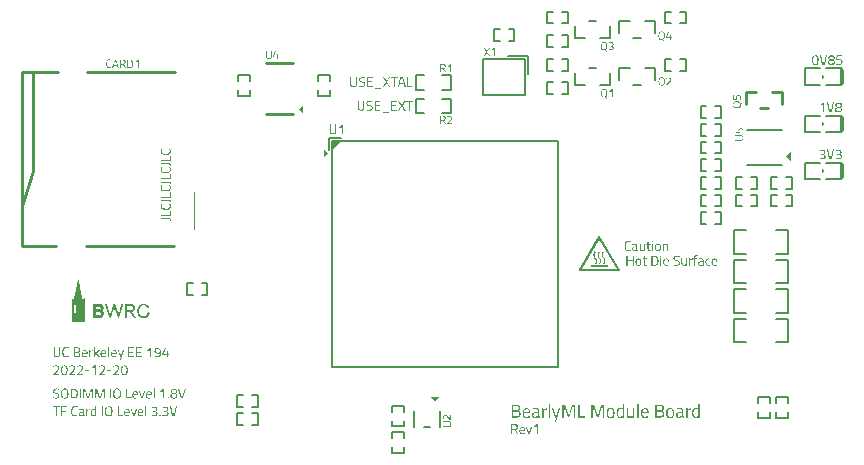
<source format=gto>
G04 Layer: TopSilkscreenLayer*
G04 EasyEDA v6.5.22, 2022-12-22 19:37:34*
G04 67d28de8ea5d46aa8ff263e619622a75,b137401b17fb4d15a04862e99c0880a0,10*
G04 Gerber Generator version 0.2*
G04 Scale: 100 percent, Rotated: No, Reflected: No *
G04 Dimensions in millimeters *
G04 leading zeros omitted , absolute positions ,4 integer and 5 decimal *
%FSLAX45Y45*%
%MOMM*%

%ADD10C,0.2540*%
%ADD11C,0.1016*%
%ADD12C,0.2000*%
%ADD13C,0.1524*%
%ADD14C,0.1500*%
%ADD15C,0.0145*%

%LPD*%
G36*
X1304188Y151333D02*
G01*
X1302258Y150977D01*
X1300022Y150012D01*
X1297838Y147777D01*
X1294130Y142544D01*
X1288948Y134416D01*
X1147064Y-106019D01*
X1134019Y-128676D01*
X1156665Y-128676D01*
X1303070Y118719D01*
X1304391Y119126D01*
X1306931Y116382D01*
X1311554Y109270D01*
X1452473Y-128676D01*
X1356258Y-129032D01*
X1241298Y-129032D01*
X1134019Y-128676D01*
X1131163Y-134162D01*
X1129741Y-137718D01*
X1129538Y-139852D01*
X1129690Y-141884D01*
X1130198Y-143560D01*
X1131163Y-144983D01*
X1135684Y-148640D01*
X1473860Y-148640D01*
X1476756Y-145846D01*
X1479143Y-142443D01*
X1479397Y-138226D01*
X1477314Y-132435D01*
X1465478Y-111912D01*
X1322171Y131064D01*
X1314500Y143510D01*
X1312316Y146710D01*
X1310741Y148640D01*
X1309522Y149656D01*
X1306068Y151079D01*
G37*
G36*
X1338224Y22504D02*
G01*
X1336954Y21386D01*
X1335074Y18796D01*
X1331417Y12395D01*
X1329080Y6604D01*
X1327810Y711D01*
X1327404Y-6096D01*
X1327353Y-15900D01*
X1342034Y-44602D01*
X1344777Y-51003D01*
X1345844Y-55626D01*
X1345996Y-60909D01*
X1345844Y-65684D01*
X1345336Y-69291D01*
X1344168Y-72694D01*
X1340154Y-80772D01*
X1339291Y-83108D01*
X1339443Y-84480D01*
X1340459Y-85496D01*
X1343558Y-87731D01*
X1345590Y-88493D01*
X1347165Y-87934D01*
X1348841Y-86004D01*
X1351940Y-81026D01*
X1354277Y-75641D01*
X1355852Y-70002D01*
X1356664Y-64160D01*
X1356664Y-58267D01*
X1355902Y-52425D01*
X1354378Y-46786D01*
X1351991Y-41351D01*
X1343609Y-25196D01*
X1339138Y-15341D01*
X1338021Y-11938D01*
X1337462Y-9093D01*
X1337513Y-3657D01*
X1338021Y-863D01*
X1340358Y6146D01*
X1345742Y17221D01*
X1341018Y20878D01*
G37*
G36*
X1266037Y22453D02*
G01*
X1264513Y20726D01*
X1261770Y16510D01*
X1257960Y9042D01*
X1255674Y1727D01*
X1254861Y-5537D01*
X1255522Y-12852D01*
X1256588Y-17221D01*
X1258722Y-22504D01*
X1262786Y-30683D01*
X1272286Y-48869D01*
X1273810Y-52781D01*
X1274572Y-56388D01*
X1274775Y-60655D01*
X1274470Y-66040D01*
X1273505Y-70764D01*
X1271828Y-75133D01*
X1267866Y-81838D01*
X1267714Y-83820D01*
X1268984Y-85547D01*
X1271727Y-87376D01*
X1275334Y-89408D01*
X1278890Y-83362D01*
X1281887Y-77622D01*
X1283868Y-72339D01*
X1284935Y-66903D01*
X1285290Y-60807D01*
X1284833Y-54457D01*
X1283106Y-48056D01*
X1279702Y-40335D01*
X1270609Y-23418D01*
X1267968Y-17729D01*
X1266190Y-12700D01*
X1265275Y-8178D01*
X1265224Y-3860D01*
X1265986Y406D01*
X1267510Y4876D01*
X1273505Y16967D01*
X1266545Y22250D01*
G37*
G36*
X1301292Y22402D02*
G01*
X1298448Y18186D01*
X1295196Y12395D01*
X1292707Y6146D01*
X1291132Y-254D01*
X1290624Y-6350D01*
X1291183Y-12547D01*
X1293114Y-19151D01*
X1296822Y-27432D01*
X1309827Y-51104D01*
X1309725Y-66192D01*
X1309217Y-70002D01*
X1308100Y-73253D01*
X1302461Y-83616D01*
X1307388Y-86868D01*
X1308811Y-87477D01*
X1310132Y-87782D01*
X1311097Y-87731D01*
X1312062Y-86868D01*
X1315008Y-82397D01*
X1318615Y-74879D01*
X1319733Y-71120D01*
X1320241Y-66802D01*
X1320241Y-53797D01*
X1319885Y-51104D01*
X1319072Y-48260D01*
X1317548Y-44704D01*
X1307033Y-24587D01*
X1303426Y-16662D01*
X1301496Y-9652D01*
X1301343Y-3200D01*
X1302766Y3302D01*
X1304848Y8483D01*
X1308658Y14884D01*
X1308963Y16560D01*
X1307896Y18034D01*
G37*
G36*
X1231036Y-98450D02*
G01*
X1231036Y-113283D01*
X1378102Y-113283D01*
X1378102Y-98450D01*
G37*
G36*
X-3106318Y-212090D02*
G01*
X-3107994Y-218795D01*
X-3117951Y-265633D01*
X-3134868Y-348691D01*
X-3140811Y-376174D01*
X-3142894Y-383489D01*
X-3143808Y-385876D01*
X-3144672Y-387451D01*
X-3145536Y-388315D01*
X-3146348Y-388620D01*
X-3147212Y-388366D01*
X-3149142Y-386588D01*
X-3160776Y-372719D01*
X-3160829Y-428193D01*
X-3139186Y-428193D01*
X-3136856Y-428650D01*
X-3101848Y-428650D01*
X-3101848Y-498957D01*
X-3086303Y-498957D01*
X-3086303Y-432917D01*
X-3084220Y-430784D01*
X-3083052Y-429971D01*
X-3081528Y-429259D01*
X-3079750Y-428802D01*
X-3073806Y-428650D01*
X-3073806Y-498957D01*
X-3111195Y-498957D01*
X-3111195Y-428650D01*
X-3136856Y-428650D01*
X-3128314Y-430326D01*
X-3126536Y-498957D01*
X-3139186Y-498957D01*
X-3139186Y-428193D01*
X-3160829Y-428193D01*
X-3160979Y-582066D01*
X-3052064Y-582066D01*
X-3052267Y-372719D01*
X-3063849Y-386537D01*
X-3065780Y-388366D01*
X-3066643Y-388620D01*
X-3067507Y-388366D01*
X-3068320Y-387451D01*
X-3069183Y-385927D01*
X-3071063Y-380390D01*
X-3073349Y-371195D01*
X-3101797Y-232714D01*
G37*
G36*
X-2541828Y-425450D02*
G01*
X-2553411Y-425704D01*
X-2558694Y-426059D01*
X-2564384Y-426872D01*
X-2569819Y-427990D01*
X-2574391Y-429310D01*
X-2578658Y-431241D01*
X-2583535Y-434085D01*
X-2588260Y-437489D01*
X-2592374Y-440943D01*
X-2601061Y-449275D01*
X-2610358Y-482142D01*
X-2603601Y-513232D01*
X-2588463Y-533552D01*
X-2560472Y-544576D01*
X-2534208Y-540258D01*
X-2524252Y-533958D01*
X-2517038Y-528472D01*
X-2511094Y-522071D01*
X-2506472Y-514654D01*
X-2503119Y-506425D01*
X-2500985Y-499465D01*
X-2515260Y-497382D01*
X-2525928Y-521614D01*
X-2536850Y-526288D01*
X-2546248Y-529590D01*
X-2554274Y-530656D01*
X-2561844Y-529488D01*
X-2569972Y-525983D01*
X-2579319Y-521055D01*
X-2591460Y-500583D01*
X-2591460Y-466699D01*
X-2586837Y-457454D01*
X-2584500Y-453491D01*
X-2581503Y-449478D01*
X-2578303Y-445922D01*
X-2575255Y-443230D01*
X-2568295Y-438251D01*
X-2541371Y-438251D01*
X-2523490Y-447751D01*
X-2519476Y-460603D01*
X-2504338Y-460603D01*
X-2504338Y-457098D01*
X-2504846Y-455066D01*
X-2506167Y-452018D01*
X-2510536Y-444703D01*
X-2516733Y-435762D01*
G37*
G36*
X-2980486Y-428650D02*
G01*
X-2980486Y-447852D01*
X-2925673Y-447852D01*
X-2914345Y-456336D01*
X-2918663Y-470204D01*
X-2952496Y-470204D01*
X-2952496Y-447852D01*
X-2980486Y-447852D01*
X-2980486Y-492607D01*
X-2921812Y-492607D01*
X-2916885Y-497636D01*
X-2913532Y-502005D01*
X-2912211Y-506272D01*
X-2912973Y-510336D01*
X-2915767Y-514350D01*
X-2919476Y-518159D01*
X-2952496Y-518159D01*
X-2952496Y-492607D01*
X-2980486Y-492607D01*
X-2980486Y-540512D01*
X-2914904Y-540512D01*
X-2893110Y-531164D01*
X-2884068Y-508863D01*
X-2890164Y-492302D01*
X-2908249Y-481685D01*
X-2894888Y-474827D01*
X-2887167Y-458266D01*
X-2894025Y-438048D01*
X-2911703Y-428650D01*
G37*
G36*
X-2877464Y-428650D02*
G01*
X-2844647Y-538937D01*
X-2829204Y-540816D01*
X-2810256Y-476300D01*
X-2806395Y-463956D01*
X-2802991Y-454355D01*
X-2800553Y-449732D01*
X-2773019Y-538937D01*
X-2757830Y-540816D01*
X-2726639Y-434492D01*
X-2724658Y-428650D01*
X-2740202Y-428650D01*
X-2764078Y-517956D01*
X-2766110Y-515670D01*
X-2766822Y-514350D01*
X-2769463Y-507136D01*
X-2773527Y-495046D01*
X-2793949Y-428650D01*
X-2808935Y-428650D01*
X-2822600Y-475234D01*
X-2829560Y-498093D01*
X-2836468Y-519734D01*
X-2862478Y-428650D01*
G37*
G36*
X-2709722Y-428650D02*
G01*
X-2709722Y-441451D01*
X-2653334Y-441451D01*
X-2641295Y-448056D01*
X-2641295Y-473201D01*
X-2653334Y-479806D01*
X-2694178Y-479806D01*
X-2694178Y-441451D01*
X-2709722Y-441451D01*
X-2709722Y-540512D01*
X-2694178Y-540512D01*
X-2694178Y-492607D01*
X-2667254Y-492607D01*
X-2637688Y-540512D01*
X-2619298Y-540512D01*
X-2650845Y-492506D01*
X-2635707Y-486613D01*
X-2625699Y-471982D01*
X-2625699Y-447344D01*
X-2643886Y-428650D01*
G37*
G36*
X-2406497Y890727D02*
G01*
X-2408631Y878586D01*
X-2409139Y873150D01*
X-2409291Y868121D01*
X-2409139Y863549D01*
X-2408631Y859434D01*
X-2407716Y855776D01*
X-2406497Y852627D01*
X-2405024Y849731D01*
X-2403144Y847242D01*
X-2400858Y845058D01*
X-2398115Y843229D01*
X-2395220Y841705D01*
X-2392019Y840435D01*
X-2388616Y839419D01*
X-2380894Y838098D01*
X-2371648Y837488D01*
X-2361133Y837488D01*
X-2351989Y838098D01*
X-2344420Y839419D01*
X-2340965Y840435D01*
X-2337816Y841705D01*
X-2334869Y843229D01*
X-2332278Y845058D01*
X-2329992Y847242D01*
X-2328062Y849731D01*
X-2326487Y852627D01*
X-2325268Y855929D01*
X-2324404Y859688D01*
X-2323896Y863904D01*
X-2323693Y868629D01*
X-2324354Y878992D01*
X-2326233Y890727D01*
X-2334107Y890473D01*
X-2332583Y879602D01*
X-2332075Y870407D01*
X-2332583Y862990D01*
X-2333244Y859993D01*
X-2334107Y857453D01*
X-2335326Y855421D01*
X-2336800Y853643D01*
X-2338628Y852119D01*
X-2340711Y850849D01*
X-2345639Y848918D01*
X-2351125Y847801D01*
X-2357729Y847242D01*
X-2366365Y847039D01*
X-2382469Y848106D01*
X-2393035Y851357D01*
X-2396490Y854049D01*
X-2398979Y857910D01*
X-2400452Y862837D01*
X-2400909Y868883D01*
X-2400808Y873760D01*
X-2399792Y884529D01*
X-2398877Y890473D01*
G37*
G36*
X-2333345Y830783D02*
G01*
X-2333345Y794207D01*
X-2408021Y794207D01*
X-2408021Y785063D01*
X-2324963Y785063D01*
X-2324963Y830783D01*
G37*
G36*
X-2408021Y764997D02*
G01*
X-2408021Y755853D01*
X-2337663Y755853D01*
X-2333650Y755700D01*
X-2330500Y755192D01*
X-2328214Y754430D01*
X-2326741Y753313D01*
X-2325878Y751789D01*
X-2325217Y749452D01*
X-2324862Y746302D01*
X-2324709Y742391D01*
X-2316327Y742391D01*
X-2316581Y750773D01*
X-2317292Y754481D01*
X-2318359Y757580D01*
X-2319832Y759968D01*
X-2321661Y761695D01*
X-2324303Y763117D01*
X-2327656Y764184D01*
X-2331669Y764794D01*
X-2336393Y764997D01*
G37*
G36*
X-2406497Y735787D02*
G01*
X-2408631Y723646D01*
X-2409139Y718210D01*
X-2409291Y713181D01*
X-2409139Y708558D01*
X-2408631Y704392D01*
X-2407716Y700684D01*
X-2406497Y697433D01*
X-2405024Y694690D01*
X-2403144Y692251D01*
X-2400858Y690118D01*
X-2398115Y688289D01*
X-2395220Y686765D01*
X-2392019Y685495D01*
X-2388616Y684479D01*
X-2380894Y683158D01*
X-2371648Y682548D01*
X-2361133Y682548D01*
X-2351989Y683158D01*
X-2344420Y684479D01*
X-2340965Y685495D01*
X-2337816Y686765D01*
X-2334869Y688289D01*
X-2332278Y690118D01*
X-2329992Y692302D01*
X-2328062Y694791D01*
X-2326487Y697687D01*
X-2325268Y700836D01*
X-2324404Y704545D01*
X-2323896Y708710D01*
X-2323693Y713435D01*
X-2324354Y723950D01*
X-2326233Y735787D01*
X-2334107Y735279D01*
X-2332583Y724560D01*
X-2332075Y715213D01*
X-2332583Y707847D01*
X-2333244Y704951D01*
X-2334107Y702513D01*
X-2335326Y700481D01*
X-2336800Y698703D01*
X-2338628Y697179D01*
X-2340711Y695909D01*
X-2343099Y694842D01*
X-2348280Y693318D01*
X-2354173Y692505D01*
X-2366365Y692099D01*
X-2382469Y693115D01*
X-2393035Y696163D01*
X-2396490Y698855D01*
X-2398979Y702716D01*
X-2400452Y707644D01*
X-2400909Y713689D01*
X-2400808Y718566D01*
X-2399792Y729335D01*
X-2398877Y735279D01*
G37*
G36*
X-2333345Y675589D02*
G01*
X-2333345Y639267D01*
X-2408021Y639267D01*
X-2408021Y629869D01*
X-2324963Y629869D01*
X-2324963Y675589D01*
G37*
G36*
X-2336393Y610057D02*
G01*
X-2408021Y609803D01*
X-2408021Y600913D01*
X-2337663Y600913D01*
X-2333650Y600760D01*
X-2330500Y600252D01*
X-2328214Y599490D01*
X-2326741Y598373D01*
X-2325878Y596696D01*
X-2325217Y594309D01*
X-2324709Y587197D01*
X-2316327Y587197D01*
X-2316581Y595833D01*
X-2317292Y599541D01*
X-2318359Y602640D01*
X-2319832Y605028D01*
X-2321661Y606755D01*
X-2324303Y608177D01*
X-2327656Y609244D01*
X-2331669Y609854D01*
G37*
G36*
X-2406497Y580593D02*
G01*
X-2408631Y568452D01*
X-2409139Y563016D01*
X-2409291Y557987D01*
X-2409139Y553516D01*
X-2408631Y549402D01*
X-2407716Y545744D01*
X-2406497Y542493D01*
X-2405024Y539597D01*
X-2403144Y537108D01*
X-2400858Y534924D01*
X-2398115Y533095D01*
X-2395220Y531571D01*
X-2392019Y530301D01*
X-2388616Y529285D01*
X-2380894Y527964D01*
X-2371648Y527354D01*
X-2361133Y527354D01*
X-2351989Y527964D01*
X-2344420Y529285D01*
X-2340965Y530301D01*
X-2337816Y531571D01*
X-2334869Y533095D01*
X-2332278Y534924D01*
X-2329992Y537108D01*
X-2328062Y539597D01*
X-2326487Y542493D01*
X-2325268Y545795D01*
X-2324404Y549554D01*
X-2323896Y553770D01*
X-2323693Y558495D01*
X-2324354Y568960D01*
X-2326233Y580593D01*
X-2334107Y580339D01*
X-2332583Y569468D01*
X-2332075Y560273D01*
X-2332583Y552907D01*
X-2333244Y549960D01*
X-2334107Y547573D01*
X-2335326Y545439D01*
X-2336800Y543560D01*
X-2338628Y541985D01*
X-2340711Y540715D01*
X-2343099Y539648D01*
X-2348280Y538124D01*
X-2354173Y537311D01*
X-2366365Y536905D01*
X-2382469Y537972D01*
X-2393035Y541223D01*
X-2396490Y543915D01*
X-2398979Y547776D01*
X-2400452Y552704D01*
X-2400909Y558749D01*
X-2400808Y563626D01*
X-2399792Y574395D01*
X-2398877Y580339D01*
G37*
G36*
X-2333345Y520649D02*
G01*
X-2333345Y484073D01*
X-2408021Y484073D01*
X-2408021Y474929D01*
X-2324963Y474929D01*
X-2324963Y520649D01*
G37*
G36*
X-2336393Y455117D02*
G01*
X-2408021Y454863D01*
X-2408021Y445719D01*
X-2337663Y445719D01*
X-2333650Y445566D01*
X-2330500Y445109D01*
X-2328214Y444296D01*
X-2326741Y443179D01*
X-2325878Y441655D01*
X-2325217Y439318D01*
X-2324862Y436168D01*
X-2324709Y432257D01*
X-2316327Y432257D01*
X-2316581Y440639D01*
X-2317292Y444347D01*
X-2318359Y447446D01*
X-2319832Y449834D01*
X-2321661Y451561D01*
X-2324303Y453135D01*
X-2327656Y454253D01*
X-2331669Y454914D01*
G37*
G36*
X-2406497Y425653D02*
G01*
X-2408631Y413512D01*
X-2409139Y408076D01*
X-2409291Y403047D01*
X-2409139Y398475D01*
X-2408631Y394360D01*
X-2407716Y390702D01*
X-2406497Y387553D01*
X-2405024Y384657D01*
X-2403144Y382168D01*
X-2400858Y379984D01*
X-2398115Y378155D01*
X-2395220Y376631D01*
X-2392019Y375361D01*
X-2388616Y374345D01*
X-2380894Y373024D01*
X-2371648Y372414D01*
X-2361133Y372414D01*
X-2351989Y373024D01*
X-2344420Y374345D01*
X-2340965Y375361D01*
X-2337816Y376631D01*
X-2334869Y378155D01*
X-2332278Y379984D01*
X-2329992Y382168D01*
X-2328062Y384657D01*
X-2326487Y387553D01*
X-2325268Y390804D01*
X-2324404Y394512D01*
X-2323896Y398678D01*
X-2323693Y403301D01*
X-2324354Y413867D01*
X-2326233Y425653D01*
X-2334107Y425145D01*
X-2332583Y414477D01*
X-2332075Y405333D01*
X-2332583Y397764D01*
X-2333244Y394817D01*
X-2334107Y392379D01*
X-2335326Y390347D01*
X-2336800Y388569D01*
X-2338628Y387045D01*
X-2340711Y385775D01*
X-2345639Y383844D01*
X-2351125Y382727D01*
X-2357729Y382168D01*
X-2366365Y381965D01*
X-2382469Y383032D01*
X-2393035Y386283D01*
X-2396490Y388874D01*
X-2398979Y392633D01*
X-2400452Y397510D01*
X-2400909Y403555D01*
X-2400808Y408533D01*
X-2399792Y419303D01*
X-2398877Y425145D01*
G37*
G36*
X-2333345Y365709D02*
G01*
X-2333345Y329133D01*
X-2408021Y329133D01*
X-2408021Y319989D01*
X-2324963Y319989D01*
X-2324963Y365709D01*
G37*
G36*
X-2408021Y299923D02*
G01*
X-2408021Y290779D01*
X-2337663Y290779D01*
X-2333650Y290626D01*
X-2330500Y290118D01*
X-2328214Y289356D01*
X-2326741Y288239D01*
X-2325878Y286562D01*
X-2325217Y284175D01*
X-2324862Y281025D01*
X-2324709Y277063D01*
X-2316327Y277063D01*
X-2316581Y285699D01*
X-2317292Y289407D01*
X-2318359Y292506D01*
X-2319832Y294894D01*
X-2321661Y296621D01*
X-2324303Y298043D01*
X-2327656Y299110D01*
X-2331669Y299720D01*
X-2336393Y299923D01*
G37*
G36*
X3232556Y1282954D02*
G01*
X3254400Y1199896D01*
X3274974Y1199896D01*
X3296564Y1282954D01*
X3287166Y1282954D01*
X3267862Y1208278D01*
X3261258Y1208278D01*
X3242208Y1282954D01*
G37*
G36*
X3332886Y1280414D02*
G01*
X3326637Y1280109D01*
X3321100Y1279144D01*
X3316224Y1277569D01*
X3312058Y1275334D01*
X3308858Y1272387D01*
X3306521Y1268831D01*
X3305149Y1264767D01*
X3304692Y1260094D01*
X3304768Y1258824D01*
X3314598Y1258824D01*
X3319221Y1268730D01*
X3333140Y1272032D01*
X3347059Y1268730D01*
X3351682Y1258824D01*
X3351479Y1256284D01*
X3350920Y1253998D01*
X3349955Y1251966D01*
X3348634Y1250188D01*
X3346805Y1248714D01*
X3344570Y1247394D01*
X3341979Y1246174D01*
X3338982Y1245108D01*
X3326282Y1245108D01*
X3323437Y1246225D01*
X3320999Y1247444D01*
X3319018Y1248867D01*
X3317392Y1250442D01*
X3316173Y1252220D01*
X3315309Y1254201D01*
X3314801Y1256385D01*
X3314598Y1258824D01*
X3304768Y1258824D01*
X3304895Y1256690D01*
X3305454Y1253693D01*
X3306419Y1251000D01*
X3307740Y1248664D01*
X3309365Y1246682D01*
X3311499Y1244803D01*
X3314090Y1242974D01*
X3317138Y1241298D01*
X3313836Y1239367D01*
X3310991Y1237386D01*
X3308604Y1235303D01*
X3306724Y1233170D01*
X3305301Y1230630D01*
X3304235Y1227632D01*
X3303625Y1224178D01*
X3303500Y1221740D01*
X3313328Y1221740D01*
X3313531Y1224737D01*
X3314090Y1227378D01*
X3315055Y1229715D01*
X3316376Y1231646D01*
X3318256Y1233322D01*
X3320491Y1234744D01*
X3323183Y1235964D01*
X3326282Y1236980D01*
X3338982Y1236980D01*
X3342233Y1235913D01*
X3345027Y1234694D01*
X3347415Y1233373D01*
X3349396Y1231900D01*
X3350971Y1230172D01*
X3352088Y1228039D01*
X3352749Y1225448D01*
X3352952Y1222502D01*
X3348024Y1211072D01*
X3333140Y1207262D01*
X3318306Y1210868D01*
X3313328Y1221740D01*
X3303500Y1221740D01*
X3303422Y1220216D01*
X3305301Y1210868D01*
X3310839Y1204214D01*
X3320135Y1200200D01*
X3333140Y1198880D01*
X3346145Y1200302D01*
X3355441Y1204518D01*
X3361029Y1211580D01*
X3362858Y1221486D01*
X3362604Y1225194D01*
X3361893Y1228496D01*
X3360724Y1231290D01*
X3359048Y1233678D01*
X3357067Y1235862D01*
X3354628Y1237843D01*
X3351733Y1239672D01*
X3348380Y1241298D01*
X3351682Y1242974D01*
X3354476Y1244803D01*
X3356762Y1246682D01*
X3358540Y1248664D01*
X3359861Y1250797D01*
X3360826Y1253337D01*
X3361385Y1256385D01*
X3361588Y1259840D01*
X3361080Y1264615D01*
X3359607Y1268780D01*
X3357168Y1272387D01*
X3353714Y1275334D01*
X3349548Y1277569D01*
X3344722Y1279144D01*
X3339134Y1280109D01*
G37*
G36*
X3200552Y1279144D02*
G01*
X3175406Y1262380D01*
X3179470Y1255522D01*
X3200044Y1268984D01*
X3200044Y1199896D01*
X3209188Y1199896D01*
X3209188Y1279144D01*
G37*
G36*
X3170123Y1683004D02*
G01*
X3191713Y1599946D01*
X3212541Y1599946D01*
X3234131Y1683004D01*
X3224479Y1683004D01*
X3205429Y1608074D01*
X3198825Y1608074D01*
X3179775Y1683004D01*
G37*
G36*
X3133547Y1680464D02*
G01*
X3120745Y1678127D01*
X3111703Y1671066D01*
X3106369Y1658366D01*
X3104591Y1639062D01*
X3104665Y1638300D01*
X3114243Y1638300D01*
X3116427Y1658620D01*
X3122879Y1669288D01*
X3124962Y1670608D01*
X3127451Y1671574D01*
X3130296Y1672132D01*
X3133547Y1672336D01*
X3138373Y1671878D01*
X3142437Y1670507D01*
X3145739Y1668170D01*
X3148279Y1664970D01*
X3151733Y1654810D01*
X3152851Y1639062D01*
X3151733Y1623517D01*
X3148279Y1613916D01*
X3145586Y1610918D01*
X3142183Y1608785D01*
X3138170Y1607464D01*
X3133547Y1607058D01*
X3128924Y1607464D01*
X3124911Y1608734D01*
X3121558Y1610766D01*
X3118815Y1613662D01*
X3115411Y1623263D01*
X3114243Y1638300D01*
X3104665Y1638300D01*
X3106470Y1619910D01*
X3111957Y1607566D01*
X3120898Y1600911D01*
X3133547Y1598676D01*
X3146196Y1600962D01*
X3155137Y1607820D01*
X3160674Y1619859D01*
X3162503Y1638300D01*
X3161690Y1652219D01*
X3159201Y1663344D01*
X3155086Y1671523D01*
X3149295Y1676907D01*
X3146044Y1678482D01*
X3142335Y1679600D01*
X3138170Y1680260D01*
G37*
G36*
X3270453Y1680464D02*
G01*
X3264204Y1680159D01*
X3258667Y1679193D01*
X3253790Y1677619D01*
X3249625Y1675384D01*
X3246424Y1672437D01*
X3244138Y1668830D01*
X3242716Y1664665D01*
X3242259Y1659889D01*
X3242322Y1658874D01*
X3251911Y1658874D01*
X3256635Y1668780D01*
X3270707Y1672082D01*
X3284626Y1668780D01*
X3289249Y1658874D01*
X3289046Y1656334D01*
X3288436Y1654048D01*
X3287420Y1652016D01*
X3285947Y1650238D01*
X3284220Y1648663D01*
X3282035Y1647240D01*
X3279394Y1646021D01*
X3276295Y1644904D01*
X3263849Y1644904D01*
X3261004Y1646123D01*
X3258565Y1647443D01*
X3256584Y1648917D01*
X3254959Y1650492D01*
X3253638Y1652168D01*
X3252673Y1654098D01*
X3252114Y1656334D01*
X3251911Y1658874D01*
X3242322Y1658874D01*
X3242462Y1656638D01*
X3242970Y1653692D01*
X3243834Y1651050D01*
X3245053Y1648714D01*
X3246780Y1646732D01*
X3248964Y1644853D01*
X3251504Y1643024D01*
X3254451Y1641348D01*
X3251149Y1639417D01*
X3248304Y1637436D01*
X3245916Y1635353D01*
X3244037Y1633220D01*
X3242614Y1630680D01*
X3241598Y1627682D01*
X3240938Y1624228D01*
X3240813Y1621790D01*
X3250641Y1621790D01*
X3250844Y1624787D01*
X3251504Y1627428D01*
X3252520Y1629765D01*
X3253943Y1631696D01*
X3255822Y1633372D01*
X3258108Y1634794D01*
X3260750Y1636014D01*
X3263849Y1637030D01*
X3276295Y1637030D01*
X3279648Y1635963D01*
X3282543Y1634744D01*
X3284982Y1633423D01*
X3286963Y1631950D01*
X3288537Y1630222D01*
X3289655Y1628089D01*
X3290315Y1625498D01*
X3290519Y1622552D01*
X3285490Y1611122D01*
X3270453Y1607312D01*
X3255619Y1610918D01*
X3250641Y1621790D01*
X3240813Y1621790D01*
X3240735Y1620266D01*
X3242614Y1610817D01*
X3248152Y1604060D01*
X3257448Y1600047D01*
X3270453Y1598676D01*
X3283458Y1600098D01*
X3292754Y1604416D01*
X3298342Y1611528D01*
X3300171Y1621536D01*
X3299968Y1625244D01*
X3299307Y1628546D01*
X3298190Y1631340D01*
X3296615Y1633728D01*
X3294634Y1635810D01*
X3292195Y1637792D01*
X3289300Y1639620D01*
X3285947Y1641348D01*
X3289249Y1643024D01*
X3292043Y1644802D01*
X3294329Y1646580D01*
X3296107Y1648460D01*
X3297428Y1650695D01*
X3298393Y1653336D01*
X3299002Y1656435D01*
X3299155Y1659889D01*
X3298698Y1664665D01*
X3297174Y1668830D01*
X3294735Y1672437D01*
X3291281Y1675384D01*
X3287115Y1677619D01*
X3282289Y1679193D01*
X3276701Y1680159D01*
G37*
G36*
X3315157Y1679193D02*
G01*
X3313125Y1638046D01*
X3319475Y1636776D01*
X3323437Y1638655D01*
X3326993Y1639824D01*
X3331514Y1640890D01*
X3336086Y1641500D01*
X3338271Y1641602D01*
X3342132Y1641398D01*
X3345434Y1640738D01*
X3348329Y1639620D01*
X3350717Y1638046D01*
X3352596Y1635861D01*
X3353968Y1633016D01*
X3354781Y1629613D01*
X3355035Y1625600D01*
X3354730Y1621434D01*
X3353815Y1617726D01*
X3352342Y1614576D01*
X3350209Y1611884D01*
X3347516Y1609750D01*
X3344265Y1608277D01*
X3340404Y1607362D01*
X3335985Y1607058D01*
X3331006Y1607210D01*
X3319475Y1608480D01*
X3312871Y1609598D01*
X3311855Y1602486D01*
X3315665Y1601470D01*
X3327349Y1599539D01*
X3332835Y1599082D01*
X3338017Y1598930D01*
X3344011Y1599387D01*
X3349244Y1600708D01*
X3353815Y1602943D01*
X3357575Y1606042D01*
X3360724Y1610004D01*
X3362909Y1614728D01*
X3364280Y1620266D01*
X3364687Y1626616D01*
X3363112Y1636826D01*
X3358337Y1644142D01*
X3350412Y1648510D01*
X3339287Y1649984D01*
X3334715Y1649679D01*
X3330092Y1648714D01*
X3325418Y1647139D01*
X3320745Y1644904D01*
X3323031Y1670812D01*
X3361385Y1670812D01*
X3361385Y1679193D01*
G37*
G36*
X3232658Y882954D02*
G01*
X3254248Y799896D01*
X3274822Y799896D01*
X3296665Y882954D01*
X3287014Y882954D01*
X3267964Y808024D01*
X3261360Y808024D01*
X3242056Y882954D01*
G37*
G36*
X3195320Y880414D02*
G01*
X3188970Y880211D01*
X3182823Y879602D01*
X3176879Y878586D01*
X3171190Y877112D01*
X3171952Y869746D01*
X3175000Y870508D01*
X3184448Y871880D01*
X3194050Y872286D01*
X3198063Y872134D01*
X3201466Y871524D01*
X3204311Y870610D01*
X3206496Y869238D01*
X3208172Y867613D01*
X3209340Y865530D01*
X3210052Y862939D01*
X3210306Y859840D01*
X3210001Y856742D01*
X3209086Y853897D01*
X3207613Y851408D01*
X3205480Y849172D01*
X3203143Y847394D01*
X3200806Y846124D01*
X3198317Y845362D01*
X3195828Y845108D01*
X3179826Y845108D01*
X3179826Y837234D01*
X3195828Y837234D01*
X3208020Y833119D01*
X3212084Y822248D01*
X3207816Y810818D01*
X3195066Y807008D01*
X3183229Y807669D01*
X3170682Y809548D01*
X3169920Y801928D01*
X3179521Y800201D01*
X3190697Y799033D01*
X3196082Y798880D01*
X3202228Y799287D01*
X3207512Y800354D01*
X3211880Y802182D01*
X3215386Y804722D01*
X3218180Y808075D01*
X3220161Y812190D01*
X3221329Y817067D01*
X3221736Y822756D01*
X3221532Y826922D01*
X3220872Y830376D01*
X3219754Y833272D01*
X3218180Y835456D01*
X3216300Y837285D01*
X3213963Y838962D01*
X3211220Y840486D01*
X3208020Y841806D01*
X3212287Y844702D01*
X3214217Y846277D01*
X3216300Y848868D01*
X3218840Y853338D01*
X3219602Y857250D01*
X3219704Y859840D01*
X3219348Y864920D01*
X3218230Y869238D01*
X3216402Y872794D01*
X3213862Y875588D01*
X3210610Y877722D01*
X3206445Y879246D01*
X3201314Y880110D01*
G37*
G36*
X3332226Y880414D02*
G01*
X3325977Y880211D01*
X3319830Y879602D01*
X3313887Y878586D01*
X3308096Y877112D01*
X3309112Y869746D01*
X3312160Y870508D01*
X3321608Y871880D01*
X3331210Y872286D01*
X3335223Y872134D01*
X3338626Y871524D01*
X3341471Y870610D01*
X3343656Y869238D01*
X3345230Y867613D01*
X3346297Y865530D01*
X3347008Y862939D01*
X3347212Y859840D01*
X3346907Y856742D01*
X3346043Y853897D01*
X3344621Y851408D01*
X3342640Y849172D01*
X3340252Y847394D01*
X3337814Y846124D01*
X3335426Y845362D01*
X3332987Y845108D01*
X3316986Y845108D01*
X3316986Y837234D01*
X3332987Y837234D01*
X3345179Y833119D01*
X3349244Y822248D01*
X3344926Y810818D01*
X3331972Y807008D01*
X3320338Y807669D01*
X3307842Y809548D01*
X3307079Y801928D01*
X3316528Y800201D01*
X3327704Y799033D01*
X3332987Y798880D01*
X3339236Y799287D01*
X3344621Y800354D01*
X3349040Y802182D01*
X3352546Y804722D01*
X3355187Y808075D01*
X3357118Y812190D01*
X3358235Y817067D01*
X3358642Y822756D01*
X3358438Y826922D01*
X3357829Y830376D01*
X3356762Y833272D01*
X3355340Y835456D01*
X3353460Y837285D01*
X3351072Y838962D01*
X3348228Y840486D01*
X3344926Y841806D01*
X3349294Y844702D01*
X3351225Y846277D01*
X3353358Y848868D01*
X3356000Y853338D01*
X3356508Y855116D01*
X3356864Y859840D01*
X3356508Y864920D01*
X3355390Y869238D01*
X3353562Y872794D01*
X3351022Y875588D01*
X3347669Y877722D01*
X3343401Y879246D01*
X3338271Y880110D01*
G37*
G36*
X-702818Y1496822D02*
G01*
X-714502Y1495450D01*
X-722833Y1491234D01*
X-727811Y1484274D01*
X-729488Y1474470D01*
X-729132Y1469288D01*
X-728014Y1464970D01*
X-726186Y1461414D01*
X-723646Y1458722D01*
X-720191Y1456436D01*
X-715721Y1454353D01*
X-710184Y1452473D01*
X-698652Y1449781D01*
X-694639Y1448612D01*
X-691438Y1447393D01*
X-689102Y1446022D01*
X-687425Y1444294D01*
X-686257Y1442110D01*
X-685546Y1439468D01*
X-685292Y1436370D01*
X-689711Y1423822D01*
X-703072Y1419606D01*
X-713435Y1420114D01*
X-727710Y1421638D01*
X-728726Y1414018D01*
X-718108Y1412646D01*
X-707186Y1411630D01*
X-702564Y1411478D01*
X-690880Y1413052D01*
X-682548Y1417828D01*
X-677570Y1425752D01*
X-675894Y1436878D01*
X-676198Y1441704D01*
X-677214Y1445818D01*
X-678891Y1449222D01*
X-681228Y1451864D01*
X-684326Y1453946D01*
X-688390Y1455877D01*
X-693369Y1457604D01*
X-709676Y1462024D01*
X-713333Y1463446D01*
X-716026Y1464818D01*
X-717804Y1466494D01*
X-719074Y1468831D01*
X-719836Y1471726D01*
X-720090Y1475232D01*
X-715568Y1485341D01*
X-702056Y1488694D01*
X-692708Y1488186D01*
X-678434Y1486662D01*
X-677672Y1494536D01*
X-687628Y1495806D01*
X-698144Y1496720D01*
G37*
G36*
X-802894Y1495552D02*
G01*
X-802894Y1437640D01*
X-802436Y1431137D01*
X-801065Y1425651D01*
X-798728Y1421130D01*
X-795528Y1417574D01*
X-791514Y1414780D01*
X-786587Y1412798D01*
X-780694Y1411630D01*
X-773938Y1411224D01*
X-767130Y1411630D01*
X-761238Y1412798D01*
X-756208Y1414780D01*
X-752094Y1417574D01*
X-748842Y1421130D01*
X-746556Y1425651D01*
X-745185Y1431137D01*
X-744728Y1437640D01*
X-744728Y1495552D01*
X-753872Y1495552D01*
X-753872Y1437386D01*
X-754176Y1433017D01*
X-755142Y1429258D01*
X-756716Y1426159D01*
X-758952Y1423670D01*
X-761796Y1421790D01*
X-765302Y1420418D01*
X-769416Y1419606D01*
X-774192Y1419352D01*
X-788873Y1423873D01*
X-793750Y1437386D01*
X-793750Y1495552D01*
G37*
G36*
X-659892Y1495552D02*
G01*
X-659892Y1412494D01*
X-609346Y1412494D01*
X-609346Y1420622D01*
X-650748Y1420622D01*
X-650748Y1450594D01*
X-616712Y1450594D01*
X-616712Y1458722D01*
X-650748Y1458722D01*
X-650748Y1487424D01*
X-609346Y1487424D01*
X-609346Y1495552D01*
G37*
G36*
X-525780Y1495552D02*
G01*
X-500126Y1453134D01*
X-525780Y1412494D01*
X-515620Y1412494D01*
X-494538Y1447038D01*
X-473709Y1412494D01*
X-463296Y1412494D01*
X-488696Y1453388D01*
X-463296Y1495552D01*
X-473201Y1495552D01*
X-494284Y1459992D01*
X-515366Y1495552D01*
G37*
G36*
X-459485Y1495552D02*
G01*
X-459485Y1487170D01*
X-433832Y1487170D01*
X-433832Y1412494D01*
X-424688Y1412494D01*
X-424688Y1487170D01*
X-399542Y1487170D01*
X-399542Y1495552D01*
G37*
G36*
X-377952Y1495552D02*
G01*
X-392469Y1442212D01*
X-383540Y1442212D01*
X-370840Y1487678D01*
X-364744Y1487678D01*
X-352044Y1442212D01*
X-392469Y1442212D01*
X-400558Y1412494D01*
X-391668Y1412494D01*
X-385572Y1433830D01*
X-350012Y1433830D01*
X-343916Y1412494D01*
X-335026Y1412494D01*
X-357632Y1495552D01*
G37*
G36*
X-321818Y1495552D02*
G01*
X-321818Y1412494D01*
X-276098Y1412494D01*
X-276098Y1420876D01*
X-312674Y1420876D01*
X-312674Y1495552D01*
G37*
G36*
X-591566Y1401572D02*
G01*
X-591566Y1393444D01*
X-540258Y1393444D01*
X-540258Y1401572D01*
G37*
G36*
X-640283Y1296873D02*
G01*
X-651916Y1295450D01*
X-660247Y1291285D01*
X-665276Y1284274D01*
X-666953Y1274521D01*
X-666546Y1269339D01*
X-665480Y1264920D01*
X-663651Y1261313D01*
X-661111Y1258519D01*
X-657656Y1256334D01*
X-653135Y1254302D01*
X-647598Y1252524D01*
X-636117Y1249832D01*
X-632053Y1248613D01*
X-628904Y1247292D01*
X-626567Y1245819D01*
X-624890Y1244193D01*
X-623671Y1242009D01*
X-622960Y1239367D01*
X-622757Y1236167D01*
X-627176Y1223772D01*
X-640537Y1219657D01*
X-650849Y1220165D01*
X-665175Y1221689D01*
X-666191Y1214069D01*
X-655523Y1212646D01*
X-644601Y1211630D01*
X-640029Y1211529D01*
X-628345Y1213104D01*
X-620014Y1217879D01*
X-614984Y1225804D01*
X-613359Y1236929D01*
X-613664Y1241755D01*
X-614680Y1245870D01*
X-616356Y1249273D01*
X-618693Y1251915D01*
X-621792Y1253998D01*
X-625856Y1255877D01*
X-630834Y1257554D01*
X-642518Y1260449D01*
X-647242Y1261872D01*
X-650900Y1263345D01*
X-653491Y1264869D01*
X-655269Y1266545D01*
X-656539Y1268780D01*
X-657301Y1271625D01*
X-657555Y1275029D01*
X-653034Y1285341D01*
X-639521Y1288745D01*
X-630174Y1288237D01*
X-615899Y1286713D01*
X-615137Y1294333D01*
X-619201Y1295095D01*
X-630529Y1296416D01*
G37*
G36*
X-740359Y1295603D02*
G01*
X-740359Y1237691D01*
X-739902Y1231188D01*
X-738581Y1225702D01*
X-736346Y1221181D01*
X-733247Y1217625D01*
X-729081Y1214831D01*
X-724103Y1212850D01*
X-718159Y1211681D01*
X-711403Y1211275D01*
X-704697Y1211681D01*
X-698855Y1212850D01*
X-693928Y1214831D01*
X-689813Y1217625D01*
X-686562Y1221181D01*
X-684276Y1225702D01*
X-682904Y1231188D01*
X-682447Y1237691D01*
X-682447Y1295603D01*
X-691337Y1295603D01*
X-691337Y1237437D01*
X-691642Y1233068D01*
X-692658Y1229309D01*
X-694334Y1226210D01*
X-696671Y1223721D01*
X-699516Y1221841D01*
X-702919Y1220470D01*
X-706983Y1219657D01*
X-711657Y1219403D01*
X-726287Y1223924D01*
X-731215Y1237437D01*
X-731215Y1295603D01*
G37*
G36*
X-597611Y1295603D02*
G01*
X-597611Y1212545D01*
X-547065Y1212545D01*
X-547065Y1220673D01*
X-588213Y1220673D01*
X-588213Y1250645D01*
X-554177Y1250645D01*
X-554177Y1258773D01*
X-588213Y1258773D01*
X-588213Y1287475D01*
X-547065Y1287475D01*
X-547065Y1295603D01*
G37*
G36*
X-455371Y1295603D02*
G01*
X-455371Y1212545D01*
X-404825Y1212545D01*
X-404825Y1220673D01*
X-445973Y1220673D01*
X-445973Y1250645D01*
X-411937Y1250645D01*
X-411937Y1258773D01*
X-445973Y1258773D01*
X-445973Y1287475D01*
X-404825Y1287475D01*
X-404825Y1295603D01*
G37*
G36*
X-396951Y1295603D02*
G01*
X-371043Y1253185D01*
X-396951Y1212545D01*
X-386791Y1212545D01*
X-365709Y1246835D01*
X-344881Y1212545D01*
X-334213Y1212545D01*
X-359867Y1253439D01*
X-334213Y1295603D01*
X-344373Y1295603D01*
X-365455Y1260043D01*
X-386283Y1295603D01*
G37*
G36*
X-330657Y1295603D02*
G01*
X-330657Y1287221D01*
X-305003Y1287221D01*
X-305003Y1212545D01*
X-295859Y1212545D01*
X-295859Y1287221D01*
X-270713Y1287221D01*
X-270713Y1295603D01*
G37*
G36*
X-529031Y1201369D02*
G01*
X-529031Y1193495D01*
X-477723Y1193495D01*
X-477723Y1201369D01*
G37*
G36*
X-2971444Y-788873D02*
G01*
X-2971444Y-874979D01*
X-2962300Y-874979D01*
X-2962300Y-847547D01*
X-2952902Y-847039D01*
X-2935122Y-874979D01*
X-2924708Y-874979D01*
X-2945282Y-842467D01*
X-2925724Y-815035D01*
X-2935884Y-815035D01*
X-2952902Y-839165D01*
X-2962300Y-839673D01*
X-2962300Y-788873D01*
G37*
G36*
X-2854096Y-788873D02*
G01*
X-2854096Y-874979D01*
X-2845206Y-874979D01*
X-2845206Y-788873D01*
G37*
G36*
X-3209950Y-790651D02*
G01*
X-3214522Y-790854D01*
X-3218637Y-791362D01*
X-3222294Y-792226D01*
X-3225444Y-793445D01*
X-3228289Y-794918D01*
X-3230829Y-796798D01*
X-3233013Y-799134D01*
X-3234842Y-801827D01*
X-3236366Y-804875D01*
X-3237636Y-808075D01*
X-3238652Y-811479D01*
X-3239414Y-815035D01*
X-3240379Y-823468D01*
X-3240684Y-833577D01*
X-3240379Y-843787D01*
X-3239414Y-852119D01*
X-3238652Y-855726D01*
X-3237636Y-859028D01*
X-3236366Y-862177D01*
X-3234842Y-865073D01*
X-3233013Y-867816D01*
X-3230829Y-870102D01*
X-3228289Y-871982D01*
X-3225444Y-873455D01*
X-3222142Y-874674D01*
X-3218383Y-875537D01*
X-3214166Y-876096D01*
X-3209442Y-876249D01*
X-3204413Y-876096D01*
X-3199079Y-875639D01*
X-3187344Y-873709D01*
X-3187598Y-865835D01*
X-3198469Y-867359D01*
X-3203244Y-867765D01*
X-3211626Y-867765D01*
X-3215081Y-867359D01*
X-3218078Y-866749D01*
X-3220618Y-865835D01*
X-3222650Y-864768D01*
X-3224428Y-863295D01*
X-3225952Y-861466D01*
X-3227222Y-859231D01*
X-3229102Y-854405D01*
X-3230270Y-849071D01*
X-3230829Y-842365D01*
X-3231032Y-833831D01*
X-3229965Y-817575D01*
X-3226714Y-806907D01*
X-3224022Y-803452D01*
X-3220212Y-801014D01*
X-3215386Y-799541D01*
X-3209442Y-799033D01*
X-3199130Y-799541D01*
X-3187598Y-801065D01*
X-3187344Y-793445D01*
X-3193592Y-792226D01*
X-3199485Y-791362D01*
X-3204921Y-790854D01*
G37*
G36*
X-3315360Y-791921D02*
G01*
X-3315360Y-849833D01*
X-3314903Y-856335D01*
X-3313582Y-861821D01*
X-3311347Y-866394D01*
X-3308248Y-869899D01*
X-3304133Y-872693D01*
X-3299104Y-874674D01*
X-3293211Y-875842D01*
X-3286404Y-876249D01*
X-3279698Y-875842D01*
X-3273907Y-874674D01*
X-3268929Y-872693D01*
X-3264814Y-869899D01*
X-3261563Y-866394D01*
X-3259277Y-861821D01*
X-3257905Y-856335D01*
X-3257448Y-849833D01*
X-3257448Y-791921D01*
X-3266338Y-791921D01*
X-3266338Y-850087D01*
X-3266643Y-854456D01*
X-3267608Y-858215D01*
X-3269183Y-861314D01*
X-3271418Y-863803D01*
X-3274364Y-865682D01*
X-3277870Y-867054D01*
X-3281984Y-867867D01*
X-3286658Y-868121D01*
X-3301339Y-863600D01*
X-3306216Y-850087D01*
X-3306216Y-791921D01*
G37*
G36*
X-3145942Y-791921D02*
G01*
X-3145942Y-800049D01*
X-3115970Y-800049D01*
X-3112262Y-800252D01*
X-3109112Y-800862D01*
X-3106420Y-801928D01*
X-3104286Y-803351D01*
X-3102610Y-805281D01*
X-3101441Y-807669D01*
X-3100679Y-810615D01*
X-3100476Y-814019D01*
X-3100679Y-817473D01*
X-3101340Y-820521D01*
X-3102457Y-823061D01*
X-3104032Y-825195D01*
X-3106064Y-826769D01*
X-3108604Y-827887D01*
X-3111652Y-828548D01*
X-3115208Y-828751D01*
X-3136544Y-828751D01*
X-3136544Y-800049D01*
X-3145942Y-800049D01*
X-3145942Y-836879D01*
X-3115208Y-836879D01*
X-3112312Y-837031D01*
X-3109569Y-837437D01*
X-3104286Y-839165D01*
X-3102813Y-839927D01*
X-3101543Y-840943D01*
X-3100425Y-842213D01*
X-3099460Y-843737D01*
X-3098292Y-847191D01*
X-3097936Y-851357D01*
X-3098190Y-855370D01*
X-3098952Y-858672D01*
X-3100222Y-861314D01*
X-3102000Y-863295D01*
X-3104388Y-864869D01*
X-3107283Y-865987D01*
X-3110585Y-866648D01*
X-3114446Y-866851D01*
X-3136544Y-866851D01*
X-3136544Y-836879D01*
X-3145942Y-836879D01*
X-3145942Y-874979D01*
X-3114192Y-874979D01*
X-3108299Y-874674D01*
X-3103219Y-873658D01*
X-3098800Y-871982D01*
X-3095142Y-869645D01*
X-3092246Y-866546D01*
X-3090164Y-862482D01*
X-3088944Y-857503D01*
X-3088538Y-851611D01*
X-3091840Y-839216D01*
X-3101746Y-832053D01*
X-3099206Y-830681D01*
X-3097022Y-829056D01*
X-3095142Y-827278D01*
X-3093618Y-825195D01*
X-3092500Y-822807D01*
X-3091688Y-820013D01*
X-3091230Y-816711D01*
X-3091078Y-813003D01*
X-3091434Y-807923D01*
X-3092602Y-803554D01*
X-3094482Y-799896D01*
X-3097174Y-797001D01*
X-3100628Y-794766D01*
X-3104845Y-793191D01*
X-3109874Y-792226D01*
X-3115716Y-791921D01*
G37*
G36*
X-2681630Y-791921D02*
G01*
X-2681630Y-874979D01*
X-2631084Y-874979D01*
X-2631084Y-866851D01*
X-2672486Y-866851D01*
X-2672486Y-836879D01*
X-2638450Y-836879D01*
X-2638450Y-828751D01*
X-2672486Y-828751D01*
X-2672486Y-800049D01*
X-2631084Y-800049D01*
X-2631084Y-791921D01*
G37*
G36*
X-2615336Y-791921D02*
G01*
X-2615336Y-874979D01*
X-2564790Y-874979D01*
X-2564790Y-866851D01*
X-2606192Y-866851D01*
X-2606192Y-836879D01*
X-2571902Y-836879D01*
X-2571902Y-828751D01*
X-2606192Y-828751D01*
X-2606192Y-800049D01*
X-2564790Y-800049D01*
X-2564790Y-791921D01*
G37*
G36*
X-2433218Y-794715D02*
G01*
X-2439111Y-795172D01*
X-2444445Y-796442D01*
X-2449169Y-798576D01*
X-2453284Y-801573D01*
X-2456484Y-805434D01*
X-2458821Y-809955D01*
X-2460193Y-815086D01*
X-2460650Y-820877D01*
X-2450998Y-820877D01*
X-2450693Y-816914D01*
X-2449830Y-813409D01*
X-2448407Y-810310D01*
X-2446426Y-807669D01*
X-2443784Y-805586D01*
X-2440686Y-804062D01*
X-2437180Y-803148D01*
X-2433218Y-802843D01*
X-2424938Y-804722D01*
X-2418994Y-810260D01*
X-2415286Y-819556D01*
X-2413914Y-832561D01*
X-2421636Y-835050D01*
X-2426055Y-836066D01*
X-2430119Y-836676D01*
X-2433980Y-836879D01*
X-2446731Y-832866D01*
X-2450998Y-820877D01*
X-2460650Y-820877D01*
X-2459024Y-831443D01*
X-2454148Y-838962D01*
X-2446070Y-843534D01*
X-2434742Y-845007D01*
X-2430221Y-844753D01*
X-2425293Y-843889D01*
X-2419908Y-842467D01*
X-2414168Y-840435D01*
X-2415540Y-852576D01*
X-2419604Y-861212D01*
X-2426462Y-866394D01*
X-2436012Y-868121D01*
X-2446172Y-867765D01*
X-2456840Y-866597D01*
X-2457602Y-873963D01*
X-2449779Y-875284D01*
X-2440482Y-876147D01*
X-2436012Y-876249D01*
X-2422347Y-873912D01*
X-2412390Y-866851D01*
X-2406497Y-854811D01*
X-2404516Y-836879D01*
X-2406294Y-818591D01*
X-2411628Y-805383D01*
X-2420569Y-797407D01*
G37*
G36*
X-2494686Y-795731D02*
G01*
X-2519832Y-812495D01*
X-2515768Y-819607D01*
X-2495448Y-806145D01*
X-2495448Y-874979D01*
X-2486050Y-874979D01*
X-2486050Y-795731D01*
G37*
G36*
X-2370988Y-795731D02*
G01*
X-2393594Y-852373D01*
X-2393594Y-859485D01*
X-2355240Y-859485D01*
X-2355240Y-874979D01*
X-2345842Y-874979D01*
X-2345842Y-859485D01*
X-2335936Y-859485D01*
X-2335936Y-851357D01*
X-2345842Y-851357D01*
X-2345842Y-826719D01*
X-2355240Y-826719D01*
X-2355240Y-851357D01*
X-2383942Y-851357D01*
X-2360828Y-795731D01*
G37*
G36*
X-3050946Y-813765D02*
G01*
X-3061919Y-815746D01*
X-3069793Y-821639D01*
X-3074517Y-831494D01*
X-3075656Y-841451D01*
X-3067202Y-841451D01*
X-3066846Y-836625D01*
X-3065983Y-832459D01*
X-3064662Y-829005D01*
X-3062884Y-826211D01*
X-3060700Y-824128D01*
X-3058007Y-822604D01*
X-3054705Y-821690D01*
X-3050946Y-821385D01*
X-3047288Y-821690D01*
X-3044139Y-822553D01*
X-3041548Y-823976D01*
X-3039516Y-825957D01*
X-3037941Y-828649D01*
X-3036824Y-832103D01*
X-3036163Y-836421D01*
X-3035960Y-841451D01*
X-3075656Y-841451D01*
X-3076092Y-845261D01*
X-3075736Y-852728D01*
X-3074771Y-859129D01*
X-3073095Y-864412D01*
X-3070758Y-868629D01*
X-3067608Y-871982D01*
X-3063494Y-874369D01*
X-3058464Y-875792D01*
X-3052470Y-876249D01*
X-3047288Y-876147D01*
X-3035452Y-875131D01*
X-3028848Y-874217D01*
X-3029102Y-867105D01*
X-3032658Y-867613D01*
X-3041802Y-868171D01*
X-3050946Y-868375D01*
X-3055061Y-868070D01*
X-3058515Y-867156D01*
X-3061258Y-865682D01*
X-3063392Y-863549D01*
X-3064916Y-860806D01*
X-3066034Y-857453D01*
X-3066694Y-853440D01*
X-3066948Y-848817D01*
X-3027324Y-848817D01*
X-3026816Y-841959D01*
X-3027172Y-835101D01*
X-3028340Y-829259D01*
X-3030220Y-824433D01*
X-3032912Y-820623D01*
X-3036316Y-817625D01*
X-3040481Y-815492D01*
X-3045307Y-814222D01*
G37*
G36*
X-2982112Y-813765D02*
G01*
X-2987751Y-815238D01*
X-2993288Y-817270D01*
X-2998673Y-819912D01*
X-3003956Y-823163D01*
X-3003956Y-815035D01*
X-3012846Y-815035D01*
X-3012846Y-874979D01*
X-3003956Y-874979D01*
X-3003956Y-831037D01*
X-2999333Y-828598D01*
X-2995117Y-826719D01*
X-2989884Y-824788D01*
X-2984652Y-823366D01*
X-2982112Y-822909D01*
G37*
G36*
X-2892958Y-813765D02*
G01*
X-2903931Y-815746D01*
X-2911805Y-821639D01*
X-2916529Y-831494D01*
X-2917668Y-841451D01*
X-2908960Y-841451D01*
X-2908706Y-836625D01*
X-2907944Y-832459D01*
X-2906674Y-829005D01*
X-2904896Y-826211D01*
X-2902610Y-824128D01*
X-2899867Y-822604D01*
X-2896666Y-821690D01*
X-2892958Y-821385D01*
X-2889300Y-821690D01*
X-2886151Y-822553D01*
X-2883560Y-823976D01*
X-2881528Y-825957D01*
X-2879953Y-828649D01*
X-2878836Y-832103D01*
X-2878175Y-836421D01*
X-2877972Y-841451D01*
X-2917668Y-841451D01*
X-2918104Y-845261D01*
X-2917748Y-852728D01*
X-2916783Y-859129D01*
X-2915107Y-864412D01*
X-2912770Y-868629D01*
X-2909519Y-871982D01*
X-2905353Y-874369D01*
X-2900222Y-875792D01*
X-2894228Y-876249D01*
X-2889148Y-876147D01*
X-2877464Y-875131D01*
X-2870860Y-874217D01*
X-2871114Y-867105D01*
X-2874670Y-867613D01*
X-2883763Y-868171D01*
X-2892704Y-868375D01*
X-2896920Y-868070D01*
X-2900426Y-867156D01*
X-2903270Y-865682D01*
X-2905404Y-863549D01*
X-2906928Y-860806D01*
X-2908046Y-857453D01*
X-2908706Y-853440D01*
X-2908960Y-848817D01*
X-2869336Y-848817D01*
X-2868828Y-841959D01*
X-2869184Y-835101D01*
X-2870352Y-829259D01*
X-2872232Y-824433D01*
X-2874924Y-820623D01*
X-2878226Y-817625D01*
X-2882341Y-815492D01*
X-2887268Y-814222D01*
G37*
G36*
X-2804566Y-813765D02*
G01*
X-2815539Y-815746D01*
X-2823413Y-821639D01*
X-2828137Y-831494D01*
X-2829276Y-841451D01*
X-2820822Y-841451D01*
X-2820466Y-836625D01*
X-2819603Y-832459D01*
X-2818282Y-829005D01*
X-2816504Y-826211D01*
X-2814320Y-824128D01*
X-2811627Y-822604D01*
X-2808325Y-821690D01*
X-2804566Y-821385D01*
X-2800908Y-821690D01*
X-2797759Y-822553D01*
X-2795168Y-823976D01*
X-2793136Y-825957D01*
X-2791561Y-828649D01*
X-2790444Y-832103D01*
X-2789783Y-836421D01*
X-2789580Y-841451D01*
X-2829276Y-841451D01*
X-2829712Y-845261D01*
X-2829356Y-852728D01*
X-2828391Y-859129D01*
X-2826715Y-864412D01*
X-2824378Y-868629D01*
X-2821228Y-871982D01*
X-2817114Y-874369D01*
X-2812084Y-875792D01*
X-2806090Y-876249D01*
X-2800908Y-876147D01*
X-2789224Y-875131D01*
X-2782722Y-874217D01*
X-2782722Y-867105D01*
X-2786278Y-867613D01*
X-2795524Y-868171D01*
X-2804566Y-868375D01*
X-2808681Y-868070D01*
X-2812135Y-867156D01*
X-2814878Y-865682D01*
X-2817012Y-863549D01*
X-2818536Y-860806D01*
X-2819654Y-857453D01*
X-2820314Y-853440D01*
X-2820568Y-848817D01*
X-2780944Y-848817D01*
X-2780436Y-841959D01*
X-2780792Y-835101D01*
X-2781960Y-829259D01*
X-2783840Y-824433D01*
X-2786532Y-820623D01*
X-2789936Y-817625D01*
X-2794101Y-815492D01*
X-2798927Y-814222D01*
G37*
G36*
X-2773324Y-815035D02*
G01*
X-2756306Y-874979D01*
X-2747416Y-874979D01*
X-2755036Y-901649D01*
X-2746146Y-901649D01*
X-2721254Y-815035D01*
X-2730144Y-815035D01*
X-2745384Y-867105D01*
X-2749194Y-867105D01*
X-2764180Y-815035D01*
G37*
G36*
X-3224276Y-944371D02*
G01*
X-3236925Y-946708D01*
X-3245866Y-953769D01*
X-3251403Y-966673D01*
X-3253232Y-986028D01*
X-3253159Y-986790D01*
X-3243580Y-986790D01*
X-3241395Y-966266D01*
X-3234944Y-955548D01*
X-3232861Y-954328D01*
X-3230372Y-953465D01*
X-3227527Y-952906D01*
X-3224276Y-952753D01*
X-3219450Y-953211D01*
X-3215335Y-954582D01*
X-3211931Y-956919D01*
X-3209290Y-960119D01*
X-3206038Y-970076D01*
X-3204972Y-985774D01*
X-3206089Y-1001369D01*
X-3209544Y-1011174D01*
X-3212185Y-1014171D01*
X-3215538Y-1016304D01*
X-3219551Y-1017625D01*
X-3224276Y-1018032D01*
X-3228898Y-1017625D01*
X-3232861Y-1016304D01*
X-3236112Y-1014171D01*
X-3238754Y-1011174D01*
X-3242360Y-1001776D01*
X-3243580Y-986790D01*
X-3253159Y-986790D01*
X-3251403Y-1005128D01*
X-3245866Y-1017269D01*
X-3236772Y-1023924D01*
X-3224276Y-1026160D01*
X-3211626Y-1023924D01*
X-3202686Y-1017269D01*
X-3197148Y-1005128D01*
X-3195320Y-986536D01*
X-3196132Y-972616D01*
X-3198571Y-961593D01*
X-3202584Y-953414D01*
X-3208274Y-948182D01*
X-3211576Y-946505D01*
X-3215335Y-945337D01*
X-3219551Y-944626D01*
G37*
G36*
X-2716022Y-944371D02*
G01*
X-2728671Y-946708D01*
X-2737612Y-953769D01*
X-2742946Y-966673D01*
X-2744724Y-986028D01*
X-2744653Y-986790D01*
X-2735072Y-986790D01*
X-2732989Y-966266D01*
X-2726690Y-955548D01*
X-2724505Y-954328D01*
X-2721914Y-953465D01*
X-2719019Y-952906D01*
X-2715768Y-952753D01*
X-2711043Y-953211D01*
X-2707030Y-954582D01*
X-2703677Y-956919D01*
X-2701036Y-960119D01*
X-2697581Y-970076D01*
X-2696464Y-985774D01*
X-2697683Y-1001369D01*
X-2701290Y-1011174D01*
X-2703931Y-1014171D01*
X-2707182Y-1016304D01*
X-2711145Y-1017625D01*
X-2715768Y-1018032D01*
X-2720492Y-1017625D01*
X-2724505Y-1016304D01*
X-2727858Y-1014171D01*
X-2730500Y-1011174D01*
X-2733903Y-1001776D01*
X-2735072Y-986790D01*
X-2744653Y-986790D01*
X-2742946Y-1005128D01*
X-2737612Y-1017269D01*
X-2728468Y-1023924D01*
X-2715768Y-1026160D01*
X-2703271Y-1023924D01*
X-2694178Y-1017269D01*
X-2688844Y-1005128D01*
X-2687066Y-986536D01*
X-2687878Y-972616D01*
X-2690317Y-961593D01*
X-2694330Y-953414D01*
X-2700020Y-948182D01*
X-2703322Y-946505D01*
X-2707081Y-945337D01*
X-2711297Y-944626D01*
G37*
G36*
X-3292601Y-944626D02*
G01*
X-3298647Y-944829D01*
X-3304590Y-945438D01*
X-3310483Y-946505D01*
X-3316224Y-947928D01*
X-3315462Y-955548D01*
X-3307537Y-953922D01*
X-3303168Y-953262D01*
X-3294887Y-952753D01*
X-3290722Y-952957D01*
X-3287115Y-953566D01*
X-3284118Y-954633D01*
X-3281679Y-956056D01*
X-3279901Y-957884D01*
X-3278632Y-960221D01*
X-3277870Y-963218D01*
X-3277615Y-966724D01*
X-3277768Y-969010D01*
X-3278174Y-971245D01*
X-3278886Y-973429D01*
X-3280968Y-977798D01*
X-3283356Y-981608D01*
X-3290773Y-989888D01*
X-3316732Y-1017269D01*
X-3316732Y-1024890D01*
X-3266186Y-1024890D01*
X-3266186Y-1017016D01*
X-3305810Y-1017016D01*
X-3280511Y-991260D01*
X-3276904Y-987348D01*
X-3274009Y-983742D01*
X-3271774Y-980440D01*
X-3270199Y-977239D01*
X-3269081Y-973734D01*
X-3268421Y-969873D01*
X-3268217Y-965708D01*
X-3268573Y-960628D01*
X-3269742Y-956259D01*
X-3271672Y-952601D01*
X-3274314Y-949706D01*
X-3277768Y-947470D01*
X-3281934Y-945896D01*
X-3286861Y-944930D01*
G37*
G36*
X-3158236Y-944626D02*
G01*
X-3164281Y-944829D01*
X-3170174Y-945438D01*
X-3175965Y-946505D01*
X-3181604Y-947928D01*
X-3181096Y-955548D01*
X-3173120Y-953922D01*
X-3168650Y-953262D01*
X-3160522Y-952753D01*
X-3156356Y-952957D01*
X-3152749Y-953566D01*
X-3149752Y-954633D01*
X-3147314Y-956056D01*
X-3145536Y-957884D01*
X-3144266Y-960221D01*
X-3143504Y-963218D01*
X-3143250Y-966724D01*
X-3143758Y-971245D01*
X-3145282Y-975614D01*
X-3147720Y-979779D01*
X-3150362Y-983234D01*
X-3159252Y-992886D01*
X-3182366Y-1017269D01*
X-3182366Y-1024890D01*
X-3131566Y-1024890D01*
X-3131566Y-1017016D01*
X-3171444Y-1017016D01*
X-3146145Y-991260D01*
X-3142538Y-987348D01*
X-3139643Y-983742D01*
X-3137408Y-980440D01*
X-3135731Y-977239D01*
X-3134563Y-973734D01*
X-3133852Y-969873D01*
X-3133598Y-965708D01*
X-3134004Y-960628D01*
X-3135172Y-956259D01*
X-3137154Y-952601D01*
X-3139948Y-949706D01*
X-3143402Y-947470D01*
X-3147568Y-945896D01*
X-3152546Y-944930D01*
G37*
G36*
X-3090926Y-944626D02*
G01*
X-3096971Y-944829D01*
X-3102914Y-945438D01*
X-3108807Y-946505D01*
X-3114548Y-947928D01*
X-3113786Y-955548D01*
X-3106013Y-953922D01*
X-3101543Y-953262D01*
X-3093212Y-952753D01*
X-3089046Y-952957D01*
X-3085541Y-953566D01*
X-3082594Y-954633D01*
X-3080258Y-956056D01*
X-3078378Y-957884D01*
X-3077006Y-960221D01*
X-3076194Y-963218D01*
X-3075940Y-966724D01*
X-3076092Y-969010D01*
X-3076498Y-971245D01*
X-3077210Y-973429D01*
X-3079394Y-977798D01*
X-3081934Y-981608D01*
X-3089097Y-989888D01*
X-3115056Y-1017269D01*
X-3115056Y-1024890D01*
X-3064510Y-1024890D01*
X-3064510Y-1017016D01*
X-3104134Y-1017016D01*
X-3078835Y-991260D01*
X-3075279Y-987348D01*
X-3072485Y-983742D01*
X-3070352Y-980440D01*
X-3068675Y-977239D01*
X-3067507Y-973734D01*
X-3066796Y-969873D01*
X-3066542Y-965708D01*
X-3066897Y-960628D01*
X-3068066Y-956259D01*
X-3069996Y-952601D01*
X-3072638Y-949706D01*
X-3076143Y-947470D01*
X-3080359Y-945896D01*
X-3085287Y-944930D01*
G37*
G36*
X-2903982Y-944626D02*
G01*
X-2910027Y-944829D01*
X-2915970Y-945438D01*
X-2921863Y-946505D01*
X-2927604Y-947928D01*
X-2926842Y-955548D01*
X-2919069Y-953922D01*
X-2914599Y-953262D01*
X-2906268Y-952753D01*
X-2902102Y-952957D01*
X-2898597Y-953566D01*
X-2895650Y-954633D01*
X-2893314Y-956056D01*
X-2891434Y-957884D01*
X-2890062Y-960221D01*
X-2889250Y-963218D01*
X-2888996Y-966724D01*
X-2889148Y-969010D01*
X-2889554Y-971245D01*
X-2890266Y-973429D01*
X-2892450Y-977798D01*
X-2894838Y-981608D01*
X-2902153Y-989888D01*
X-2928112Y-1017269D01*
X-2928112Y-1024890D01*
X-2877566Y-1024890D01*
X-2877566Y-1017016D01*
X-2917190Y-1017016D01*
X-2891891Y-991260D01*
X-2888284Y-987348D01*
X-2885389Y-983742D01*
X-2883154Y-980440D01*
X-2881579Y-977239D01*
X-2880512Y-973734D01*
X-2879801Y-969873D01*
X-2879598Y-965708D01*
X-2880004Y-960628D01*
X-2881122Y-956259D01*
X-2883052Y-952601D01*
X-2885694Y-949706D01*
X-2889097Y-947470D01*
X-2893314Y-945896D01*
X-2898292Y-944930D01*
G37*
G36*
X-2784348Y-944626D02*
G01*
X-2790291Y-944829D01*
X-2796184Y-945438D01*
X-2801975Y-946505D01*
X-2807716Y-947928D01*
X-2806954Y-955548D01*
X-2799181Y-953922D01*
X-2794762Y-953262D01*
X-2786634Y-952753D01*
X-2782468Y-952957D01*
X-2778861Y-953566D01*
X-2775864Y-954633D01*
X-2773426Y-956056D01*
X-2771648Y-957884D01*
X-2770378Y-960221D01*
X-2769616Y-963218D01*
X-2769362Y-966724D01*
X-2769870Y-971245D01*
X-2770479Y-973429D01*
X-2772562Y-977798D01*
X-2775102Y-981608D01*
X-2782366Y-989888D01*
X-2808478Y-1017269D01*
X-2808478Y-1024890D01*
X-2757678Y-1024890D01*
X-2757678Y-1017016D01*
X-2797556Y-1017016D01*
X-2772257Y-991260D01*
X-2768650Y-987348D01*
X-2765755Y-983742D01*
X-2763520Y-980440D01*
X-2761843Y-977239D01*
X-2760675Y-973734D01*
X-2759964Y-969873D01*
X-2759710Y-965708D01*
X-2760116Y-960628D01*
X-2761284Y-956259D01*
X-2763266Y-952601D01*
X-2766060Y-949706D01*
X-2769463Y-947470D01*
X-2773680Y-945896D01*
X-2778607Y-944930D01*
G37*
G36*
X-2965704Y-945896D02*
G01*
X-2990850Y-962660D01*
X-2986532Y-969518D01*
X-2966212Y-956056D01*
X-2966212Y-1024890D01*
X-2957068Y-1024890D01*
X-2957068Y-945896D01*
G37*
G36*
X-3048000Y-987806D02*
G01*
X-3048000Y-996187D01*
X-3011678Y-996187D01*
X-3011678Y-987806D01*
G37*
G36*
X-2861056Y-987806D02*
G01*
X-2861056Y-996187D01*
X-2824734Y-996187D01*
X-2824734Y-987806D01*
G37*
G36*
X-2467610Y-1138732D02*
G01*
X-2467610Y-1225092D01*
X-2458720Y-1225092D01*
X-2458720Y-1138732D01*
G37*
G36*
X-3292348Y-1140764D02*
G01*
X-3304133Y-1142136D01*
X-3312515Y-1146302D01*
X-3317595Y-1153210D01*
X-3319272Y-1162862D01*
X-3318916Y-1168044D01*
X-3317798Y-1172464D01*
X-3315970Y-1176070D01*
X-3313429Y-1178864D01*
X-3309975Y-1181150D01*
X-3305505Y-1183182D01*
X-3299968Y-1184960D01*
X-3288436Y-1187653D01*
X-3284423Y-1188872D01*
X-3281222Y-1190193D01*
X-3278886Y-1191564D01*
X-3277209Y-1193292D01*
X-3276041Y-1195476D01*
X-3275329Y-1198118D01*
X-3275076Y-1201216D01*
X-3279444Y-1213764D01*
X-3292601Y-1217980D01*
X-3303168Y-1217422D01*
X-3317494Y-1215694D01*
X-3318510Y-1223568D01*
X-3307892Y-1224940D01*
X-3296970Y-1225956D01*
X-3292348Y-1226108D01*
X-3280664Y-1224483D01*
X-3272332Y-1219708D01*
X-3267354Y-1211681D01*
X-3265678Y-1200454D01*
X-3266033Y-1195730D01*
X-3266998Y-1191666D01*
X-3268675Y-1188364D01*
X-3271012Y-1185722D01*
X-3274161Y-1183538D01*
X-3278174Y-1181608D01*
X-3283153Y-1179880D01*
X-3294786Y-1176934D01*
X-3299460Y-1175562D01*
X-3303117Y-1174140D01*
X-3305810Y-1172768D01*
X-3307587Y-1171041D01*
X-3308858Y-1168755D01*
X-3309620Y-1165860D01*
X-3309874Y-1162354D01*
X-3305352Y-1152245D01*
X-3291840Y-1148892D01*
X-3282492Y-1149400D01*
X-3268217Y-1150924D01*
X-3267456Y-1143050D01*
X-3277412Y-1141780D01*
X-3287826Y-1140866D01*
G37*
G36*
X-3220466Y-1140764D02*
G01*
X-3235960Y-1143406D01*
X-3245866Y-1151432D01*
X-3251403Y-1164894D01*
X-3253232Y-1183944D01*
X-3243580Y-1183944D01*
X-3242360Y-1168146D01*
X-3238754Y-1157274D01*
X-3235807Y-1153617D01*
X-3231794Y-1150975D01*
X-3226663Y-1149400D01*
X-3220466Y-1148892D01*
X-3214268Y-1149400D01*
X-3209086Y-1150975D01*
X-3204972Y-1153617D01*
X-3201924Y-1157274D01*
X-3198317Y-1168196D01*
X-3197098Y-1184198D01*
X-3198317Y-1199896D01*
X-3201924Y-1210360D01*
X-3204768Y-1213713D01*
X-3208782Y-1216050D01*
X-3213912Y-1217523D01*
X-3220212Y-1217980D01*
X-3226511Y-1217472D01*
X-3231692Y-1215999D01*
X-3235807Y-1213561D01*
X-3238754Y-1210106D01*
X-3242360Y-1199489D01*
X-3243580Y-1183944D01*
X-3253232Y-1183944D01*
X-3251453Y-1202842D01*
X-3246120Y-1215948D01*
X-3236061Y-1223568D01*
X-3220212Y-1226108D01*
X-3204514Y-1223619D01*
X-3194558Y-1216202D01*
X-3189224Y-1203248D01*
X-3187446Y-1184198D01*
X-3189274Y-1164844D01*
X-3194812Y-1151432D01*
X-3204768Y-1143406D01*
G37*
G36*
X-2776728Y-1140764D02*
G01*
X-2792272Y-1143406D01*
X-2802382Y-1151432D01*
X-2807716Y-1164894D01*
X-2809494Y-1183944D01*
X-2800096Y-1183944D01*
X-2798826Y-1168146D01*
X-2795016Y-1157274D01*
X-2792069Y-1153617D01*
X-2788056Y-1150975D01*
X-2782925Y-1149400D01*
X-2776728Y-1148892D01*
X-2770530Y-1149400D01*
X-2765399Y-1150975D01*
X-2761386Y-1153617D01*
X-2758440Y-1157274D01*
X-2754630Y-1168196D01*
X-2753360Y-1184198D01*
X-2754579Y-1199896D01*
X-2758186Y-1210360D01*
X-2761132Y-1213713D01*
X-2765247Y-1216050D01*
X-2770428Y-1217523D01*
X-2776728Y-1217980D01*
X-2783027Y-1217472D01*
X-2788208Y-1215999D01*
X-2792323Y-1213561D01*
X-2795270Y-1210106D01*
X-2798876Y-1199489D01*
X-2800096Y-1183944D01*
X-2809494Y-1183944D01*
X-2807716Y-1202842D01*
X-2802382Y-1215948D01*
X-2792425Y-1223568D01*
X-2776728Y-1226108D01*
X-2760827Y-1223619D01*
X-2750820Y-1216202D01*
X-2745486Y-1203248D01*
X-2743708Y-1184198D01*
X-2745536Y-1164844D01*
X-2751074Y-1151432D01*
X-2761183Y-1143406D01*
G37*
G36*
X-3170428Y-1142034D02*
G01*
X-3170428Y-1150162D01*
X-3140964Y-1150162D01*
X-3137916Y-1150315D01*
X-3135122Y-1150721D01*
X-3132582Y-1151432D01*
X-3130296Y-1152448D01*
X-3122320Y-1162812D01*
X-3119628Y-1182166D01*
X-3120948Y-1197406D01*
X-3124962Y-1208278D01*
X-3131616Y-1214780D01*
X-3140964Y-1216964D01*
X-3161284Y-1216964D01*
X-3161284Y-1150162D01*
X-3170428Y-1150162D01*
X-3170428Y-1225092D01*
X-3140964Y-1225092D01*
X-3136696Y-1224889D01*
X-3132734Y-1224280D01*
X-3129076Y-1223213D01*
X-3125724Y-1221790D01*
X-3118967Y-1216253D01*
X-3114090Y-1207820D01*
X-3111195Y-1196441D01*
X-3110230Y-1182166D01*
X-3110484Y-1175054D01*
X-3111195Y-1168654D01*
X-3112363Y-1162964D01*
X-3114040Y-1158036D01*
X-3124098Y-1146048D01*
X-3140964Y-1142034D01*
G37*
G36*
X-3093212Y-1142034D02*
G01*
X-3093212Y-1225092D01*
X-3083814Y-1225092D01*
X-3083814Y-1142034D01*
G37*
G36*
X-3063748Y-1142034D02*
G01*
X-3063748Y-1225092D01*
X-3054350Y-1225092D01*
X-3054350Y-1151686D01*
X-3052826Y-1151686D01*
X-3028696Y-1222044D01*
X-3018282Y-1222044D01*
X-2994152Y-1151686D01*
X-2992374Y-1151686D01*
X-2992374Y-1225092D01*
X-2983230Y-1225092D01*
X-2983230Y-1142034D01*
X-2999994Y-1142034D01*
X-3023362Y-1212138D01*
X-3046984Y-1142034D01*
G37*
G36*
X-2962910Y-1142034D02*
G01*
X-2962910Y-1225092D01*
X-2953512Y-1225092D01*
X-2953512Y-1151686D01*
X-2951988Y-1151686D01*
X-2927858Y-1222044D01*
X-2917444Y-1222044D01*
X-2893314Y-1151686D01*
X-2891790Y-1151686D01*
X-2891790Y-1225092D01*
X-2882392Y-1225092D01*
X-2882392Y-1142034D01*
X-2899156Y-1142034D01*
X-2922524Y-1212138D01*
X-2946146Y-1142034D01*
G37*
G36*
X-2835656Y-1142034D02*
G01*
X-2835656Y-1225092D01*
X-2826512Y-1225092D01*
X-2826512Y-1142034D01*
G37*
G36*
X-2700528Y-1142034D02*
G01*
X-2700528Y-1225092D01*
X-2654808Y-1225092D01*
X-2654808Y-1216710D01*
X-2691384Y-1216710D01*
X-2691384Y-1142034D01*
G37*
G36*
X-2259584Y-1142034D02*
G01*
X-2237994Y-1225092D01*
X-2217166Y-1225092D01*
X-2195576Y-1142034D01*
X-2205228Y-1142034D01*
X-2224278Y-1216964D01*
X-2230882Y-1216964D01*
X-2249932Y-1142034D01*
G37*
G36*
X-2296414Y-1144574D02*
G01*
X-2302662Y-1144879D01*
X-2308148Y-1145844D01*
X-2312924Y-1147419D01*
X-2316988Y-1149654D01*
X-2320340Y-1152601D01*
X-2322677Y-1156106D01*
X-2324150Y-1160221D01*
X-2324608Y-1164894D01*
X-2324531Y-1166164D01*
X-2314702Y-1166164D01*
X-2310079Y-1156258D01*
X-2296160Y-1152956D01*
X-2282240Y-1156258D01*
X-2277618Y-1166164D01*
X-2277821Y-1168704D01*
X-2278380Y-1170990D01*
X-2279345Y-1173022D01*
X-2280666Y-1174800D01*
X-2282494Y-1176274D01*
X-2284730Y-1177594D01*
X-2287320Y-1178814D01*
X-2290318Y-1179880D01*
X-2303018Y-1179880D01*
X-2308148Y-1177544D01*
X-2310231Y-1176121D01*
X-2311908Y-1174546D01*
X-2313127Y-1172768D01*
X-2313990Y-1170787D01*
X-2314549Y-1168603D01*
X-2314702Y-1166164D01*
X-2324531Y-1166164D01*
X-2324404Y-1168247D01*
X-2323846Y-1171295D01*
X-2322880Y-1173988D01*
X-2321560Y-1176324D01*
X-2319934Y-1178306D01*
X-2317800Y-1180185D01*
X-2315210Y-1181963D01*
X-2312162Y-1183690D01*
X-2315464Y-1185621D01*
X-2318308Y-1187602D01*
X-2320696Y-1189685D01*
X-2322576Y-1191818D01*
X-2323998Y-1194358D01*
X-2325065Y-1197356D01*
X-2325674Y-1200810D01*
X-2325799Y-1203248D01*
X-2315972Y-1203248D01*
X-2315768Y-1200251D01*
X-2315159Y-1197610D01*
X-2314092Y-1195273D01*
X-2312670Y-1193342D01*
X-2310942Y-1191666D01*
X-2308707Y-1190244D01*
X-2306116Y-1189024D01*
X-2303018Y-1188008D01*
X-2290318Y-1188008D01*
X-2287117Y-1189075D01*
X-2284272Y-1190294D01*
X-2281885Y-1191615D01*
X-2279904Y-1193088D01*
X-2278329Y-1194816D01*
X-2277262Y-1196949D01*
X-2276551Y-1199489D01*
X-2276348Y-1202486D01*
X-2281275Y-1213916D01*
X-2296160Y-1217726D01*
X-2310993Y-1214120D01*
X-2315972Y-1203248D01*
X-2325799Y-1203248D01*
X-2325878Y-1204772D01*
X-2323998Y-1214120D01*
X-2318461Y-1220774D01*
X-2309164Y-1224788D01*
X-2296160Y-1226108D01*
X-2283155Y-1224686D01*
X-2273858Y-1220470D01*
X-2268321Y-1213408D01*
X-2266442Y-1203502D01*
X-2266645Y-1199794D01*
X-2267305Y-1196492D01*
X-2268423Y-1193698D01*
X-2269998Y-1191310D01*
X-2272030Y-1189126D01*
X-2274519Y-1187094D01*
X-2277465Y-1185316D01*
X-2280920Y-1183690D01*
X-2277516Y-1182014D01*
X-2274722Y-1180236D01*
X-2272436Y-1178458D01*
X-2270760Y-1176578D01*
X-2269439Y-1174343D01*
X-2268474Y-1171702D01*
X-2267915Y-1168603D01*
X-2267712Y-1165148D01*
X-2268169Y-1160373D01*
X-2269642Y-1156208D01*
X-2271979Y-1152601D01*
X-2275332Y-1149654D01*
X-2279599Y-1147419D01*
X-2284526Y-1145844D01*
X-2290165Y-1144879D01*
G37*
G36*
X-2384806Y-1145844D02*
G01*
X-2409952Y-1162608D01*
X-2405888Y-1169466D01*
X-2385314Y-1156004D01*
X-2385314Y-1225092D01*
X-2376170Y-1225092D01*
X-2376170Y-1145844D01*
G37*
G36*
X-2622804Y-1163878D02*
G01*
X-2633827Y-1165860D01*
X-2641650Y-1171752D01*
X-2646375Y-1181608D01*
X-2647514Y-1191564D01*
X-2638806Y-1191564D01*
X-2638552Y-1186586D01*
X-2637790Y-1182370D01*
X-2636520Y-1178864D01*
X-2634742Y-1176070D01*
X-2632456Y-1173937D01*
X-2629712Y-1172464D01*
X-2626512Y-1171549D01*
X-2622804Y-1171244D01*
X-2619044Y-1171549D01*
X-2615844Y-1172362D01*
X-2613202Y-1173835D01*
X-2611120Y-1175816D01*
X-2609545Y-1178509D01*
X-2608427Y-1182014D01*
X-2607767Y-1186383D01*
X-2607564Y-1191564D01*
X-2647514Y-1191564D01*
X-2647950Y-1195374D01*
X-2647594Y-1202740D01*
X-2646578Y-1209090D01*
X-2644800Y-1214424D01*
X-2642362Y-1218742D01*
X-2639212Y-1221943D01*
X-2635148Y-1224280D01*
X-2630068Y-1225651D01*
X-2624074Y-1226108D01*
X-2613406Y-1225651D01*
X-2600706Y-1224330D01*
X-2600960Y-1217218D01*
X-2618079Y-1218184D01*
X-2622550Y-1218234D01*
X-2626664Y-1217930D01*
X-2630119Y-1217015D01*
X-2632862Y-1215491D01*
X-2634996Y-1213408D01*
X-2636672Y-1210665D01*
X-2637840Y-1207312D01*
X-2638552Y-1203299D01*
X-2638806Y-1198676D01*
X-2599182Y-1198676D01*
X-2598674Y-1191818D01*
X-2599029Y-1185062D01*
X-2600147Y-1179220D01*
X-2601976Y-1174394D01*
X-2604516Y-1170482D01*
X-2607970Y-1167587D01*
X-2612136Y-1165504D01*
X-2617114Y-1164285D01*
G37*
G36*
X-2506472Y-1163878D02*
G01*
X-2517495Y-1165860D01*
X-2525318Y-1171752D01*
X-2530043Y-1181608D01*
X-2531182Y-1191564D01*
X-2522474Y-1191564D01*
X-2522220Y-1186586D01*
X-2521458Y-1182370D01*
X-2520188Y-1178864D01*
X-2518410Y-1176070D01*
X-2516124Y-1173937D01*
X-2513380Y-1172464D01*
X-2510180Y-1171549D01*
X-2506472Y-1171244D01*
X-2502712Y-1171549D01*
X-2499512Y-1172362D01*
X-2496870Y-1173835D01*
X-2494788Y-1175816D01*
X-2493213Y-1178509D01*
X-2492095Y-1182014D01*
X-2491435Y-1186383D01*
X-2491232Y-1191564D01*
X-2531182Y-1191564D01*
X-2531618Y-1195374D01*
X-2531262Y-1202740D01*
X-2530246Y-1209090D01*
X-2528468Y-1214424D01*
X-2526030Y-1218742D01*
X-2522880Y-1221943D01*
X-2518765Y-1224280D01*
X-2513736Y-1225651D01*
X-2507742Y-1226108D01*
X-2497074Y-1225651D01*
X-2484374Y-1224330D01*
X-2484628Y-1217218D01*
X-2501747Y-1218184D01*
X-2506218Y-1218234D01*
X-2510332Y-1217930D01*
X-2513838Y-1217015D01*
X-2516682Y-1215491D01*
X-2518918Y-1213408D01*
X-2520492Y-1210665D01*
X-2521610Y-1207312D01*
X-2522270Y-1203299D01*
X-2522474Y-1198676D01*
X-2482850Y-1198676D01*
X-2482342Y-1191818D01*
X-2482697Y-1185062D01*
X-2483866Y-1179220D01*
X-2485796Y-1174394D01*
X-2488438Y-1170482D01*
X-2491740Y-1167587D01*
X-2495854Y-1165504D01*
X-2500782Y-1164285D01*
G37*
G36*
X-2591308Y-1164894D02*
G01*
X-2574290Y-1225092D01*
X-2556256Y-1225092D01*
X-2539238Y-1164894D01*
X-2548636Y-1164894D01*
X-2563114Y-1217218D01*
X-2567432Y-1217218D01*
X-2581656Y-1164894D01*
G37*
G36*
X-2347468Y-1211376D02*
G01*
X-2347468Y-1225092D01*
X-2337816Y-1225092D01*
X-2337816Y-1211376D01*
G37*
G36*
X-2961030Y-1288796D02*
G01*
X-2961030Y-1315466D01*
X-2968701Y-1314145D01*
X-2976016Y-1313688D01*
X-2982264Y-1314196D01*
X-2987497Y-1315669D01*
X-2991764Y-1318107D01*
X-2995066Y-1321562D01*
X-2999435Y-1331671D01*
X-3000783Y-1345438D01*
X-2991764Y-1345438D01*
X-2991561Y-1339748D01*
X-2990900Y-1334820D01*
X-2989783Y-1330706D01*
X-2988208Y-1327404D01*
X-2986074Y-1324864D01*
X-2983280Y-1323035D01*
X-2979724Y-1321917D01*
X-2975508Y-1321562D01*
X-2968599Y-1321917D01*
X-2961030Y-1323086D01*
X-2961030Y-1363726D01*
X-2968142Y-1366520D01*
X-2972257Y-1367485D01*
X-2976067Y-1367993D01*
X-2979470Y-1367993D01*
X-2982264Y-1367586D01*
X-2984500Y-1366774D01*
X-2986532Y-1365250D01*
X-2987446Y-1364234D01*
X-2989326Y-1361236D01*
X-2990697Y-1357122D01*
X-2991510Y-1351838D01*
X-2991764Y-1345438D01*
X-3000783Y-1345438D01*
X-3000908Y-1346708D01*
X-2999333Y-1361440D01*
X-2994558Y-1370584D01*
X-2992983Y-1372108D01*
X-2991307Y-1373327D01*
X-2989580Y-1374241D01*
X-2985820Y-1375460D01*
X-2981655Y-1376070D01*
X-2979318Y-1376172D01*
X-2974848Y-1375816D01*
X-2970326Y-1374851D01*
X-2965704Y-1373174D01*
X-2961030Y-1370838D01*
X-2961030Y-1374902D01*
X-2952394Y-1374902D01*
X-2952394Y-1288796D01*
G37*
G36*
X-2538882Y-1288796D02*
G01*
X-2538882Y-1374902D01*
X-2529992Y-1374902D01*
X-2529992Y-1288796D01*
G37*
G36*
X-3134512Y-1290828D02*
G01*
X-3139135Y-1290980D01*
X-3143300Y-1291437D01*
X-3147009Y-1292250D01*
X-3150260Y-1293368D01*
X-3153003Y-1294942D01*
X-3155442Y-1296873D01*
X-3157575Y-1299108D01*
X-3159404Y-1301750D01*
X-3160928Y-1304747D01*
X-3162198Y-1307947D01*
X-3163214Y-1311351D01*
X-3163976Y-1314958D01*
X-3164941Y-1323390D01*
X-3165246Y-1333500D01*
X-3164941Y-1343710D01*
X-3163976Y-1352042D01*
X-3163214Y-1355598D01*
X-3162198Y-1358950D01*
X-3160928Y-1362100D01*
X-3159404Y-1364996D01*
X-3157575Y-1367739D01*
X-3155391Y-1370076D01*
X-3152902Y-1372057D01*
X-3150006Y-1373632D01*
X-3146755Y-1374749D01*
X-3142996Y-1375511D01*
X-3138881Y-1376019D01*
X-3134258Y-1376172D01*
X-3129127Y-1376019D01*
X-3117951Y-1374749D01*
X-3111906Y-1373632D01*
X-3112414Y-1365758D01*
X-3123082Y-1367485D01*
X-3132226Y-1368044D01*
X-3139795Y-1367536D01*
X-3142742Y-1366875D01*
X-3145180Y-1366012D01*
X-3147212Y-1364843D01*
X-3148990Y-1363319D01*
X-3150514Y-1361541D01*
X-3151784Y-1359408D01*
X-3153714Y-1354531D01*
X-3154832Y-1348994D01*
X-3155391Y-1342237D01*
X-3155594Y-1333754D01*
X-3154578Y-1317498D01*
X-3151530Y-1306830D01*
X-3148838Y-1303375D01*
X-3144977Y-1300937D01*
X-3140049Y-1299464D01*
X-3134004Y-1298956D01*
X-3123793Y-1299514D01*
X-3118256Y-1300226D01*
X-3112414Y-1301242D01*
X-3111906Y-1293368D01*
X-3124047Y-1291437D01*
X-3129483Y-1290980D01*
G37*
G36*
X-2848000Y-1290828D02*
G01*
X-2863545Y-1293469D01*
X-2873654Y-1301496D01*
X-2878988Y-1314805D01*
X-2880742Y-1333754D01*
X-2871368Y-1333754D01*
X-2870098Y-1318107D01*
X-2866288Y-1307338D01*
X-2863342Y-1303680D01*
X-2859278Y-1301038D01*
X-2854198Y-1299464D01*
X-2848000Y-1298956D01*
X-2841802Y-1299464D01*
X-2836722Y-1301038D01*
X-2832658Y-1303680D01*
X-2829712Y-1307338D01*
X-2825902Y-1318209D01*
X-2824632Y-1334008D01*
X-2825851Y-1349806D01*
X-2829458Y-1360170D01*
X-2832404Y-1363624D01*
X-2836519Y-1366062D01*
X-2841701Y-1367536D01*
X-2848000Y-1368044D01*
X-2854299Y-1367536D01*
X-2859481Y-1366062D01*
X-2863596Y-1363624D01*
X-2866542Y-1360170D01*
X-2870149Y-1349502D01*
X-2871368Y-1333754D01*
X-2880742Y-1333754D01*
X-2878988Y-1352905D01*
X-2873654Y-1366012D01*
X-2863697Y-1373632D01*
X-2848000Y-1376172D01*
X-2832150Y-1373682D01*
X-2822092Y-1366266D01*
X-2816961Y-1353261D01*
X-2815234Y-1334008D01*
X-2817012Y-1314754D01*
X-2822346Y-1301242D01*
X-2832455Y-1293418D01*
G37*
G36*
X-3323488Y-1291844D02*
G01*
X-3323488Y-1300226D01*
X-3297834Y-1300226D01*
X-3297834Y-1374902D01*
X-3288690Y-1374902D01*
X-3288690Y-1300226D01*
X-3263544Y-1300226D01*
X-3263544Y-1291844D01*
G37*
G36*
X-3251606Y-1291844D02*
G01*
X-3251606Y-1374902D01*
X-3242462Y-1374902D01*
X-3242462Y-1340612D01*
X-3208172Y-1340612D01*
X-3208172Y-1332484D01*
X-3242462Y-1332484D01*
X-3242462Y-1300226D01*
X-3202076Y-1300226D01*
X-3202076Y-1291844D01*
G37*
G36*
X-2906928Y-1291844D02*
G01*
X-2906928Y-1374902D01*
X-2897784Y-1374902D01*
X-2897784Y-1291844D01*
G37*
G36*
X-2771800Y-1291844D02*
G01*
X-2771800Y-1374902D01*
X-2726080Y-1374902D01*
X-2726080Y-1366774D01*
X-2762656Y-1366774D01*
X-2762656Y-1291844D01*
G37*
G36*
X-2330856Y-1291844D02*
G01*
X-2309266Y-1374902D01*
X-2288438Y-1374902D01*
X-2266848Y-1291844D01*
X-2276500Y-1291844D01*
X-2295550Y-1366774D01*
X-2302154Y-1366774D01*
X-2321204Y-1291844D01*
G37*
G36*
X-2461412Y-1294384D02*
G01*
X-2467660Y-1294587D01*
X-2473807Y-1295247D01*
X-2479751Y-1296365D01*
X-2485542Y-1297940D01*
X-2484526Y-1305052D01*
X-2476754Y-1303782D01*
X-2467254Y-1302867D01*
X-2462428Y-1302766D01*
X-2458415Y-1302969D01*
X-2455011Y-1303528D01*
X-2452166Y-1304493D01*
X-2449982Y-1305814D01*
X-2448407Y-1307439D01*
X-2447340Y-1309573D01*
X-2446629Y-1312164D01*
X-2446426Y-1315212D01*
X-2446731Y-1318361D01*
X-2447544Y-1321155D01*
X-2449017Y-1323695D01*
X-2450998Y-1325880D01*
X-2453436Y-1327658D01*
X-2455824Y-1328928D01*
X-2458262Y-1329690D01*
X-2460650Y-1329944D01*
X-2476652Y-1329944D01*
X-2476652Y-1337818D01*
X-2460650Y-1337818D01*
X-2448458Y-1341831D01*
X-2444394Y-1352804D01*
X-2448712Y-1364234D01*
X-2461666Y-1368044D01*
X-2467356Y-1367891D01*
X-2479446Y-1366621D01*
X-2485796Y-1365504D01*
X-2486558Y-1372870D01*
X-2483002Y-1373886D01*
X-2477211Y-1374902D01*
X-2471572Y-1375613D01*
X-2460650Y-1376172D01*
X-2454402Y-1375816D01*
X-2449017Y-1374698D01*
X-2444597Y-1372870D01*
X-2441092Y-1370330D01*
X-2438450Y-1367028D01*
X-2436520Y-1362913D01*
X-2435402Y-1357985D01*
X-2434996Y-1352296D01*
X-2435199Y-1348181D01*
X-2435809Y-1344676D01*
X-2436876Y-1341831D01*
X-2438298Y-1339596D01*
X-2440178Y-1337665D01*
X-2442565Y-1335989D01*
X-2445410Y-1334516D01*
X-2448712Y-1333246D01*
X-2444343Y-1330350D01*
X-2442413Y-1328775D01*
X-2440279Y-1326184D01*
X-2439009Y-1324254D01*
X-2437638Y-1321612D01*
X-2436876Y-1317701D01*
X-2436774Y-1315212D01*
X-2437130Y-1310132D01*
X-2438247Y-1305814D01*
X-2440076Y-1302258D01*
X-2442616Y-1299464D01*
X-2445969Y-1297228D01*
X-2450236Y-1295654D01*
X-2455367Y-1294688D01*
G37*
G36*
X-2368194Y-1294384D02*
G01*
X-2374544Y-1294587D01*
X-2380691Y-1295247D01*
X-2386634Y-1296365D01*
X-2392324Y-1297940D01*
X-2391562Y-1305052D01*
X-2383790Y-1303782D01*
X-2374290Y-1302867D01*
X-2369464Y-1302766D01*
X-2365349Y-1302969D01*
X-2361895Y-1303528D01*
X-2359152Y-1304493D01*
X-2357018Y-1305814D01*
X-2355342Y-1307439D01*
X-2354173Y-1309573D01*
X-2353462Y-1312164D01*
X-2353208Y-1315212D01*
X-2353513Y-1318361D01*
X-2354427Y-1321155D01*
X-2355900Y-1323695D01*
X-2358034Y-1325880D01*
X-2360371Y-1327658D01*
X-2362708Y-1328928D01*
X-2365197Y-1329690D01*
X-2367686Y-1329944D01*
X-2383688Y-1329944D01*
X-2383688Y-1337818D01*
X-2367686Y-1337818D01*
X-2355494Y-1341831D01*
X-2351430Y-1352804D01*
X-2355697Y-1364234D01*
X-2368448Y-1368044D01*
X-2374239Y-1367891D01*
X-2386431Y-1366621D01*
X-2392832Y-1365504D01*
X-2393594Y-1372870D01*
X-2389784Y-1373886D01*
X-2383993Y-1374902D01*
X-2378354Y-1375613D01*
X-2367432Y-1376172D01*
X-2361285Y-1375816D01*
X-2356002Y-1374698D01*
X-2351633Y-1372870D01*
X-2348128Y-1370330D01*
X-2345334Y-1367028D01*
X-2343353Y-1362913D01*
X-2342184Y-1357985D01*
X-2341778Y-1352296D01*
X-2341981Y-1348181D01*
X-2342591Y-1344676D01*
X-2343658Y-1341831D01*
X-2345080Y-1339596D01*
X-2347061Y-1337665D01*
X-2349449Y-1335989D01*
X-2352294Y-1334516D01*
X-2355494Y-1333246D01*
X-2351227Y-1330350D01*
X-2349296Y-1328775D01*
X-2347214Y-1326184D01*
X-2344674Y-1321612D01*
X-2344166Y-1319834D01*
X-2343810Y-1315212D01*
X-2344166Y-1310132D01*
X-2345182Y-1305814D01*
X-2346960Y-1302258D01*
X-2349398Y-1299464D01*
X-2352751Y-1297228D01*
X-2357018Y-1295654D01*
X-2362149Y-1294688D01*
G37*
G36*
X-3075584Y-1313688D02*
G01*
X-3080867Y-1313840D01*
X-3092551Y-1315262D01*
X-3098952Y-1316482D01*
X-3098444Y-1323340D01*
X-3089706Y-1322374D01*
X-3079699Y-1321866D01*
X-3072638Y-1321968D01*
X-3070758Y-1322425D01*
X-3069082Y-1323238D01*
X-3067710Y-1324356D01*
X-3066592Y-1325880D01*
X-3065830Y-1327861D01*
X-3065322Y-1330299D01*
X-3065170Y-1338326D01*
X-3083966Y-1340104D01*
X-3088386Y-1340815D01*
X-3092145Y-1341882D01*
X-3095345Y-1343355D01*
X-3097936Y-1345184D01*
X-3099816Y-1347520D01*
X-3101187Y-1350467D01*
X-3102000Y-1353972D01*
X-3102223Y-1357630D01*
X-3093110Y-1357630D01*
X-3092958Y-1355242D01*
X-3092450Y-1353159D01*
X-3091688Y-1351432D01*
X-3089249Y-1348740D01*
X-3087522Y-1347774D01*
X-3085439Y-1347114D01*
X-3082950Y-1346708D01*
X-3065170Y-1345184D01*
X-3065170Y-1364996D01*
X-3067710Y-1366012D01*
X-3071774Y-1367129D01*
X-3079902Y-1368399D01*
X-3083966Y-1368552D01*
X-3087979Y-1367840D01*
X-3090824Y-1365808D01*
X-3092551Y-1362405D01*
X-3093110Y-1357630D01*
X-3102223Y-1357630D01*
X-3102000Y-1362202D01*
X-3101187Y-1365808D01*
X-3099816Y-1368958D01*
X-3097936Y-1371600D01*
X-3095498Y-1373581D01*
X-3092602Y-1375003D01*
X-3089148Y-1375867D01*
X-3085236Y-1376172D01*
X-3079902Y-1375867D01*
X-3074517Y-1374952D01*
X-3069082Y-1373428D01*
X-3063646Y-1371346D01*
X-3061055Y-1373428D01*
X-3057804Y-1374952D01*
X-3053943Y-1375867D01*
X-3049422Y-1376172D01*
X-3049168Y-1369060D01*
X-3052064Y-1368450D01*
X-3054197Y-1367332D01*
X-3055518Y-1365758D01*
X-3056026Y-1363726D01*
X-3056026Y-1333246D01*
X-3056331Y-1328521D01*
X-3057144Y-1324457D01*
X-3058617Y-1321155D01*
X-3060598Y-1318514D01*
X-3063341Y-1316380D01*
X-3066745Y-1314907D01*
X-3070860Y-1313992D01*
G37*
G36*
X-3007512Y-1313688D02*
G01*
X-3013151Y-1315110D01*
X-3018688Y-1317193D01*
X-3024073Y-1319834D01*
X-3029356Y-1323086D01*
X-3029356Y-1314958D01*
X-3038246Y-1314958D01*
X-3038246Y-1374902D01*
X-3029356Y-1374902D01*
X-3029356Y-1330960D01*
X-3024733Y-1328623D01*
X-3020568Y-1326845D01*
X-3012643Y-1324102D01*
X-3007512Y-1322832D01*
G37*
G36*
X-2694076Y-1313688D02*
G01*
X-2705100Y-1315669D01*
X-2712923Y-1321612D01*
X-2717647Y-1331518D01*
X-2718791Y-1341628D01*
X-2710078Y-1341628D01*
X-2709824Y-1336649D01*
X-2709062Y-1332433D01*
X-2707792Y-1328928D01*
X-2706014Y-1326134D01*
X-2703728Y-1324000D01*
X-2700985Y-1322527D01*
X-2697784Y-1321612D01*
X-2694076Y-1321308D01*
X-2690317Y-1321562D01*
X-2687116Y-1322425D01*
X-2684475Y-1323848D01*
X-2682392Y-1325880D01*
X-2680817Y-1328572D01*
X-2679700Y-1332077D01*
X-2679039Y-1336446D01*
X-2678836Y-1341628D01*
X-2718791Y-1341628D01*
X-2719222Y-1345438D01*
X-2718866Y-1352804D01*
X-2717850Y-1359154D01*
X-2716072Y-1364488D01*
X-2713634Y-1368806D01*
X-2710484Y-1372006D01*
X-2706370Y-1374343D01*
X-2701340Y-1375714D01*
X-2695346Y-1376172D01*
X-2684678Y-1375714D01*
X-2671978Y-1374394D01*
X-2672232Y-1367282D01*
X-2689352Y-1368247D01*
X-2693822Y-1368298D01*
X-2697937Y-1367993D01*
X-2701391Y-1367078D01*
X-2704134Y-1365554D01*
X-2706268Y-1363472D01*
X-2707944Y-1360728D01*
X-2709113Y-1357376D01*
X-2709824Y-1353362D01*
X-2710078Y-1348740D01*
X-2670454Y-1348740D01*
X-2669946Y-1341882D01*
X-2670302Y-1335125D01*
X-2671419Y-1329283D01*
X-2673248Y-1324457D01*
X-2675788Y-1320546D01*
X-2679192Y-1317548D01*
X-2683408Y-1315415D01*
X-2688336Y-1314094D01*
G37*
G36*
X-2577744Y-1313688D02*
G01*
X-2588768Y-1315669D01*
X-2596591Y-1321612D01*
X-2601315Y-1331518D01*
X-2602459Y-1341628D01*
X-2593746Y-1341628D01*
X-2593492Y-1336649D01*
X-2592730Y-1332433D01*
X-2591460Y-1328928D01*
X-2589682Y-1326134D01*
X-2587396Y-1324000D01*
X-2584653Y-1322527D01*
X-2581452Y-1321612D01*
X-2577744Y-1321308D01*
X-2573985Y-1321562D01*
X-2570784Y-1322425D01*
X-2568143Y-1323848D01*
X-2566060Y-1325880D01*
X-2564638Y-1328572D01*
X-2563571Y-1332077D01*
X-2562961Y-1336446D01*
X-2562758Y-1341628D01*
X-2602459Y-1341628D01*
X-2602890Y-1345438D01*
X-2602534Y-1352804D01*
X-2601569Y-1359154D01*
X-2599893Y-1364488D01*
X-2597556Y-1368806D01*
X-2594305Y-1372006D01*
X-2590139Y-1374343D01*
X-2585008Y-1375714D01*
X-2579014Y-1376172D01*
X-2568346Y-1375714D01*
X-2555646Y-1374394D01*
X-2555900Y-1367282D01*
X-2573020Y-1368247D01*
X-2577490Y-1368298D01*
X-2581706Y-1367993D01*
X-2585212Y-1367078D01*
X-2588056Y-1365554D01*
X-2590190Y-1363472D01*
X-2591765Y-1360728D01*
X-2592882Y-1357376D01*
X-2593543Y-1353362D01*
X-2593746Y-1348740D01*
X-2554122Y-1348740D01*
X-2553614Y-1341882D01*
X-2553970Y-1335125D01*
X-2555138Y-1329283D01*
X-2557018Y-1324457D01*
X-2559710Y-1320546D01*
X-2563012Y-1317548D01*
X-2567127Y-1315415D01*
X-2572054Y-1314094D01*
G37*
G36*
X-2662580Y-1314958D02*
G01*
X-2645562Y-1374902D01*
X-2627528Y-1374902D01*
X-2610510Y-1314958D01*
X-2619908Y-1314958D01*
X-2634386Y-1367282D01*
X-2638958Y-1367282D01*
X-2652928Y-1314958D01*
G37*
G36*
X-2418994Y-1361440D02*
G01*
X-2418994Y-1374902D01*
X-2409088Y-1374902D01*
X-2409088Y-1361440D01*
G37*
G36*
X1550416Y109372D02*
G01*
X1545793Y109169D01*
X1541627Y108661D01*
X1537919Y107797D01*
X1534668Y106578D01*
X1531772Y105105D01*
X1529283Y103225D01*
X1527098Y100888D01*
X1525270Y98196D01*
X1523847Y95148D01*
X1522679Y91948D01*
X1520952Y84988D01*
X1519986Y76555D01*
X1519682Y66446D01*
X1519986Y56235D01*
X1520952Y47904D01*
X1522679Y40995D01*
X1523847Y37846D01*
X1525270Y34950D01*
X1527098Y32207D01*
X1529283Y29921D01*
X1531772Y28041D01*
X1534668Y26568D01*
X1537970Y25349D01*
X1541729Y24485D01*
X1545945Y23926D01*
X1550670Y23774D01*
X1555750Y23926D01*
X1561134Y24384D01*
X1566824Y25196D01*
X1572768Y26314D01*
X1572514Y34188D01*
X1561795Y32664D01*
X1556918Y32258D01*
X1548536Y32258D01*
X1545082Y32664D01*
X1542186Y33274D01*
X1539748Y34188D01*
X1537614Y35255D01*
X1535734Y36728D01*
X1534160Y38557D01*
X1532890Y40792D01*
X1531112Y45618D01*
X1529842Y50952D01*
X1529283Y57658D01*
X1529080Y66192D01*
X1530146Y82448D01*
X1533398Y93116D01*
X1536090Y96570D01*
X1539951Y99009D01*
X1544878Y100482D01*
X1550924Y100990D01*
X1561033Y100431D01*
X1572514Y98704D01*
X1572768Y106578D01*
X1566519Y107797D01*
X1560728Y108661D01*
X1555343Y109169D01*
G37*
G36*
X1752346Y109118D02*
G01*
X1752346Y98450D01*
X1761489Y98450D01*
X1761489Y109118D01*
G37*
G36*
X1713484Y103276D02*
G01*
X1713484Y84988D01*
X1704848Y84988D01*
X1704848Y77114D01*
X1713484Y77114D01*
X1713484Y45618D01*
X1713687Y39776D01*
X1714347Y34950D01*
X1715465Y31140D01*
X1717039Y28346D01*
X1719173Y26314D01*
X1722069Y24892D01*
X1725675Y24028D01*
X1732280Y23825D01*
X1742186Y25044D01*
X1741678Y32410D01*
X1731010Y31648D01*
X1728368Y31851D01*
X1726234Y32461D01*
X1724660Y33477D01*
X1723643Y34950D01*
X1723085Y37033D01*
X1722678Y39979D01*
X1722374Y48412D01*
X1722374Y77114D01*
X1741424Y77114D01*
X1741424Y84988D01*
X1722374Y84988D01*
X1722374Y103276D01*
G37*
G36*
X1609344Y86258D02*
G01*
X1604060Y86055D01*
X1598422Y85547D01*
X1592376Y84683D01*
X1585976Y83464D01*
X1586230Y76606D01*
X1595170Y77673D01*
X1605076Y78282D01*
X1609852Y78384D01*
X1612036Y78181D01*
X1613966Y77673D01*
X1615694Y76809D01*
X1617218Y75590D01*
X1618335Y74066D01*
X1619097Y72136D01*
X1619605Y69748D01*
X1619758Y61620D01*
X1600962Y59842D01*
X1596542Y59232D01*
X1592783Y58166D01*
X1589582Y56692D01*
X1586992Y54762D01*
X1585112Y52425D01*
X1583740Y49479D01*
X1582928Y45923D01*
X1582705Y42316D01*
X1591818Y42316D01*
X1591970Y44704D01*
X1592376Y46837D01*
X1593088Y48666D01*
X1594104Y50190D01*
X1595526Y51308D01*
X1597355Y52222D01*
X1599488Y52832D01*
X1601978Y53238D01*
X1619758Y54762D01*
X1619758Y35204D01*
X1613001Y32969D01*
X1609039Y32105D01*
X1605026Y31546D01*
X1600962Y31394D01*
X1596948Y32054D01*
X1594104Y34137D01*
X1592376Y37541D01*
X1591818Y42316D01*
X1582705Y42316D01*
X1582928Y37744D01*
X1583740Y34188D01*
X1585112Y31140D01*
X1586992Y28600D01*
X1589379Y26466D01*
X1592275Y24993D01*
X1595628Y24079D01*
X1599438Y23774D01*
X1604873Y24079D01*
X1610309Y24993D01*
X1615694Y26466D01*
X1621028Y28600D01*
X1623720Y26466D01*
X1627022Y24993D01*
X1630832Y24079D01*
X1635251Y23774D01*
X1635760Y30886D01*
X1632864Y31495D01*
X1630730Y32613D01*
X1629410Y34188D01*
X1628901Y36220D01*
X1628901Y66954D01*
X1628597Y71577D01*
X1627682Y75539D01*
X1626209Y78790D01*
X1624076Y81432D01*
X1621434Y83515D01*
X1618132Y85039D01*
X1614068Y85953D01*
G37*
G36*
X1801875Y86258D02*
G01*
X1795272Y85801D01*
X1789734Y84429D01*
X1785264Y82092D01*
X1781810Y78892D01*
X1777441Y69240D01*
X1775994Y55270D01*
X1785366Y55270D01*
X1785569Y61366D01*
X1786229Y66395D01*
X1787347Y70358D01*
X1788922Y73304D01*
X1790954Y75539D01*
X1793798Y77114D01*
X1797456Y78079D01*
X1801875Y78384D01*
X1806193Y78079D01*
X1809750Y77114D01*
X1812543Y75539D01*
X1814575Y73304D01*
X1816150Y70358D01*
X1817268Y66395D01*
X1817928Y61366D01*
X1818132Y55270D01*
X1817928Y49174D01*
X1817370Y44043D01*
X1816404Y39878D01*
X1815084Y36728D01*
X1813001Y34493D01*
X1810156Y32918D01*
X1806397Y31953D01*
X1801875Y31648D01*
X1797202Y31953D01*
X1793443Y32969D01*
X1790496Y34645D01*
X1788414Y36982D01*
X1787093Y40030D01*
X1786128Y44094D01*
X1785569Y49174D01*
X1785366Y55270D01*
X1775994Y55270D01*
X1777339Y40894D01*
X1781556Y31140D01*
X1784908Y27889D01*
X1789379Y25603D01*
X1794916Y24231D01*
X1801622Y23774D01*
X1808429Y24231D01*
X1814068Y25603D01*
X1818589Y27889D01*
X1821942Y31140D01*
X1825955Y40894D01*
X1827275Y55016D01*
X1825802Y69240D01*
X1821434Y78892D01*
X1818132Y82092D01*
X1813763Y84429D01*
X1808327Y85801D01*
G37*
G36*
X1869439Y86258D02*
G01*
X1864969Y85902D01*
X1860346Y84937D01*
X1855673Y83261D01*
X1850898Y80924D01*
X1850898Y84988D01*
X1842007Y84988D01*
X1842007Y25044D01*
X1850898Y25044D01*
X1850898Y73812D01*
X1857756Y76504D01*
X1861921Y77571D01*
X1865985Y78079D01*
X1867916Y78130D01*
X1871624Y77825D01*
X1874570Y76962D01*
X1876806Y75539D01*
X1878330Y73558D01*
X1879447Y70764D01*
X1880260Y67005D01*
X1880717Y62280D01*
X1880870Y56540D01*
X1880870Y25044D01*
X1889760Y25044D01*
X1889760Y56794D01*
X1889506Y64414D01*
X1888743Y70764D01*
X1887474Y75844D01*
X1885696Y79654D01*
X1883054Y82550D01*
X1879447Y84582D01*
X1874926Y85852D01*
G37*
G36*
X1645920Y84988D02*
G01*
X1645920Y53746D01*
X1646174Y45770D01*
X1646936Y39217D01*
X1648206Y33985D01*
X1649984Y30124D01*
X1652524Y27330D01*
X1656080Y25349D01*
X1660652Y24180D01*
X1666239Y23774D01*
X1670608Y24079D01*
X1675028Y25095D01*
X1679498Y26771D01*
X1684020Y29108D01*
X1684020Y25044D01*
X1692910Y25044D01*
X1692910Y84988D01*
X1684020Y84988D01*
X1684020Y36220D01*
X1677517Y33528D01*
X1673606Y32461D01*
X1669542Y31953D01*
X1663801Y32156D01*
X1660855Y32969D01*
X1658620Y34340D01*
X1657096Y36220D01*
X1656080Y39014D01*
X1655368Y42875D01*
X1654962Y47802D01*
X1654810Y53746D01*
X1654810Y84988D01*
G37*
G36*
X1752346Y84988D02*
G01*
X1752346Y25044D01*
X1761489Y25044D01*
X1761489Y84988D01*
G37*
G36*
X2125218Y-12700D02*
G01*
X2121001Y-13004D01*
X2117445Y-13868D01*
X2114651Y-15290D01*
X2112518Y-17272D01*
X2110943Y-20066D01*
X2109876Y-23876D01*
X2109165Y-28702D01*
X2108962Y-39878D01*
X2101342Y-39878D01*
X2101342Y-47752D01*
X2108962Y-47752D01*
X2108962Y-100076D01*
X2117852Y-100076D01*
X2117852Y-47752D01*
X2135378Y-47752D01*
X2135378Y-39878D01*
X2117852Y-39878D01*
X2118004Y-30937D01*
X2118360Y-27838D01*
X2119020Y-25349D01*
X2119884Y-23622D01*
X2120950Y-22301D01*
X2122271Y-21336D01*
X2123998Y-20777D01*
X2128316Y-20574D01*
X2137156Y-20828D01*
X2137156Y-13462D01*
G37*
G36*
X1960118Y-15747D02*
G01*
X1948332Y-17119D01*
X1939950Y-21285D01*
X1934870Y-28194D01*
X1933193Y-37846D01*
X1933549Y-43027D01*
X1934667Y-47447D01*
X1936496Y-51054D01*
X1939036Y-53848D01*
X1942490Y-56134D01*
X1946960Y-58216D01*
X1952498Y-60096D01*
X1964029Y-62788D01*
X1968042Y-63957D01*
X1971243Y-65176D01*
X1973580Y-66548D01*
X1975357Y-68275D01*
X1976628Y-70459D01*
X1977389Y-73101D01*
X1977643Y-76200D01*
X1973173Y-88747D01*
X1959864Y-92964D01*
X1949297Y-92405D01*
X1934972Y-90678D01*
X1933956Y-98552D01*
X1944573Y-99974D01*
X1955495Y-100939D01*
X1960118Y-101092D01*
X1971802Y-99466D01*
X1980133Y-94691D01*
X1985111Y-86664D01*
X1986788Y-75438D01*
X1986432Y-70713D01*
X1985467Y-66649D01*
X1983790Y-63347D01*
X1981454Y-60706D01*
X1978304Y-58521D01*
X1974291Y-56591D01*
X1969312Y-54864D01*
X1957730Y-51968D01*
X1953006Y-50546D01*
X1949297Y-49123D01*
X1946656Y-47752D01*
X1944878Y-46075D01*
X1943607Y-43738D01*
X1942846Y-40843D01*
X1942592Y-37338D01*
X1947113Y-27228D01*
X1960625Y-23876D01*
X1969973Y-24384D01*
X1984248Y-25908D01*
X1985010Y-18034D01*
X1975053Y-16764D01*
X1964639Y-15849D01*
G37*
G36*
X1822957Y-16002D02*
G01*
X1822957Y-26416D01*
X1831848Y-26416D01*
X1831848Y-16002D01*
G37*
G36*
X1535176Y-17018D02*
G01*
X1535176Y-100076D01*
X1544320Y-100076D01*
X1544320Y-62484D01*
X1586738Y-62484D01*
X1586738Y-100076D01*
X1595882Y-100076D01*
X1595882Y-17018D01*
X1586738Y-17018D01*
X1586738Y-54102D01*
X1544320Y-54102D01*
X1544320Y-17018D01*
G37*
G36*
X1747012Y-17018D02*
G01*
X1747012Y-25146D01*
X1776730Y-25146D01*
X1779676Y-25298D01*
X1782368Y-25704D01*
X1784857Y-26416D01*
X1787143Y-27432D01*
X1795170Y-37846D01*
X1797812Y-57404D01*
X1796491Y-72542D01*
X1792528Y-83312D01*
X1785975Y-89814D01*
X1776730Y-91948D01*
X1756156Y-91948D01*
X1756156Y-25146D01*
X1747012Y-25146D01*
X1747012Y-100076D01*
X1776730Y-100076D01*
X1780997Y-99872D01*
X1784908Y-99263D01*
X1788515Y-98196D01*
X1791716Y-96774D01*
X1798624Y-91287D01*
X1803552Y-82854D01*
X1806498Y-71577D01*
X1807464Y-57404D01*
X1807210Y-50190D01*
X1806448Y-43688D01*
X1805178Y-37998D01*
X1803400Y-33020D01*
X1793443Y-21031D01*
X1776730Y-17018D01*
G37*
G36*
X1679956Y-21590D02*
G01*
X1679956Y-39878D01*
X1671574Y-39878D01*
X1671574Y-47752D01*
X1679956Y-47752D01*
X1679956Y-79248D01*
X1680159Y-85191D01*
X1680819Y-90119D01*
X1681937Y-93980D01*
X1683512Y-96774D01*
X1685747Y-98755D01*
X1688744Y-100177D01*
X1692351Y-101041D01*
X1696720Y-101346D01*
X1701800Y-101041D01*
X1708912Y-100076D01*
X1708150Y-92456D01*
X1697482Y-93218D01*
X1694942Y-93014D01*
X1692910Y-92405D01*
X1691386Y-91338D01*
X1690370Y-89916D01*
X1689709Y-87934D01*
X1689252Y-85039D01*
X1688846Y-76454D01*
X1688846Y-47752D01*
X1707896Y-47752D01*
X1707896Y-39878D01*
X1688846Y-39878D01*
X1688846Y-21590D01*
G37*
G36*
X2095754Y-38608D02*
G01*
X2090064Y-40081D01*
X2084527Y-42164D01*
X2079040Y-44907D01*
X2073656Y-48260D01*
X2073656Y-39878D01*
X2064766Y-39878D01*
X2064766Y-100076D01*
X2073910Y-100076D01*
X2073910Y-55880D01*
X2078532Y-53543D01*
X2082698Y-51765D01*
X2090623Y-49022D01*
X2095754Y-47752D01*
G37*
G36*
X1637030Y-38862D02*
G01*
X1630527Y-39319D01*
X1625092Y-40690D01*
X1620621Y-43027D01*
X1617218Y-46228D01*
X1612849Y-55676D01*
X1611402Y-69596D01*
X1620520Y-69596D01*
X1620723Y-63601D01*
X1621434Y-58623D01*
X1622501Y-54610D01*
X1624076Y-51562D01*
X1626209Y-49326D01*
X1629105Y-47752D01*
X1632712Y-46786D01*
X1637030Y-46482D01*
X1641449Y-46786D01*
X1645107Y-47752D01*
X1647952Y-49326D01*
X1649984Y-51562D01*
X1651558Y-54610D01*
X1652625Y-58674D01*
X1653336Y-63754D01*
X1653539Y-69850D01*
X1653336Y-75946D01*
X1652778Y-81026D01*
X1651812Y-85090D01*
X1650492Y-88138D01*
X1648409Y-90474D01*
X1645462Y-92151D01*
X1641703Y-93116D01*
X1637030Y-93472D01*
X1632508Y-93116D01*
X1628800Y-92151D01*
X1625904Y-90474D01*
X1623822Y-88138D01*
X1622399Y-84988D01*
X1621332Y-80822D01*
X1620723Y-75692D01*
X1620520Y-69596D01*
X1611402Y-69596D01*
X1612798Y-84074D01*
X1616964Y-93726D01*
X1620316Y-96926D01*
X1624787Y-99263D01*
X1630324Y-100634D01*
X1637030Y-101092D01*
X1643837Y-100634D01*
X1649475Y-99263D01*
X1653997Y-96926D01*
X1657350Y-93726D01*
X1661363Y-84074D01*
X1662684Y-69850D01*
X1661210Y-55676D01*
X1656842Y-46228D01*
X1653438Y-43027D01*
X1648968Y-40690D01*
X1643481Y-39319D01*
G37*
G36*
X1871472Y-38862D02*
G01*
X1860600Y-40843D01*
X1852777Y-46736D01*
X1848154Y-56591D01*
X1847015Y-66548D01*
X1855470Y-66548D01*
X1855825Y-61569D01*
X1856638Y-57353D01*
X1857857Y-53848D01*
X1859534Y-51054D01*
X1861820Y-49072D01*
X1864614Y-47599D01*
X1867916Y-46786D01*
X1871725Y-46482D01*
X1875383Y-46736D01*
X1878533Y-47548D01*
X1881124Y-48920D01*
X1883156Y-50800D01*
X1884730Y-53492D01*
X1885797Y-56997D01*
X1886508Y-61366D01*
X1886712Y-66548D01*
X1847015Y-66548D01*
X1846580Y-70358D01*
X1846935Y-77724D01*
X1847900Y-84074D01*
X1849577Y-89408D01*
X1851914Y-93726D01*
X1855063Y-96926D01*
X1859127Y-99263D01*
X1864207Y-100634D01*
X1870202Y-101092D01*
X1880870Y-100634D01*
X1893570Y-99314D01*
X1893316Y-92202D01*
X1885340Y-92811D01*
X1871725Y-93218D01*
X1867611Y-92913D01*
X1864156Y-91998D01*
X1861413Y-90525D01*
X1859280Y-88392D01*
X1857705Y-85648D01*
X1856638Y-82296D01*
X1855927Y-78282D01*
X1855724Y-73660D01*
X1895093Y-73660D01*
X1895602Y-66802D01*
X1895246Y-60045D01*
X1894128Y-54254D01*
X1892300Y-49377D01*
X1889760Y-45466D01*
X1886305Y-42570D01*
X1882139Y-40538D01*
X1877161Y-39268D01*
G37*
G36*
X2169160Y-38862D02*
G01*
X2163775Y-39014D01*
X2151989Y-40284D01*
X2145538Y-41402D01*
X2146046Y-48260D01*
X2154783Y-47447D01*
X2164791Y-46837D01*
X2169668Y-46736D01*
X2171852Y-46888D01*
X2173732Y-47396D01*
X2175357Y-48158D01*
X2176780Y-49276D01*
X2177999Y-50901D01*
X2178862Y-52882D01*
X2179421Y-55321D01*
X2179574Y-63246D01*
X2160524Y-65024D01*
X2156155Y-65735D01*
X2152396Y-66802D01*
X2149297Y-68275D01*
X2146808Y-70104D01*
X2144826Y-72542D01*
X2143404Y-75488D01*
X2142540Y-78994D01*
X2142274Y-82550D01*
X2151634Y-82550D01*
X2151786Y-80162D01*
X2152192Y-78079D01*
X2152904Y-76352D01*
X2153920Y-74930D01*
X2155291Y-73761D01*
X2157018Y-72898D01*
X2159203Y-72237D01*
X2179574Y-70104D01*
X2179574Y-89916D01*
X2172817Y-92151D01*
X2168804Y-93014D01*
X2164689Y-93573D01*
X2160524Y-93726D01*
X2156612Y-93014D01*
X2153869Y-90932D01*
X2152192Y-87426D01*
X2151634Y-82550D01*
X2142274Y-82550D01*
X2142490Y-87223D01*
X2143302Y-90881D01*
X2144674Y-93980D01*
X2146554Y-96520D01*
X2148992Y-98501D01*
X2151888Y-99974D01*
X2155342Y-100787D01*
X2159254Y-101092D01*
X2164588Y-100787D01*
X2169972Y-99923D01*
X2175408Y-98501D01*
X2180844Y-96520D01*
X2183536Y-98501D01*
X2186838Y-99974D01*
X2190648Y-100787D01*
X2195068Y-101092D01*
X2195322Y-94234D01*
X2192426Y-93522D01*
X2190292Y-92405D01*
X2188972Y-90830D01*
X2188464Y-88900D01*
X2188464Y-58166D01*
X2188159Y-53543D01*
X2187295Y-49530D01*
X2185873Y-46177D01*
X2183892Y-43434D01*
X2181250Y-41452D01*
X2177897Y-39979D01*
X2173884Y-39166D01*
G37*
G36*
X2228596Y-38862D02*
G01*
X2222347Y-39268D01*
X2217115Y-40589D01*
X2212848Y-42722D01*
X2209546Y-45720D01*
X2205177Y-55117D01*
X2203704Y-69596D01*
X2205024Y-84328D01*
X2209038Y-93980D01*
X2212238Y-97078D01*
X2216556Y-99314D01*
X2221890Y-100634D01*
X2228342Y-101092D01*
X2235352Y-100736D01*
X2245106Y-99568D01*
X2244852Y-92202D01*
X2230628Y-93218D01*
X2225649Y-92862D01*
X2221636Y-91897D01*
X2218537Y-90220D01*
X2216404Y-87884D01*
X2214829Y-84836D01*
X2213762Y-80772D01*
X2213051Y-75692D01*
X2212848Y-69596D01*
X2213102Y-63652D01*
X2213813Y-58674D01*
X2214981Y-54762D01*
X2216658Y-51816D01*
X2218842Y-49580D01*
X2221890Y-48006D01*
X2225700Y-47040D01*
X2230374Y-46736D01*
X2236216Y-47040D01*
X2244598Y-48006D01*
X2245106Y-40640D01*
X2237689Y-39573D01*
G37*
G36*
X2280158Y-38862D02*
G01*
X2269286Y-40843D01*
X2261463Y-46736D01*
X2256840Y-56591D01*
X2255701Y-66548D01*
X2264156Y-66548D01*
X2264511Y-61569D01*
X2265273Y-57353D01*
X2266543Y-53848D01*
X2268220Y-51054D01*
X2270506Y-49072D01*
X2273300Y-47599D01*
X2276602Y-46786D01*
X2280412Y-46482D01*
X2284069Y-46736D01*
X2287219Y-47548D01*
X2289810Y-48920D01*
X2291842Y-50800D01*
X2293416Y-53492D01*
X2294534Y-56997D01*
X2295194Y-61366D01*
X2295398Y-66548D01*
X2255701Y-66548D01*
X2255266Y-70358D01*
X2255621Y-77724D01*
X2256586Y-84074D01*
X2258263Y-89408D01*
X2260600Y-93726D01*
X2263749Y-96926D01*
X2267813Y-99263D01*
X2272893Y-100634D01*
X2278888Y-101092D01*
X2289708Y-100634D01*
X2302256Y-99314D01*
X2302002Y-92202D01*
X2294026Y-92811D01*
X2280412Y-93218D01*
X2276297Y-92913D01*
X2272842Y-91998D01*
X2270099Y-90525D01*
X2267966Y-88392D01*
X2266391Y-85648D01*
X2265273Y-82296D01*
X2264613Y-78282D01*
X2264410Y-73660D01*
X2304034Y-73660D01*
X2304288Y-66802D01*
X2303932Y-60045D01*
X2302814Y-54254D01*
X2300986Y-49377D01*
X2298446Y-45466D01*
X2294991Y-42570D01*
X2290826Y-40538D01*
X2285898Y-39268D01*
G37*
G36*
X1822957Y-39878D02*
G01*
X1822957Y-100076D01*
X1831848Y-100076D01*
X1831848Y-39878D01*
G37*
G36*
X2000504Y-39878D02*
G01*
X2000504Y-71374D01*
X2000757Y-79197D01*
X2001520Y-85699D01*
X2002789Y-90881D01*
X2004568Y-94742D01*
X2007107Y-97536D01*
X2010664Y-99517D01*
X2015236Y-100685D01*
X2020824Y-101092D01*
X2025294Y-100736D01*
X2029714Y-99771D01*
X2034184Y-98094D01*
X2038604Y-95758D01*
X2038604Y-100076D01*
X2047493Y-100076D01*
X2047493Y-39878D01*
X2038604Y-39878D01*
X2038604Y-88646D01*
X2035200Y-90424D01*
X2028189Y-92506D01*
X2024125Y-93116D01*
X2022093Y-93218D01*
X2018487Y-92913D01*
X2015642Y-92049D01*
X2013407Y-90627D01*
X2011934Y-88646D01*
X2010918Y-85953D01*
X2010206Y-82092D01*
X2009800Y-77165D01*
X2009648Y-71120D01*
X2009648Y-39878D01*
G37*
G36*
X877316Y-1272743D02*
G01*
X877316Y-1387551D01*
X889253Y-1387551D01*
X889253Y-1272743D01*
G37*
G36*
X1504442Y-1272743D02*
G01*
X1504442Y-1308049D01*
X1499311Y-1307134D01*
X1489557Y-1306118D01*
X1484884Y-1306017D01*
X1469491Y-1308557D01*
X1459230Y-1316177D01*
X1453337Y-1329791D01*
X1451530Y-1348181D01*
X1463802Y-1348181D01*
X1465021Y-1334008D01*
X1468628Y-1324051D01*
X1471523Y-1320698D01*
X1475232Y-1318310D01*
X1479905Y-1316888D01*
X1485392Y-1316431D01*
X1494637Y-1316837D01*
X1504442Y-1318209D01*
X1504442Y-1372565D01*
X1499616Y-1374597D01*
X1495196Y-1376121D01*
X1489710Y-1377543D01*
X1484630Y-1378305D01*
X1480159Y-1378305D01*
X1476349Y-1377797D01*
X1474724Y-1377391D01*
X1472031Y-1375664D01*
X1469390Y-1373073D01*
X1465224Y-1363675D01*
X1463802Y-1348181D01*
X1451530Y-1348181D01*
X1451356Y-1349959D01*
X1453540Y-1369415D01*
X1459992Y-1381709D01*
X1462176Y-1383690D01*
X1464462Y-1385316D01*
X1466748Y-1386586D01*
X1469136Y-1387551D01*
X1474216Y-1388668D01*
X1480312Y-1389075D01*
X1492351Y-1387297D01*
X1504442Y-1381963D01*
X1504442Y-1387551D01*
X1516380Y-1387551D01*
X1516380Y-1272743D01*
G37*
G36*
X1625600Y-1272743D02*
G01*
X1625600Y-1387551D01*
X1637538Y-1387551D01*
X1637538Y-1272743D01*
G37*
G36*
X2143506Y-1272743D02*
G01*
X2143506Y-1308049D01*
X2138375Y-1307134D01*
X2128621Y-1306118D01*
X2123948Y-1306017D01*
X2108555Y-1308557D01*
X2098294Y-1316177D01*
X2092401Y-1329791D01*
X2090594Y-1348181D01*
X2102866Y-1348181D01*
X2104085Y-1334008D01*
X2107692Y-1324051D01*
X2110486Y-1320698D01*
X2114194Y-1318310D01*
X2118868Y-1316888D01*
X2124456Y-1316431D01*
X2133701Y-1316837D01*
X2143506Y-1318209D01*
X2143506Y-1372565D01*
X2138680Y-1374597D01*
X2134260Y-1376121D01*
X2128723Y-1377543D01*
X2123541Y-1378305D01*
X2119020Y-1378305D01*
X2115312Y-1377797D01*
X2113788Y-1377391D01*
X2111095Y-1375664D01*
X2108454Y-1373073D01*
X2104288Y-1363675D01*
X2102866Y-1348181D01*
X2090594Y-1348181D01*
X2090420Y-1349959D01*
X2092604Y-1369415D01*
X2099056Y-1381709D01*
X2101240Y-1383690D01*
X2103475Y-1385316D01*
X2105710Y-1386586D01*
X2107946Y-1387551D01*
X2113229Y-1388668D01*
X2119376Y-1389075D01*
X2131415Y-1387297D01*
X2143506Y-1381963D01*
X2143506Y-1387551D01*
X2155444Y-1387551D01*
X2155444Y-1272743D01*
G37*
G36*
X563626Y-1276807D02*
G01*
X563626Y-1287729D01*
X603250Y-1287729D01*
X608228Y-1287983D01*
X612546Y-1288796D01*
X616102Y-1290167D01*
X618998Y-1292047D01*
X621233Y-1294536D01*
X622808Y-1297736D01*
X623773Y-1301648D01*
X624078Y-1306271D01*
X623773Y-1310894D01*
X622909Y-1314907D01*
X621385Y-1318260D01*
X619252Y-1321003D01*
X616610Y-1323086D01*
X613257Y-1324610D01*
X609142Y-1325524D01*
X604266Y-1325829D01*
X575818Y-1325829D01*
X575818Y-1287729D01*
X563626Y-1287729D01*
X563626Y-1336751D01*
X604520Y-1336751D01*
X608279Y-1336903D01*
X611987Y-1337513D01*
X615543Y-1338427D01*
X618998Y-1339799D01*
X620928Y-1340815D01*
X622655Y-1342136D01*
X624128Y-1343761D01*
X625348Y-1345641D01*
X626364Y-1347876D01*
X627075Y-1350365D01*
X627532Y-1353108D01*
X627634Y-1356055D01*
X627278Y-1361338D01*
X626211Y-1365758D01*
X624382Y-1369314D01*
X621792Y-1372057D01*
X618693Y-1374038D01*
X614883Y-1375460D01*
X610412Y-1376324D01*
X605282Y-1376629D01*
X575818Y-1376629D01*
X575818Y-1336751D01*
X563626Y-1336751D01*
X563626Y-1387551D01*
X605790Y-1387551D01*
X620522Y-1385773D01*
X631190Y-1380439D01*
X637895Y-1370787D01*
X640080Y-1356563D01*
X639013Y-1347368D01*
X635711Y-1339951D01*
X630224Y-1334312D01*
X622554Y-1330401D01*
X625805Y-1328572D01*
X628650Y-1326438D01*
X631139Y-1324000D01*
X633222Y-1321257D01*
X634796Y-1318056D01*
X635914Y-1314246D01*
X636574Y-1309928D01*
X636778Y-1305001D01*
X634695Y-1292301D01*
X628396Y-1283665D01*
X618185Y-1278483D01*
X603758Y-1276807D01*
G37*
G36*
X992632Y-1276807D02*
G01*
X992632Y-1387551D01*
X1005078Y-1387551D01*
X1005078Y-1290015D01*
X1007364Y-1290015D01*
X1039368Y-1383487D01*
X1053084Y-1383487D01*
X1085342Y-1290015D01*
X1087628Y-1290015D01*
X1087628Y-1387551D01*
X1099820Y-1387551D01*
X1099820Y-1276807D01*
X1077722Y-1276807D01*
X1046226Y-1370279D01*
X1014984Y-1276807D01*
G37*
G36*
X1126998Y-1276807D02*
G01*
X1126998Y-1387551D01*
X1187958Y-1387551D01*
X1187958Y-1376375D01*
X1139444Y-1376375D01*
X1139444Y-1276807D01*
G37*
G36*
X1239012Y-1276807D02*
G01*
X1239012Y-1387551D01*
X1251204Y-1387551D01*
X1251204Y-1290015D01*
X1253490Y-1290015D01*
X1285748Y-1383487D01*
X1299464Y-1383487D01*
X1331468Y-1290015D01*
X1333754Y-1290015D01*
X1333754Y-1387551D01*
X1346200Y-1387551D01*
X1346200Y-1276807D01*
X1323848Y-1276807D01*
X1292606Y-1370279D01*
X1261110Y-1276807D01*
G37*
G36*
X1779524Y-1276807D02*
G01*
X1779524Y-1287729D01*
X1819148Y-1287729D01*
X1824228Y-1287983D01*
X1828546Y-1288796D01*
X1832102Y-1290167D01*
X1834896Y-1292047D01*
X1837131Y-1294536D01*
X1838706Y-1297736D01*
X1839671Y-1301648D01*
X1839975Y-1306271D01*
X1839722Y-1310894D01*
X1838858Y-1314907D01*
X1837436Y-1318260D01*
X1835404Y-1321003D01*
X1832660Y-1323086D01*
X1829257Y-1324610D01*
X1825193Y-1325524D01*
X1820418Y-1325829D01*
X1791970Y-1325829D01*
X1791970Y-1287729D01*
X1779524Y-1287729D01*
X1779524Y-1336751D01*
X1820418Y-1336751D01*
X1824228Y-1336903D01*
X1827936Y-1337513D01*
X1831593Y-1338427D01*
X1835150Y-1339799D01*
X1836978Y-1340815D01*
X1838604Y-1342136D01*
X1840026Y-1343761D01*
X1841246Y-1345641D01*
X1842262Y-1347876D01*
X1842973Y-1350365D01*
X1843430Y-1353108D01*
X1843532Y-1356055D01*
X1843176Y-1361338D01*
X1842160Y-1365758D01*
X1840382Y-1369314D01*
X1837943Y-1372057D01*
X1834743Y-1374038D01*
X1830933Y-1375460D01*
X1826463Y-1376324D01*
X1821434Y-1376629D01*
X1791970Y-1376629D01*
X1791970Y-1336751D01*
X1779524Y-1336751D01*
X1779524Y-1387551D01*
X1821942Y-1387551D01*
X1836572Y-1385773D01*
X1847342Y-1380439D01*
X1853844Y-1370787D01*
X1855978Y-1356563D01*
X1854911Y-1347368D01*
X1851609Y-1339951D01*
X1846122Y-1334312D01*
X1838452Y-1330401D01*
X1841804Y-1328572D01*
X1844700Y-1326438D01*
X1847138Y-1324000D01*
X1849120Y-1321257D01*
X1850694Y-1318056D01*
X1851812Y-1314246D01*
X1852472Y-1309928D01*
X1852675Y-1305001D01*
X1852168Y-1298143D01*
X1850643Y-1292301D01*
X1848104Y-1287475D01*
X1844548Y-1283665D01*
X1834134Y-1278483D01*
X1819656Y-1276807D01*
G37*
G36*
X862076Y-1305763D02*
G01*
X847191Y-1310436D01*
X832866Y-1318463D01*
X832866Y-1307541D01*
X820928Y-1307541D01*
X820928Y-1387551D01*
X833119Y-1387551D01*
X833119Y-1328877D01*
X839063Y-1325524D01*
X844651Y-1323238D01*
X851763Y-1320698D01*
X858723Y-1318666D01*
X862076Y-1317955D01*
G37*
G36*
X2081784Y-1305763D02*
G01*
X2066899Y-1310436D01*
X2052574Y-1318463D01*
X2052574Y-1307541D01*
X2040636Y-1307541D01*
X2040636Y-1387551D01*
X2052574Y-1387551D01*
X2052574Y-1328877D01*
X2058771Y-1325524D01*
X2064359Y-1323238D01*
X2071471Y-1320698D01*
X2078431Y-1318666D01*
X2081784Y-1317955D01*
G37*
G36*
X689864Y-1306017D02*
G01*
X679704Y-1307185D01*
X671372Y-1310640D01*
X664921Y-1316482D01*
X660298Y-1324610D01*
X657555Y-1335125D01*
X656973Y-1342847D01*
X668528Y-1342847D01*
X668985Y-1336294D01*
X670052Y-1330706D01*
X671779Y-1326032D01*
X674116Y-1322273D01*
X677113Y-1319479D01*
X680821Y-1317498D01*
X685139Y-1316329D01*
X690118Y-1315923D01*
X695096Y-1316278D01*
X699262Y-1317447D01*
X702716Y-1319326D01*
X705358Y-1322019D01*
X707491Y-1325575D01*
X709015Y-1330248D01*
X709879Y-1335989D01*
X710184Y-1342847D01*
X656973Y-1342847D01*
X656590Y-1347927D01*
X658368Y-1366266D01*
X663702Y-1379169D01*
X673455Y-1386586D01*
X688340Y-1389075D01*
X702564Y-1388414D01*
X719328Y-1386535D01*
X719074Y-1377137D01*
X708304Y-1378051D01*
X690118Y-1378661D01*
X684631Y-1378254D01*
X680059Y-1376984D01*
X676351Y-1374952D01*
X673608Y-1372057D01*
X671525Y-1368450D01*
X670001Y-1363980D01*
X669086Y-1358646D01*
X668782Y-1352499D01*
X721614Y-1352499D01*
X722122Y-1343355D01*
X720191Y-1326591D01*
X714248Y-1314907D01*
X704088Y-1308201D01*
G37*
G36*
X771398Y-1306017D02*
G01*
X756869Y-1306830D01*
X740156Y-1309319D01*
X740664Y-1318463D01*
X759206Y-1316786D01*
X772160Y-1316431D01*
X775055Y-1316634D01*
X777646Y-1317294D01*
X779881Y-1318412D01*
X781812Y-1319987D01*
X783386Y-1322019D01*
X784504Y-1324660D01*
X785164Y-1327861D01*
X785368Y-1331671D01*
X785368Y-1338529D01*
X760222Y-1341069D01*
X754329Y-1341932D01*
X749249Y-1343355D01*
X745032Y-1345234D01*
X741680Y-1347673D01*
X739140Y-1350822D01*
X737311Y-1354785D01*
X736244Y-1359458D01*
X735875Y-1364437D01*
X748030Y-1364437D01*
X748233Y-1361186D01*
X748893Y-1358392D01*
X749909Y-1356004D01*
X751332Y-1354023D01*
X753160Y-1352397D01*
X755497Y-1351229D01*
X758342Y-1350365D01*
X785368Y-1347673D01*
X785368Y-1374089D01*
X776325Y-1376883D01*
X771042Y-1378000D01*
X765657Y-1378661D01*
X760222Y-1378915D01*
X751078Y-1375257D01*
X748030Y-1364437D01*
X735875Y-1364437D01*
X736193Y-1370431D01*
X737260Y-1375257D01*
X738987Y-1379474D01*
X741426Y-1382979D01*
X744677Y-1385620D01*
X748538Y-1387551D01*
X753059Y-1388668D01*
X758190Y-1389075D01*
X772668Y-1387449D01*
X787146Y-1382725D01*
X790752Y-1385468D01*
X795121Y-1387449D01*
X800252Y-1388668D01*
X806196Y-1389075D01*
X806704Y-1379677D01*
X802792Y-1378813D01*
X799947Y-1377391D01*
X798118Y-1375257D01*
X797306Y-1372565D01*
X797306Y-1331671D01*
X796950Y-1325473D01*
X795782Y-1320139D01*
X793902Y-1315720D01*
X791210Y-1312113D01*
X787704Y-1309420D01*
X783234Y-1307541D01*
X777798Y-1306372D01*
G37*
G36*
X1401318Y-1306017D02*
G01*
X1385316Y-1308404D01*
X1374902Y-1315669D01*
X1369009Y-1328420D01*
X1367054Y-1347165D01*
X1379220Y-1347165D01*
X1380439Y-1332331D01*
X1384046Y-1323035D01*
X1386840Y-1320139D01*
X1390650Y-1318056D01*
X1395476Y-1316837D01*
X1401318Y-1316431D01*
X1407058Y-1316837D01*
X1411833Y-1318056D01*
X1415592Y-1320139D01*
X1418336Y-1323035D01*
X1421993Y-1332331D01*
X1423162Y-1347165D01*
X1422095Y-1362049D01*
X1418844Y-1371803D01*
X1416253Y-1374800D01*
X1412443Y-1376934D01*
X1407464Y-1378204D01*
X1401318Y-1378661D01*
X1395171Y-1378204D01*
X1390142Y-1376883D01*
X1386281Y-1374648D01*
X1383538Y-1371549D01*
X1380337Y-1361998D01*
X1379220Y-1347165D01*
X1367054Y-1347165D01*
X1368907Y-1366266D01*
X1374394Y-1379169D01*
X1384757Y-1386586D01*
X1401064Y-1389075D01*
X1417574Y-1386586D01*
X1427988Y-1379169D01*
X1433525Y-1366266D01*
X1435354Y-1347419D01*
X1433474Y-1328420D01*
X1427734Y-1315669D01*
X1417218Y-1308404D01*
G37*
G36*
X1691386Y-1306017D02*
G01*
X1681175Y-1307185D01*
X1672793Y-1310640D01*
X1666239Y-1316482D01*
X1661617Y-1324610D01*
X1658823Y-1335125D01*
X1658241Y-1342847D01*
X1670050Y-1342847D01*
X1670405Y-1336294D01*
X1671421Y-1330706D01*
X1673047Y-1326032D01*
X1675384Y-1322273D01*
X1678482Y-1319479D01*
X1682191Y-1317498D01*
X1686509Y-1316329D01*
X1691386Y-1315923D01*
X1696364Y-1316278D01*
X1700631Y-1317447D01*
X1704136Y-1319326D01*
X1706880Y-1322019D01*
X1708912Y-1325575D01*
X1710334Y-1330248D01*
X1711198Y-1335989D01*
X1711452Y-1342847D01*
X1658241Y-1342847D01*
X1657857Y-1347927D01*
X1659737Y-1366266D01*
X1665224Y-1379169D01*
X1674875Y-1386586D01*
X1689607Y-1389075D01*
X1703933Y-1388414D01*
X1720850Y-1386535D01*
X1720596Y-1377137D01*
X1709826Y-1378051D01*
X1691639Y-1378661D01*
X1686153Y-1378254D01*
X1681480Y-1376984D01*
X1677771Y-1374952D01*
X1674875Y-1372057D01*
X1672793Y-1368450D01*
X1671269Y-1363980D01*
X1670354Y-1358646D01*
X1670050Y-1352499D01*
X1722882Y-1352499D01*
X1723643Y-1343355D01*
X1721612Y-1326591D01*
X1715516Y-1314907D01*
X1705559Y-1308201D01*
G37*
G36*
X1906778Y-1306017D02*
G01*
X1890928Y-1308404D01*
X1880362Y-1315669D01*
X1874469Y-1328420D01*
X1872514Y-1347165D01*
X1884934Y-1347165D01*
X1886102Y-1332331D01*
X1889506Y-1323035D01*
X1892401Y-1320139D01*
X1896262Y-1318056D01*
X1901037Y-1316837D01*
X1906778Y-1316431D01*
X1912620Y-1316837D01*
X1917446Y-1318056D01*
X1921256Y-1320139D01*
X1924050Y-1323035D01*
X1927504Y-1332331D01*
X1928622Y-1347165D01*
X1927606Y-1362049D01*
X1924557Y-1371803D01*
X1921916Y-1374800D01*
X1918106Y-1376934D01*
X1913026Y-1378204D01*
X1906778Y-1378661D01*
X1900631Y-1378204D01*
X1895602Y-1376883D01*
X1891741Y-1374648D01*
X1888998Y-1371549D01*
X1885950Y-1361998D01*
X1884934Y-1347165D01*
X1872514Y-1347165D01*
X1874367Y-1366266D01*
X1879854Y-1379169D01*
X1890268Y-1386586D01*
X1906778Y-1389075D01*
X1923288Y-1386586D01*
X1933702Y-1379169D01*
X1939239Y-1366266D01*
X1941068Y-1347419D01*
X1939137Y-1328420D01*
X1933193Y-1315669D01*
X1922780Y-1308404D01*
G37*
G36*
X1991106Y-1306017D02*
G01*
X1976475Y-1306830D01*
X1959864Y-1309319D01*
X1960372Y-1318463D01*
X1978914Y-1316786D01*
X1991868Y-1316431D01*
X1994763Y-1316634D01*
X1997354Y-1317294D01*
X1999589Y-1318412D01*
X2001520Y-1319987D01*
X2003094Y-1322019D01*
X2004212Y-1324660D01*
X2004872Y-1327861D01*
X2005075Y-1331671D01*
X2005075Y-1338529D01*
X1979930Y-1341069D01*
X1974037Y-1341932D01*
X1968957Y-1343355D01*
X1964740Y-1345234D01*
X1961388Y-1347673D01*
X1958746Y-1350822D01*
X1956816Y-1354785D01*
X1955698Y-1359458D01*
X1955329Y-1364437D01*
X1967738Y-1364437D01*
X1967941Y-1361186D01*
X1968601Y-1358392D01*
X1969617Y-1356004D01*
X1971039Y-1354023D01*
X1972868Y-1352397D01*
X1975205Y-1351229D01*
X1978050Y-1350365D01*
X2005075Y-1347673D01*
X2005075Y-1374089D01*
X1996033Y-1376883D01*
X1990750Y-1378000D01*
X1985365Y-1378661D01*
X1979930Y-1378915D01*
X1970786Y-1375257D01*
X1967738Y-1364437D01*
X1955329Y-1364437D01*
X1955698Y-1370431D01*
X1956765Y-1375257D01*
X1958593Y-1379474D01*
X1961134Y-1382979D01*
X1964385Y-1385620D01*
X1968246Y-1387551D01*
X1972767Y-1388668D01*
X1977898Y-1389075D01*
X1992375Y-1387449D01*
X2006854Y-1382725D01*
X2010460Y-1385468D01*
X2014829Y-1387449D01*
X2019960Y-1388668D01*
X2025904Y-1389075D01*
X2026412Y-1379677D01*
X2022500Y-1378813D01*
X2019655Y-1377391D01*
X2017826Y-1375257D01*
X2017014Y-1372565D01*
X2017014Y-1331671D01*
X2016658Y-1325473D01*
X2015489Y-1320139D01*
X2013610Y-1315720D01*
X2010918Y-1312113D01*
X2007412Y-1309420D01*
X2002942Y-1307541D01*
X1997506Y-1306372D01*
G37*
G36*
X905764Y-1307541D02*
G01*
X928624Y-1387551D01*
X940308Y-1387551D01*
X929894Y-1423111D01*
X942086Y-1423111D01*
X975360Y-1307541D01*
X963168Y-1307541D01*
X943102Y-1377137D01*
X937768Y-1377137D01*
X917702Y-1307541D01*
G37*
G36*
X1538732Y-1307541D02*
G01*
X1538732Y-1349197D01*
X1540103Y-1368501D01*
X1544066Y-1380693D01*
X1552194Y-1386941D01*
X1565910Y-1389075D01*
X1577695Y-1387297D01*
X1589532Y-1381963D01*
X1589532Y-1387551D01*
X1601470Y-1387551D01*
X1601470Y-1307541D01*
X1589532Y-1307541D01*
X1589532Y-1372565D01*
X1585112Y-1374597D01*
X1580896Y-1376121D01*
X1575612Y-1377543D01*
X1570278Y-1378305D01*
X1567688Y-1378407D01*
X1562760Y-1378051D01*
X1558747Y-1376934D01*
X1555750Y-1375105D01*
X1553718Y-1372565D01*
X1552397Y-1368806D01*
X1551432Y-1363675D01*
X1550873Y-1357122D01*
X1550670Y-1349197D01*
X1550670Y-1307541D01*
G37*
G36*
X560324Y-1441958D02*
G01*
X560324Y-1450086D01*
X590804Y-1450086D01*
X603758Y-1454454D01*
X608076Y-1467612D01*
X603808Y-1480769D01*
X591058Y-1485138D01*
X569468Y-1485138D01*
X569468Y-1450086D01*
X560324Y-1450086D01*
X560324Y-1525016D01*
X569468Y-1525016D01*
X569468Y-1493266D01*
X592836Y-1493266D01*
X608076Y-1525016D01*
X618236Y-1525016D01*
X602234Y-1491234D01*
X613664Y-1482801D01*
X617474Y-1467104D01*
X617067Y-1461058D01*
X615797Y-1455877D01*
X613765Y-1451508D01*
X610870Y-1448054D01*
X607060Y-1445412D01*
X602437Y-1443482D01*
X597001Y-1442364D01*
X590804Y-1441958D01*
G37*
G36*
X778256Y-1445768D02*
G01*
X753110Y-1462532D01*
X757174Y-1469644D01*
X777748Y-1456182D01*
X777748Y-1525016D01*
X786892Y-1525016D01*
X786892Y-1445768D01*
G37*
G36*
X653796Y-1463802D02*
G01*
X642924Y-1465783D01*
X635152Y-1471676D01*
X630478Y-1481531D01*
X629339Y-1491488D01*
X637794Y-1491488D01*
X638149Y-1486611D01*
X638962Y-1482445D01*
X640181Y-1478991D01*
X641858Y-1476248D01*
X644144Y-1474114D01*
X646938Y-1472641D01*
X650240Y-1471726D01*
X654050Y-1471422D01*
X657707Y-1471726D01*
X660857Y-1472539D01*
X663448Y-1474012D01*
X665480Y-1475994D01*
X667054Y-1478686D01*
X668172Y-1482140D01*
X668832Y-1486408D01*
X669036Y-1491488D01*
X629339Y-1491488D01*
X628904Y-1495298D01*
X629259Y-1502765D01*
X630224Y-1509115D01*
X631901Y-1514449D01*
X634238Y-1518666D01*
X637387Y-1522018D01*
X641451Y-1524406D01*
X646531Y-1525828D01*
X652526Y-1526286D01*
X657707Y-1526184D01*
X669391Y-1525168D01*
X675894Y-1524254D01*
X675640Y-1517142D01*
X672338Y-1517650D01*
X654050Y-1518158D01*
X649935Y-1517853D01*
X646480Y-1517040D01*
X643737Y-1515567D01*
X641604Y-1513586D01*
X640029Y-1510842D01*
X638962Y-1507439D01*
X638251Y-1503324D01*
X638048Y-1498600D01*
X677672Y-1498600D01*
X677926Y-1491996D01*
X677570Y-1485138D01*
X676452Y-1479296D01*
X674624Y-1474470D01*
X672084Y-1470660D01*
X668629Y-1467662D01*
X664464Y-1465529D01*
X659485Y-1464208D01*
G37*
G36*
X685546Y-1465072D02*
G01*
X702310Y-1525016D01*
X720344Y-1525016D01*
X737362Y-1465072D01*
X727964Y-1465072D01*
X713486Y-1517142D01*
X709168Y-1517142D01*
X695198Y-1465072D01*
G37*
G36*
X-2843530Y1645157D02*
G01*
X-2847289Y1645005D01*
X-2850692Y1644599D01*
X-2853791Y1643888D01*
X-2856484Y1642872D01*
X-2858871Y1641703D01*
X-2861005Y1640128D01*
X-2862834Y1638249D01*
X-2864358Y1636014D01*
X-2866593Y1630781D01*
X-2868168Y1624838D01*
X-2868930Y1617980D01*
X-2869184Y1609598D01*
X-2868930Y1601012D01*
X-2868168Y1594104D01*
X-2866593Y1588312D01*
X-2864358Y1583182D01*
X-2862834Y1581048D01*
X-2861005Y1579168D01*
X-2858871Y1577594D01*
X-2856484Y1576324D01*
X-2853740Y1575308D01*
X-2850642Y1574596D01*
X-2847136Y1574190D01*
X-2843276Y1574038D01*
X-2838958Y1574139D01*
X-2829712Y1575206D01*
X-2824734Y1576070D01*
X-2824988Y1582674D01*
X-2833979Y1581353D01*
X-2841752Y1580896D01*
X-2847848Y1581251D01*
X-2852420Y1582420D01*
X-2854096Y1583436D01*
X-2855620Y1584706D01*
X-2856890Y1586230D01*
X-2858008Y1588008D01*
X-2859532Y1592072D01*
X-2860548Y1596644D01*
X-2860954Y1602232D01*
X-2861056Y1609344D01*
X-2860852Y1616659D01*
X-2860141Y1622806D01*
X-2859074Y1627835D01*
X-2857500Y1631696D01*
X-2855264Y1634591D01*
X-2852115Y1636623D01*
X-2848000Y1637893D01*
X-2843022Y1638300D01*
X-2834589Y1637842D01*
X-2824988Y1636522D01*
X-2824734Y1642872D01*
X-2834741Y1644599D01*
G37*
G36*
X-2799080Y1644142D02*
G01*
X-2811336Y1599692D01*
X-2803906Y1599692D01*
X-2793492Y1637538D01*
X-2788158Y1637538D01*
X-2777744Y1599692D01*
X-2811336Y1599692D01*
X-2818130Y1575054D01*
X-2810510Y1575054D01*
X-2805684Y1592834D01*
X-2775966Y1592834D01*
X-2770886Y1575054D01*
X-2763520Y1575054D01*
X-2782316Y1644142D01*
G37*
G36*
X-2752598Y1644142D02*
G01*
X-2752598Y1637283D01*
X-2726944Y1637283D01*
X-2716276Y1633677D01*
X-2712720Y1622806D01*
X-2716225Y1611934D01*
X-2726690Y1608328D01*
X-2744724Y1608328D01*
X-2744724Y1637283D01*
X-2752598Y1637283D01*
X-2752598Y1575054D01*
X-2744724Y1575054D01*
X-2744724Y1601470D01*
X-2725166Y1601470D01*
X-2712720Y1575054D01*
X-2704084Y1575054D01*
X-2717546Y1602994D01*
X-2707995Y1610258D01*
X-2704846Y1623314D01*
X-2705201Y1628292D01*
X-2706217Y1632610D01*
X-2707995Y1636166D01*
X-2710434Y1639062D01*
X-2713482Y1641297D01*
X-2717241Y1642872D01*
X-2721711Y1643837D01*
X-2726944Y1644142D01*
G37*
G36*
X-2690876Y1644142D02*
G01*
X-2690876Y1637283D01*
X-2663698Y1637182D01*
X-2659227Y1636268D01*
X-2657348Y1635506D01*
X-2650693Y1626768D01*
X-2648458Y1610614D01*
X-2649575Y1598066D01*
X-2652928Y1589074D01*
X-2658465Y1583690D01*
X-2666238Y1581912D01*
X-2683256Y1581912D01*
X-2683256Y1637283D01*
X-2690876Y1637283D01*
X-2690876Y1575054D01*
X-2666238Y1575054D01*
X-2662682Y1575206D01*
X-2659380Y1575714D01*
X-2656332Y1576476D01*
X-2653538Y1577594D01*
X-2647848Y1582216D01*
X-2643835Y1589278D01*
X-2641396Y1598726D01*
X-2640584Y1610614D01*
X-2640787Y1616557D01*
X-2641396Y1621840D01*
X-2642463Y1626565D01*
X-2643886Y1630680D01*
X-2652115Y1640789D01*
X-2666238Y1644142D01*
G37*
G36*
X-2603246Y1641093D02*
G01*
X-2624074Y1626870D01*
X-2620772Y1621282D01*
X-2603754Y1632457D01*
X-2603754Y1575054D01*
X-2595880Y1575054D01*
X-2595880Y1641093D01*
G37*
G36*
X1345539Y1395171D02*
G01*
X1332585Y1392936D01*
X1324203Y1386281D01*
X1319631Y1375105D01*
X1318107Y1359357D01*
X1325981Y1359357D01*
X1326235Y1366418D01*
X1326997Y1372463D01*
X1328267Y1377492D01*
X1330045Y1381455D01*
X1332534Y1384452D01*
X1335938Y1386586D01*
X1340256Y1387856D01*
X1345539Y1388313D01*
X1350670Y1387856D01*
X1354937Y1386586D01*
X1358290Y1384452D01*
X1360779Y1381455D01*
X1362557Y1377391D01*
X1363827Y1372311D01*
X1364589Y1366215D01*
X1364843Y1359103D01*
X1364589Y1351940D01*
X1363878Y1345895D01*
X1362710Y1341018D01*
X1361033Y1337259D01*
X1358544Y1334465D01*
X1355140Y1332484D01*
X1350772Y1331315D01*
X1345539Y1330909D01*
X1340256Y1331315D01*
X1335938Y1332534D01*
X1332534Y1334617D01*
X1330045Y1337513D01*
X1328267Y1341323D01*
X1326997Y1346250D01*
X1326235Y1352245D01*
X1325981Y1359357D01*
X1318107Y1359357D01*
X1319631Y1343456D01*
X1324203Y1332433D01*
X1332433Y1326134D01*
X1345539Y1324051D01*
X1350162Y1324254D01*
X1353921Y1324813D01*
X1362811Y1310589D01*
X1369923Y1313891D01*
X1361287Y1327607D01*
X1364234Y1329740D01*
X1366672Y1332331D01*
X1368653Y1335430D01*
X1370177Y1339037D01*
X1371396Y1343152D01*
X1372260Y1347927D01*
X1372768Y1353312D01*
X1372971Y1359357D01*
X1371447Y1375257D01*
X1366875Y1386535D01*
X1358493Y1392986D01*
G37*
G36*
X1410309Y1391107D02*
G01*
X1389227Y1376883D01*
X1392783Y1371295D01*
X1409801Y1382471D01*
X1409801Y1325067D01*
X1417421Y1325067D01*
X1417421Y1391107D01*
G37*
G36*
X1345590Y1795170D02*
G01*
X1332484Y1792935D01*
X1324254Y1786280D01*
X1319682Y1775104D01*
X1318158Y1759356D01*
X1326032Y1759356D01*
X1326286Y1766417D01*
X1327048Y1772462D01*
X1328318Y1777492D01*
X1330096Y1781454D01*
X1332585Y1784451D01*
X1335938Y1786585D01*
X1340205Y1787855D01*
X1345336Y1788312D01*
X1350568Y1787855D01*
X1354937Y1786585D01*
X1358341Y1784451D01*
X1360830Y1781454D01*
X1362608Y1777390D01*
X1363878Y1772310D01*
X1364640Y1766214D01*
X1364894Y1759102D01*
X1364640Y1751888D01*
X1363878Y1745894D01*
X1362608Y1740966D01*
X1360830Y1737258D01*
X1358442Y1734464D01*
X1355090Y1732483D01*
X1350822Y1731314D01*
X1345590Y1730908D01*
X1340307Y1731314D01*
X1335989Y1732534D01*
X1332585Y1734616D01*
X1330096Y1737512D01*
X1328318Y1741322D01*
X1327048Y1746250D01*
X1326286Y1752244D01*
X1326032Y1759356D01*
X1318158Y1759356D01*
X1319631Y1743456D01*
X1324000Y1732432D01*
X1332433Y1726133D01*
X1345590Y1724050D01*
X1350213Y1724253D01*
X1353972Y1724812D01*
X1362608Y1710588D01*
X1369974Y1713890D01*
X1361338Y1727606D01*
X1364284Y1729739D01*
X1366723Y1732330D01*
X1368704Y1735429D01*
X1370228Y1739036D01*
X1371447Y1743151D01*
X1372311Y1747926D01*
X1372819Y1753311D01*
X1373022Y1759356D01*
X1371498Y1775256D01*
X1366926Y1786534D01*
X1358544Y1792986D01*
G37*
G36*
X1405788Y1792122D02*
G01*
X1400505Y1791919D01*
X1395425Y1791411D01*
X1390497Y1790547D01*
X1385722Y1789328D01*
X1386484Y1783232D01*
X1392936Y1784400D01*
X1400810Y1785162D01*
X1404772Y1785264D01*
X1408176Y1785112D01*
X1411071Y1784604D01*
X1413408Y1783842D01*
X1415186Y1782724D01*
X1416507Y1781251D01*
X1417472Y1779473D01*
X1418031Y1777339D01*
X1418234Y1774850D01*
X1417980Y1772208D01*
X1417269Y1769821D01*
X1416100Y1767738D01*
X1414424Y1765960D01*
X1412494Y1764487D01*
X1410462Y1763471D01*
X1408430Y1762861D01*
X1406296Y1762658D01*
X1393088Y1762658D01*
X1393088Y1756054D01*
X1406296Y1756054D01*
X1416558Y1752701D01*
X1420012Y1743608D01*
X1416405Y1734057D01*
X1405534Y1730908D01*
X1400759Y1731010D01*
X1390700Y1732025D01*
X1385468Y1732940D01*
X1384706Y1726590D01*
X1392631Y1725168D01*
X1401876Y1724152D01*
X1406296Y1724050D01*
X1411478Y1724355D01*
X1415948Y1725269D01*
X1419606Y1726742D01*
X1422552Y1728876D01*
X1424889Y1731619D01*
X1426565Y1735023D01*
X1427530Y1739087D01*
X1427886Y1743862D01*
X1427683Y1747266D01*
X1427175Y1750212D01*
X1426311Y1752600D01*
X1425092Y1754530D01*
X1423517Y1756105D01*
X1421536Y1757527D01*
X1419199Y1758746D01*
X1416456Y1759864D01*
X1421638Y1763420D01*
X1423466Y1765757D01*
X1425397Y1769414D01*
X1425803Y1770888D01*
X1426108Y1774850D01*
X1425803Y1779117D01*
X1424889Y1782724D01*
X1423365Y1785721D01*
X1421282Y1788058D01*
X1418590Y1789836D01*
X1415135Y1791106D01*
X1410868Y1791868D01*
G37*
G36*
X-1516888Y1719072D02*
G01*
X-1516888Y1671066D01*
X-1516532Y1665630D01*
X-1515414Y1661058D01*
X-1513586Y1657248D01*
X-1511046Y1654302D01*
X-1507642Y1651965D01*
X-1503476Y1650288D01*
X-1498600Y1649323D01*
X-1493012Y1648968D01*
X-1487322Y1649323D01*
X-1482344Y1650288D01*
X-1478178Y1651965D01*
X-1474724Y1654302D01*
X-1472031Y1657248D01*
X-1470152Y1661058D01*
X-1469034Y1665630D01*
X-1468628Y1671066D01*
X-1468628Y1719072D01*
X-1476248Y1719072D01*
X-1476248Y1670812D01*
X-1476502Y1667154D01*
X-1477314Y1664004D01*
X-1478686Y1661414D01*
X-1480566Y1659382D01*
X-1482852Y1657807D01*
X-1485696Y1656689D01*
X-1489100Y1656029D01*
X-1493012Y1655825D01*
X-1505204Y1659585D01*
X-1509268Y1670812D01*
X-1509268Y1719072D01*
G37*
G36*
X-1437894Y1716024D02*
G01*
X-1456690Y1668780D01*
X-1456690Y1662938D01*
X-1424686Y1662938D01*
X-1424686Y1649984D01*
X-1416812Y1649984D01*
X-1416812Y1662938D01*
X-1408430Y1662938D01*
X-1408430Y1669796D01*
X-1416812Y1669796D01*
X-1416812Y1690370D01*
X-1424686Y1690370D01*
X-1424686Y1669796D01*
X-1448562Y1669796D01*
X-1429512Y1716024D01*
G37*
G36*
X1833016Y1495196D02*
G01*
X1820062Y1492961D01*
X1811680Y1486306D01*
X1807108Y1475079D01*
X1805608Y1459382D01*
X1813458Y1459382D01*
X1813712Y1466494D01*
X1814474Y1472539D01*
X1815744Y1477518D01*
X1817522Y1481480D01*
X1820011Y1484477D01*
X1823466Y1486611D01*
X1827784Y1487932D01*
X1833016Y1488338D01*
X1838198Y1487932D01*
X1842414Y1486611D01*
X1845818Y1484477D01*
X1848256Y1481480D01*
X1850034Y1477416D01*
X1851304Y1472336D01*
X1852066Y1466240D01*
X1852320Y1459128D01*
X1852117Y1451965D01*
X1851406Y1445920D01*
X1850186Y1441043D01*
X1848510Y1437284D01*
X1846021Y1434388D01*
X1842617Y1432356D01*
X1838299Y1431086D01*
X1833016Y1430680D01*
X1827784Y1431086D01*
X1823466Y1432407D01*
X1820011Y1434541D01*
X1817522Y1437538D01*
X1815744Y1441399D01*
X1814474Y1446326D01*
X1813712Y1452321D01*
X1813458Y1459382D01*
X1805608Y1459382D01*
X1807108Y1443431D01*
X1811680Y1432458D01*
X1819960Y1426159D01*
X1833016Y1424076D01*
X1837689Y1424279D01*
X1841398Y1424838D01*
X1850288Y1410614D01*
X1857400Y1413916D01*
X1848764Y1427632D01*
X1851710Y1429664D01*
X1854200Y1432255D01*
X1856181Y1435404D01*
X1857654Y1439062D01*
X1858873Y1443177D01*
X1859788Y1447952D01*
X1860296Y1453337D01*
X1860448Y1459382D01*
X1858924Y1475282D01*
X1854352Y1486306D01*
X1845970Y1492961D01*
G37*
G36*
X1892960Y1491894D02*
G01*
X1887931Y1491742D01*
X1883003Y1491284D01*
X1878177Y1490472D01*
X1873402Y1489354D01*
X1873910Y1483004D01*
X1880565Y1484172D01*
X1887829Y1484934D01*
X1894636Y1484884D01*
X1897634Y1484426D01*
X1900123Y1483614D01*
X1902104Y1482496D01*
X1903577Y1480972D01*
X1904593Y1478991D01*
X1905203Y1476552D01*
X1905406Y1473606D01*
X1905000Y1469796D01*
X1903628Y1465986D01*
X1901748Y1462633D01*
X1899564Y1459636D01*
X1872894Y1431442D01*
X1872894Y1425092D01*
X1915058Y1425092D01*
X1915058Y1431696D01*
X1882038Y1431696D01*
X1906066Y1456385D01*
X1908454Y1459382D01*
X1910232Y1462176D01*
X1911604Y1464868D01*
X1912518Y1467764D01*
X1913128Y1470964D01*
X1913280Y1474368D01*
X1912975Y1478635D01*
X1912010Y1482293D01*
X1910435Y1485392D01*
X1908200Y1487830D01*
X1905355Y1489608D01*
X1901850Y1490878D01*
X1897735Y1491640D01*
G37*
G36*
X1832965Y1882698D02*
G01*
X1820011Y1880463D01*
X1811629Y1873808D01*
X1807260Y1862582D01*
X1805811Y1846884D01*
X1813661Y1846884D01*
X1813915Y1853996D01*
X1814677Y1860042D01*
X1815947Y1865020D01*
X1817725Y1868982D01*
X1820214Y1871980D01*
X1823567Y1874113D01*
X1827834Y1875434D01*
X1832965Y1875840D01*
X1838147Y1875434D01*
X1842363Y1874113D01*
X1845767Y1871980D01*
X1848205Y1868982D01*
X1849983Y1864918D01*
X1851253Y1859838D01*
X1852015Y1853742D01*
X1852269Y1846630D01*
X1852066Y1839468D01*
X1851355Y1833422D01*
X1850136Y1828546D01*
X1848459Y1824786D01*
X1845970Y1821891D01*
X1842566Y1819859D01*
X1838248Y1818589D01*
X1832965Y1818182D01*
X1827733Y1818589D01*
X1823415Y1819910D01*
X1819960Y1822043D01*
X1817471Y1825040D01*
X1815795Y1828901D01*
X1814626Y1833829D01*
X1813915Y1839823D01*
X1813661Y1846884D01*
X1805811Y1846884D01*
X1807260Y1830933D01*
X1811629Y1819960D01*
X1819910Y1813661D01*
X1832965Y1811578D01*
X1837639Y1811782D01*
X1841347Y1812340D01*
X1850237Y1798116D01*
X1857349Y1801418D01*
X1848967Y1815134D01*
X1851812Y1817166D01*
X1854250Y1819757D01*
X1856282Y1822907D01*
X1857857Y1826564D01*
X1858975Y1830679D01*
X1859788Y1835454D01*
X1860245Y1840839D01*
X1860397Y1846884D01*
X1858873Y1862785D01*
X1854301Y1873808D01*
X1845919Y1880463D01*
G37*
G36*
X1888845Y1878380D02*
G01*
X1870049Y1831390D01*
X1870049Y1825294D01*
X1902053Y1825294D01*
X1902053Y1812594D01*
X1909673Y1812594D01*
X1909673Y1825294D01*
X1918055Y1825294D01*
X1918055Y1832152D01*
X1909673Y1832152D01*
X1909673Y1852726D01*
X1902053Y1852726D01*
X1902053Y1832152D01*
X1878177Y1832152D01*
X1897227Y1878380D01*
G37*
G36*
X-977900Y1095502D02*
G01*
X-977900Y1037590D01*
X-977442Y1031189D01*
X-976071Y1025702D01*
X-973734Y1021181D01*
X-970534Y1017524D01*
X-966520Y1014730D01*
X-961593Y1012748D01*
X-955700Y1011580D01*
X-948944Y1011174D01*
X-942136Y1011580D01*
X-936244Y1012748D01*
X-931214Y1014730D01*
X-927100Y1017524D01*
X-923899Y1021181D01*
X-921562Y1025702D01*
X-920191Y1031189D01*
X-919734Y1037590D01*
X-919734Y1095502D01*
X-928878Y1095502D01*
X-928878Y1037336D01*
X-929182Y1032967D01*
X-930148Y1029208D01*
X-931722Y1026109D01*
X-933958Y1023619D01*
X-936802Y1021842D01*
X-940308Y1020571D01*
X-944422Y1019810D01*
X-949198Y1019556D01*
X-963879Y1023975D01*
X-968756Y1037336D01*
X-968756Y1095502D01*
G37*
G36*
X-872236Y1091692D02*
G01*
X-897382Y1074928D01*
X-893064Y1067816D01*
X-872744Y1081278D01*
X-872744Y1012444D01*
X-863600Y1012444D01*
X-863600Y1091692D01*
G37*
G36*
X2502916Y1064768D02*
G01*
X2494381Y1063447D01*
X2488234Y1059484D01*
X2484577Y1052931D01*
X2483358Y1043686D01*
X2483612Y1039774D01*
X2484374Y1035862D01*
X2485644Y1032002D01*
X2487422Y1028192D01*
X2466086Y1029969D01*
X2466086Y1061974D01*
X2458974Y1061974D01*
X2458974Y1023619D01*
X2493264Y1021842D01*
X2494280Y1027176D01*
X2492756Y1030376D01*
X2491740Y1033373D01*
X2490774Y1037183D01*
X2490266Y1040892D01*
X2490419Y1045870D01*
X2490978Y1048715D01*
X2491943Y1051102D01*
X2493264Y1053084D01*
X2495042Y1054760D01*
X2497378Y1055928D01*
X2500274Y1056640D01*
X2503678Y1056894D01*
X2507132Y1056640D01*
X2510231Y1055878D01*
X2512872Y1054608D01*
X2515108Y1052830D01*
X2516886Y1050544D01*
X2518156Y1047800D01*
X2518918Y1044600D01*
X2519172Y1040892D01*
X2518613Y1032103D01*
X2516886Y1021587D01*
X2522982Y1020571D01*
X2524607Y1028953D01*
X2525268Y1033780D01*
X2525776Y1042669D01*
X2525420Y1047597D01*
X2524302Y1051915D01*
X2522474Y1055725D01*
X2519934Y1058926D01*
X2516682Y1061466D01*
X2512771Y1063294D01*
X2508148Y1064412D01*
G37*
G36*
X2455672Y1006348D02*
G01*
X2455672Y998728D01*
X2504186Y998728D01*
X2507843Y998474D01*
X2510993Y997661D01*
X2513584Y996289D01*
X2515616Y994410D01*
X2517190Y992124D01*
X2518308Y989279D01*
X2518968Y985875D01*
X2519172Y981964D01*
X2515412Y969771D01*
X2504186Y965708D01*
X2455672Y965708D01*
X2455672Y958087D01*
X2503932Y958087D01*
X2509367Y958443D01*
X2513990Y959561D01*
X2517749Y961390D01*
X2520696Y963930D01*
X2523032Y967333D01*
X2524709Y971499D01*
X2525674Y976376D01*
X2526030Y981964D01*
X2525674Y987704D01*
X2524709Y992632D01*
X2523032Y996797D01*
X2520696Y1000252D01*
X2517749Y1002944D01*
X2513990Y1004824D01*
X2509367Y1005992D01*
X2503932Y1006348D01*
G37*
G36*
X43434Y-1361440D02*
G01*
X43434Y-1394714D01*
X21844Y-1373428D01*
X18592Y-1370431D01*
X15646Y-1368094D01*
X12954Y-1366266D01*
X10210Y-1364945D01*
X7264Y-1363980D01*
X4114Y-1363421D01*
X762Y-1363218D01*
X-3505Y-1363522D01*
X-7162Y-1364488D01*
X-10261Y-1366062D01*
X-12700Y-1368298D01*
X-14579Y-1371142D01*
X-15951Y-1374648D01*
X-16764Y-1378762D01*
X-17018Y-1383538D01*
X-16865Y-1388567D01*
X-16306Y-1393494D01*
X-15443Y-1398371D01*
X-14224Y-1403096D01*
X-7873Y-1402588D01*
X-9144Y-1396085D01*
X-10058Y-1388872D01*
X-10007Y-1382115D01*
X-9448Y-1379169D01*
X-8585Y-1376680D01*
X-7366Y-1374648D01*
X-5842Y-1373073D01*
X-3860Y-1372006D01*
X-1422Y-1371295D01*
X1524Y-1371092D01*
X5283Y-1371549D01*
X8890Y-1372870D01*
X12395Y-1374952D01*
X18592Y-1380083D01*
X43434Y-1403604D01*
X50038Y-1403604D01*
X50038Y-1361440D01*
G37*
G36*
X-19304Y-1418590D02*
G01*
X-19304Y-1426210D01*
X29209Y-1426210D01*
X32867Y-1426464D01*
X36017Y-1427276D01*
X38608Y-1428648D01*
X40640Y-1430528D01*
X42214Y-1432864D01*
X43281Y-1435760D01*
X43992Y-1439214D01*
X44196Y-1443228D01*
X40436Y-1455216D01*
X29209Y-1459230D01*
X-19304Y-1459230D01*
X-19304Y-1467104D01*
X28956Y-1467104D01*
X34391Y-1466748D01*
X38963Y-1465580D01*
X42773Y-1463700D01*
X45720Y-1461008D01*
X48056Y-1457604D01*
X49733Y-1453438D01*
X50698Y-1448562D01*
X51054Y-1442974D01*
X50698Y-1437284D01*
X49733Y-1432306D01*
X48056Y-1428089D01*
X45720Y-1424686D01*
X42773Y-1421993D01*
X38963Y-1420114D01*
X34391Y-1418945D01*
X28956Y-1418590D01*
G37*
G36*
X326898Y1744218D02*
G01*
X348234Y1708912D01*
X326898Y1675130D01*
X335280Y1675130D01*
X352806Y1703578D01*
X370332Y1675130D01*
X378968Y1675130D01*
X357632Y1709166D01*
X378968Y1744218D01*
X370586Y1744218D01*
X353060Y1714500D01*
X335534Y1744218D01*
G37*
G36*
X412496Y1740916D02*
G01*
X391414Y1726946D01*
X394970Y1721104D01*
X411988Y1732280D01*
X411988Y1675130D01*
X419608Y1675130D01*
X419608Y1740916D01*
G37*
G36*
X2482342Y1346454D02*
G01*
X2473807Y1345133D01*
X2467660Y1341170D01*
X2464003Y1334617D01*
X2462784Y1325372D01*
X2463038Y1321562D01*
X2463800Y1317701D01*
X2465070Y1313789D01*
X2466848Y1309878D01*
X2445258Y1311656D01*
X2445258Y1343914D01*
X2438400Y1343914D01*
X2438400Y1305306D01*
X2472690Y1303528D01*
X2473706Y1308862D01*
X2472182Y1312011D01*
X2471166Y1315059D01*
X2470200Y1318971D01*
X2469692Y1322781D01*
X2469845Y1327759D01*
X2470404Y1330502D01*
X2471369Y1332941D01*
X2472690Y1335024D01*
X2474468Y1336598D01*
X2476804Y1337665D01*
X2479700Y1338376D01*
X2483104Y1338580D01*
X2486456Y1338326D01*
X2489454Y1337564D01*
X2492044Y1336294D01*
X2494280Y1334516D01*
X2496058Y1332230D01*
X2497328Y1329486D01*
X2498090Y1326286D01*
X2498344Y1322578D01*
X2497836Y1313942D01*
X2496312Y1303274D01*
X2502408Y1302512D01*
X2504643Y1315516D01*
X2505202Y1324356D01*
X2504846Y1329283D01*
X2503728Y1333652D01*
X2501900Y1337411D01*
X2499360Y1340612D01*
X2496108Y1343152D01*
X2492197Y1344980D01*
X2487574Y1346098D01*
G37*
G36*
X2470150Y1290574D02*
G01*
X2454198Y1289050D01*
X2442972Y1284478D01*
X2436317Y1276096D01*
X2434082Y1263142D01*
X2440940Y1263142D01*
X2441397Y1268272D01*
X2442718Y1272540D01*
X2444953Y1275892D01*
X2448052Y1278382D01*
X2452014Y1280160D01*
X2457043Y1281430D01*
X2463190Y1282192D01*
X2470404Y1282446D01*
X2477465Y1282192D01*
X2483408Y1281480D01*
X2488285Y1280312D01*
X2491994Y1278636D01*
X2494889Y1276146D01*
X2496972Y1272743D01*
X2498191Y1268374D01*
X2498598Y1263142D01*
X2498191Y1257909D01*
X2496921Y1253540D01*
X2494889Y1250137D01*
X2491994Y1247648D01*
X2488031Y1245971D01*
X2483104Y1244803D01*
X2477109Y1244092D01*
X2470150Y1243838D01*
X2463038Y1244092D01*
X2456942Y1244854D01*
X2451862Y1246124D01*
X2447798Y1247902D01*
X2444800Y1250391D01*
X2442667Y1253744D01*
X2441346Y1258011D01*
X2440940Y1263142D01*
X2434082Y1263142D01*
X2436317Y1250188D01*
X2442972Y1241806D01*
X2454198Y1237437D01*
X2470150Y1235964D01*
X2485948Y1237437D01*
X2496820Y1241806D01*
X2503322Y1250035D01*
X2505456Y1263142D01*
X2505202Y1267764D01*
X2504440Y1271524D01*
X2518918Y1280414D01*
X2515362Y1287526D01*
X2501646Y1279144D01*
X2499614Y1281988D01*
X2497074Y1284427D01*
X2494026Y1286408D01*
X2490470Y1288034D01*
X2486355Y1289151D01*
X2481580Y1289913D01*
X2476195Y1290421D01*
G37*
G36*
X-41554Y1606600D02*
G01*
X-41554Y1599996D01*
X-15900Y1599996D01*
X-5232Y1596288D01*
X-1676Y1585264D01*
X-5232Y1574393D01*
X-15900Y1570786D01*
X-33680Y1570786D01*
X-33680Y1599996D01*
X-41554Y1599996D01*
X-41554Y1537512D01*
X-33680Y1537512D01*
X-33680Y1563928D01*
X-14122Y1563928D01*
X-1676Y1537512D01*
X6705Y1537512D01*
X-6502Y1565706D01*
X2997Y1572717D01*
X6197Y1585772D01*
X5842Y1590751D01*
X4775Y1595018D01*
X3048Y1598625D01*
X609Y1601520D01*
X-2540Y1603705D01*
X-6350Y1605330D01*
X-10769Y1606245D01*
X-15900Y1606600D01*
G37*
G36*
X43281Y1603552D02*
G01*
X22199Y1589582D01*
X25755Y1583740D01*
X42773Y1594916D01*
X42773Y1537512D01*
X50393Y1537512D01*
X50393Y1603552D01*
G37*
G36*
X-41554Y1169162D02*
G01*
X-41554Y1162304D01*
X-15900Y1162304D01*
X-5232Y1158697D01*
X-1676Y1147826D01*
X-5232Y1137005D01*
X-15900Y1133398D01*
X-33680Y1133398D01*
X-33680Y1162304D01*
X-41554Y1162304D01*
X-41554Y1100124D01*
X-33680Y1100124D01*
X-33680Y1126540D01*
X-14122Y1126540D01*
X-1676Y1100124D01*
X6705Y1100124D01*
X-6502Y1128064D01*
X2997Y1135075D01*
X6197Y1148130D01*
X5842Y1153210D01*
X4775Y1157579D01*
X3048Y1161186D01*
X609Y1164132D01*
X-2540Y1166317D01*
X-6350Y1167942D01*
X-10769Y1168857D01*
X-15900Y1169162D01*
G37*
G36*
X38709Y1166876D02*
G01*
X33629Y1166723D01*
X28651Y1166266D01*
X23723Y1165453D01*
X18897Y1164336D01*
X19659Y1157986D01*
X26162Y1159205D01*
X33375Y1159967D01*
X40132Y1159865D01*
X43078Y1159408D01*
X45567Y1158595D01*
X47599Y1157478D01*
X49123Y1156004D01*
X50241Y1154023D01*
X50901Y1151534D01*
X51155Y1148638D01*
X50698Y1144778D01*
X49377Y1140968D01*
X45059Y1134618D01*
X18389Y1106474D01*
X18389Y1100124D01*
X60807Y1100124D01*
X60807Y1106678D01*
X27533Y1106678D01*
X48717Y1128064D01*
X51663Y1131366D01*
X55981Y1137208D01*
X57302Y1139850D01*
X58267Y1142746D01*
X58826Y1145946D01*
X59029Y1149400D01*
X58724Y1153668D01*
X57759Y1157325D01*
X56134Y1160373D01*
X53949Y1162812D01*
X51003Y1164590D01*
X47447Y1165860D01*
X43383Y1166672D01*
G37*
G36*
X-1199896Y1262380D02*
G01*
X-1237386Y1224889D01*
X-1199896Y1187399D01*
G37*
G36*
X-957630Y957630D02*
G01*
X-957630Y877620D01*
X-877620Y957630D01*
G37*
G36*
X-1025042Y887526D02*
G01*
X-1025042Y812546D01*
X-987501Y850036D01*
G37*
G36*
X2925114Y862533D02*
G01*
X2887573Y825042D01*
X2925114Y787501D01*
G37*
G36*
X-125069Y-1212545D02*
G01*
X-87579Y-1250035D01*
X-50088Y-1212545D01*
G37*
G36*
X3190494Y1125270D02*
G01*
X3190494Y1074877D01*
X3209391Y1100074D01*
G37*
G36*
X3190494Y725220D02*
G01*
X3190494Y674827D01*
X3209391Y700024D01*
G37*
G36*
X3190494Y1525066D02*
G01*
X3190494Y1474673D01*
X3209391Y1499870D01*
G37*
D10*
X-3534158Y1536702D02*
G01*
X-3491740Y1536702D01*
X-3491692Y700102D01*
X-3581402Y406402D01*
X-3276691Y1536702D02*
G01*
X-3581491Y1536702D01*
X-3581491Y63502D01*
X-3291692Y63502D01*
X-3041743Y63502D02*
G01*
X-2292443Y63502D01*
X-2284478Y1536702D02*
G01*
X-3035391Y1536702D01*
D11*
X-2127862Y521489D02*
G01*
X-2127760Y211584D01*
D12*
X1099997Y1429997D02*
G01*
X1099997Y1529999D01*
X1186398Y1429997D02*
G01*
X1099997Y1429997D01*
X1281394Y1569996D02*
G01*
X1218600Y1569996D01*
X1399997Y1429997D02*
G01*
X1313596Y1429997D01*
X1399997Y1429997D02*
G01*
X1399997Y1529999D01*
X1099997Y1829996D02*
G01*
X1099997Y1929998D01*
X1186398Y1829996D02*
G01*
X1099997Y1829996D01*
X1281394Y1969996D02*
G01*
X1218600Y1969996D01*
X1399997Y1829996D02*
G01*
X1313596Y1829996D01*
X1399997Y1829996D02*
G01*
X1399997Y1929998D01*
D10*
X-1514177Y1615785D02*
G01*
X-1285577Y1615785D01*
X-1514177Y1183985D02*
G01*
X-1285577Y1183985D01*
D12*
X1774997Y1569996D02*
G01*
X1774997Y1469994D01*
X1688597Y1569996D02*
G01*
X1774997Y1569996D01*
X1593601Y1429997D02*
G01*
X1656394Y1429997D01*
X1474998Y1569996D02*
G01*
X1561398Y1569996D01*
X1474998Y1569996D02*
G01*
X1474998Y1469994D01*
X1774997Y1969996D02*
G01*
X1774997Y1869993D01*
X1688597Y1969996D02*
G01*
X1774997Y1969996D01*
X1593601Y1829996D02*
G01*
X1656394Y1829996D01*
X1474998Y1969996D02*
G01*
X1561398Y1969996D01*
X1474998Y1969996D02*
G01*
X1474998Y1869993D01*
D13*
X-957618Y957618D02*
G01*
X957618Y957618D01*
X957618Y-957618D01*
X-957618Y-957618D01*
X-957618Y957618D01*
X-980478Y877618D02*
G01*
X-980478Y980478D01*
X-877618Y980478D01*
D12*
X2852595Y1050033D02*
G01*
X2552595Y1050033D01*
X2852595Y750034D02*
G01*
X2552595Y750034D01*
D13*
X-260233Y-1329928D02*
G01*
X-260233Y-1470167D01*
X-39994Y-1329928D02*
G01*
X-39994Y-1470167D01*
X-176504Y-1470167D02*
G01*
X-123723Y-1470167D01*
D14*
X537499Y1899996D02*
G01*
X587375Y1900034D01*
X587375Y1799958D01*
X537499Y1799996D01*
X462498Y1799996D02*
G01*
X412622Y1799958D01*
X412622Y1900034D01*
X462498Y1899996D01*
X-350050Y-1412402D02*
G01*
X-350012Y-1462278D01*
X-450087Y-1462278D01*
X-450049Y-1412402D01*
X-450049Y-1337401D02*
G01*
X-450087Y-1287526D01*
X-350012Y-1287526D01*
X-350050Y-1337401D01*
X987460Y1649945D02*
G01*
X1037336Y1649984D01*
X1037336Y1549907D01*
X987460Y1549946D01*
X912459Y1549946D02*
G01*
X862584Y1549907D01*
X862584Y1649984D01*
X912459Y1649945D01*
X987460Y2049995D02*
G01*
X1037336Y2050034D01*
X1037336Y1949957D01*
X987460Y1949996D01*
X912459Y1949996D02*
G01*
X862584Y1949957D01*
X862584Y2050034D01*
X912459Y2049995D01*
X-1650022Y1387439D02*
G01*
X-1649984Y1337563D01*
X-1750060Y1337563D01*
X-1750021Y1387439D01*
X-1750021Y1462440D02*
G01*
X-1750060Y1512315D01*
X-1649984Y1512315D01*
X-1650022Y1462440D01*
X-974890Y1387439D02*
G01*
X-974852Y1337563D01*
X-1074928Y1337563D01*
X-1074889Y1387439D01*
X-1074889Y1462440D02*
G01*
X-1074928Y1512315D01*
X-974852Y1512315D01*
X-974890Y1462440D01*
X2887380Y500087D02*
G01*
X2937256Y500126D01*
X2937256Y400050D01*
X2887380Y400088D01*
X2812379Y400088D02*
G01*
X2762504Y400050D01*
X2762504Y500126D01*
X2812379Y500087D01*
X2887380Y649947D02*
G01*
X2937256Y649986D01*
X2937256Y549910D01*
X2887380Y549948D01*
X2812379Y549948D02*
G01*
X2762504Y549910D01*
X2762504Y649986D01*
X2812379Y649947D01*
X2512405Y549948D02*
G01*
X2462529Y549910D01*
X2462529Y649986D01*
X2512405Y649947D01*
X2587406Y649947D02*
G01*
X2637281Y649986D01*
X2637281Y549910D01*
X2587406Y549948D01*
X2512405Y400088D02*
G01*
X2462529Y400050D01*
X2462529Y500126D01*
X2512405Y500087D01*
X2587406Y500087D02*
G01*
X2637281Y500126D01*
X2637281Y400050D01*
X2587406Y400088D01*
X2287432Y949921D02*
G01*
X2337308Y949960D01*
X2337308Y849884D01*
X2287432Y849922D01*
X2212431Y849922D02*
G01*
X2162556Y849884D01*
X2162556Y949960D01*
X2212431Y949921D01*
X2549906Y-750062D02*
G01*
X2449829Y-750062D01*
X2449829Y-549912D01*
X2549906Y-549912D01*
X2799841Y-549912D02*
G01*
X2899918Y-549912D01*
X2899918Y-750062D01*
X2799841Y-750062D01*
X2799841Y-299973D02*
G01*
X2899918Y-299973D01*
X2899918Y-500123D01*
X2799841Y-500123D01*
X2549906Y-500123D02*
G01*
X2449829Y-500123D01*
X2449829Y-299973D01*
X2549906Y-299973D01*
X2799841Y200152D02*
G01*
X2899918Y200152D01*
X2899918Y2D01*
X2799841Y2D01*
X2549906Y2D02*
G01*
X2449829Y2D01*
X2449829Y200152D01*
X2549906Y200152D01*
X2799841Y-50037D02*
G01*
X2899918Y-50037D01*
X2899918Y-250187D01*
X2799841Y-250187D01*
X2549906Y-250187D02*
G01*
X2449829Y-250187D01*
X2449829Y-50037D01*
X2549906Y-50037D01*
D13*
X700659Y1520062D02*
G01*
X700659Y1675764D01*
X535051Y1675764D01*
X677859Y1652856D02*
G01*
X677859Y1347137D01*
X322138Y1347137D01*
X322138Y1652856D01*
X677859Y1652856D01*
D14*
X3351022Y1169415D02*
G01*
X3369990Y1150472D01*
X3369990Y1049675D01*
X3351090Y1030775D01*
X3225091Y1030775D02*
G01*
X3351090Y1030775D01*
X3351090Y1169372D01*
X3225091Y1169372D01*
X3174692Y1169372D02*
G01*
X3048693Y1169372D01*
X3048693Y1030775D01*
X3174692Y1030775D01*
X3351022Y769365D02*
G01*
X3369990Y750422D01*
X3369990Y649625D01*
X3351090Y630725D01*
X3225091Y630725D02*
G01*
X3351090Y630725D01*
X3351090Y769322D01*
X3225091Y769322D01*
X3174692Y769322D02*
G01*
X3048693Y769322D01*
X3048693Y630725D01*
X3174692Y630725D01*
X3351022Y1569212D02*
G01*
X3369990Y1550268D01*
X3369990Y1449471D01*
X3351090Y1430571D01*
X3225091Y1430571D02*
G01*
X3351090Y1430571D01*
X3351090Y1569168D01*
X3225091Y1569168D01*
X3174692Y1569168D02*
G01*
X3048693Y1569168D01*
X3048693Y1430571D01*
X3174692Y1430571D01*
D10*
X2763507Y1369966D02*
G01*
X2849907Y1369966D01*
X2849907Y1369966D02*
G01*
X2849907Y1269964D01*
X2668511Y1229967D02*
G01*
X2731305Y1229967D01*
X2549908Y1369966D02*
G01*
X2636309Y1369966D01*
X2549908Y1369966D02*
G01*
X2549908Y1269964D01*
D14*
X1987458Y1649945D02*
G01*
X2037334Y1649984D01*
X2037334Y1549907D01*
X1987458Y1549946D01*
X1912457Y1549946D02*
G01*
X1862581Y1549907D01*
X1862581Y1649984D01*
X1912457Y1649945D01*
X987460Y1450047D02*
G01*
X1037336Y1450086D01*
X1037336Y1350010D01*
X987460Y1350048D01*
X912459Y1350048D02*
G01*
X862584Y1350010D01*
X862584Y1450086D01*
X912459Y1450047D01*
X1987458Y2049995D02*
G01*
X2037334Y2050034D01*
X2037334Y1949957D01*
X1987458Y1949996D01*
X1912457Y1949996D02*
G01*
X1862581Y1949957D01*
X1862581Y2050034D01*
X1912457Y2049995D01*
X987460Y1850097D02*
G01*
X1037336Y1850136D01*
X1037336Y1750060D01*
X987460Y1750098D01*
X912459Y1750098D02*
G01*
X862584Y1750060D01*
X862584Y1850136D01*
X912459Y1850097D01*
X2650020Y-1262471D02*
G01*
X2649981Y-1212595D01*
X2750058Y-1212595D01*
X2750019Y-1262471D01*
X2750019Y-1337472D02*
G01*
X2750058Y-1387347D01*
X2649981Y-1387347D01*
X2650020Y-1337472D01*
X2799880Y-1262471D02*
G01*
X2799841Y-1212595D01*
X2899918Y-1212595D01*
X2899879Y-1262471D01*
X2899879Y-1337472D02*
G01*
X2899918Y-1387347D01*
X2799841Y-1387347D01*
X2799880Y-1337472D01*
X-450049Y-1562445D02*
G01*
X-450087Y-1512570D01*
X-350012Y-1512570D01*
X-350050Y-1562445D01*
X-350050Y-1637446D02*
G01*
X-350012Y-1687321D01*
X-450087Y-1687321D01*
X-450049Y-1637446D01*
X-1712376Y-1450047D02*
G01*
X-1762252Y-1450086D01*
X-1762252Y-1350010D01*
X-1712376Y-1350048D01*
X-1637375Y-1350048D02*
G01*
X-1587500Y-1350010D01*
X-1587500Y-1450086D01*
X-1637375Y-1450047D01*
X-1712376Y-1299933D02*
G01*
X-1762252Y-1299971D01*
X-1762252Y-1199895D01*
X-1712376Y-1199934D01*
X-1637375Y-1199934D02*
G01*
X-1587500Y-1199895D01*
X-1587500Y-1299971D01*
X-1637375Y-1299933D01*
X-2137496Y-349999D02*
G01*
X-2187371Y-350037D01*
X-2187371Y-249961D01*
X-2137496Y-249999D01*
X-2062495Y-249999D02*
G01*
X-2012619Y-249961D01*
X-2012619Y-350037D01*
X-2062495Y-349999D01*
X2212431Y400088D02*
G01*
X2162556Y400050D01*
X2162556Y500126D01*
X2212431Y500087D01*
X2287432Y500087D02*
G01*
X2337308Y500126D01*
X2337308Y400050D01*
X2287432Y400088D01*
X2212431Y249974D02*
G01*
X2162556Y249936D01*
X2162556Y350012D01*
X2212431Y349973D01*
X2287432Y349973D02*
G01*
X2337308Y350012D01*
X2337308Y249936D01*
X2287432Y249974D01*
X2287432Y649947D02*
G01*
X2337308Y649986D01*
X2337308Y549910D01*
X2287432Y549948D01*
X2212431Y549948D02*
G01*
X2162556Y549910D01*
X2162556Y649986D01*
X2212431Y649947D01*
X2287432Y800061D02*
G01*
X2337308Y800100D01*
X2337308Y700023D01*
X2287432Y700062D01*
X2212431Y700062D02*
G01*
X2162556Y700023D01*
X2162556Y800100D01*
X2212431Y800061D01*
X2287432Y1100035D02*
G01*
X2337308Y1100073D01*
X2337308Y999997D01*
X2287432Y1000036D01*
X2212431Y1000036D02*
G01*
X2162556Y999997D01*
X2162556Y1100073D01*
X2212431Y1100035D01*
X2212431Y1149896D02*
G01*
X2162556Y1149857D01*
X2162556Y1249934D01*
X2212431Y1249895D01*
X2287432Y1249895D02*
G01*
X2337308Y1249934D01*
X2337308Y1149857D01*
X2287432Y1149896D01*
X-25069Y1512481D02*
G01*
X50114Y1512481D01*
X50114Y1387513D01*
X-25069Y1387513D01*
X-174998Y1387497D02*
G01*
X-250113Y1387513D01*
X-250113Y1512481D01*
X-174998Y1512496D01*
X-25069Y1312481D02*
G01*
X50114Y1312481D01*
X50114Y1187513D01*
X-25069Y1187513D01*
X-174998Y1187498D02*
G01*
X-250113Y1187513D01*
X-250113Y1312481D01*
X-174998Y1312496D01*
M02*

</source>
